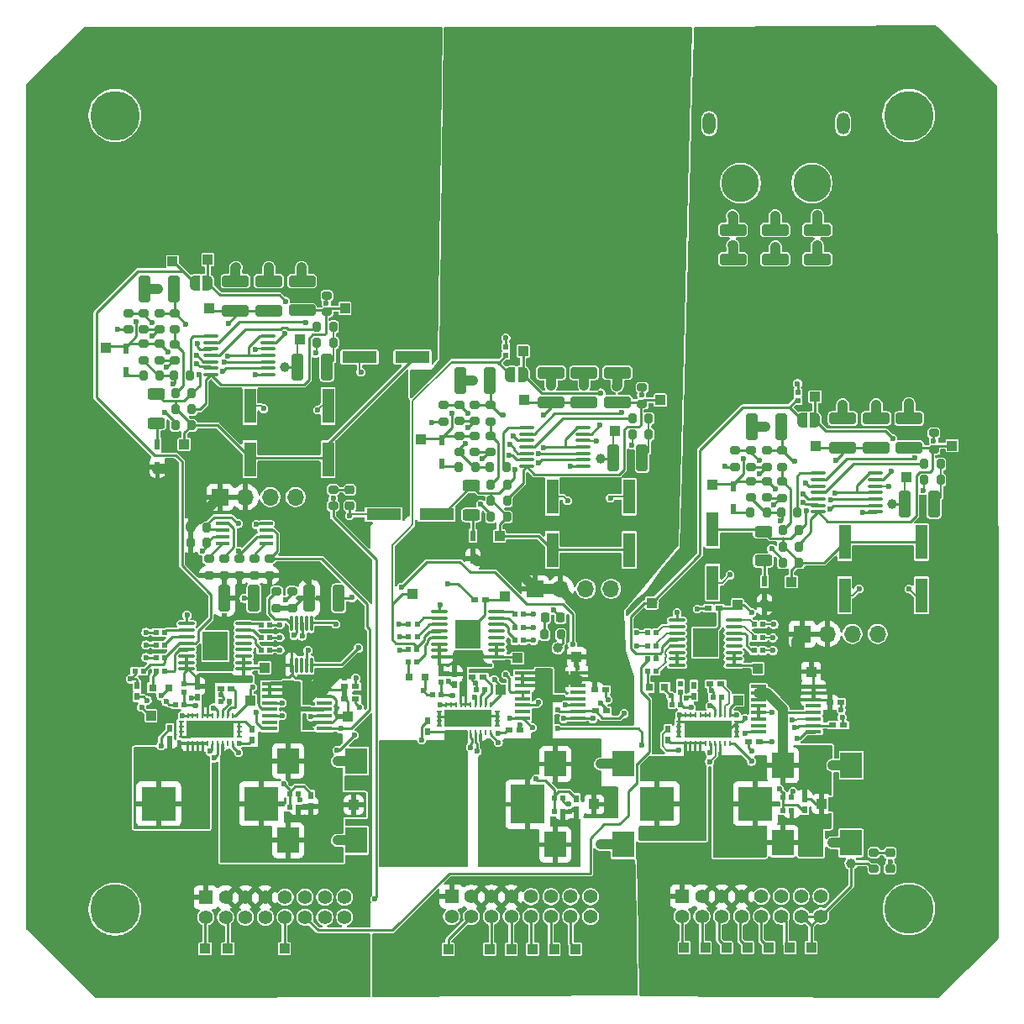
<source format=gbr>
%TF.GenerationSoftware,KiCad,Pcbnew,9.0.0*%
%TF.CreationDate,2025-06-05T10:35:15-07:00*%
%TF.ProjectId,EPS_Scales_RevD,4550535f-5363-4616-9c65-735f52657644,rev?*%
%TF.SameCoordinates,Original*%
%TF.FileFunction,Copper,L1,Top*%
%TF.FilePolarity,Positive*%
%FSLAX46Y46*%
G04 Gerber Fmt 4.6, Leading zero omitted, Abs format (unit mm)*
G04 Created by KiCad (PCBNEW 9.0.0) date 2025-06-05 10:35:15*
%MOMM*%
%LPD*%
G01*
G04 APERTURE LIST*
G04 Aperture macros list*
%AMRoundRect*
0 Rectangle with rounded corners*
0 $1 Rounding radius*
0 $2 $3 $4 $5 $6 $7 $8 $9 X,Y pos of 4 corners*
0 Add a 4 corners polygon primitive as box body*
4,1,4,$2,$3,$4,$5,$6,$7,$8,$9,$2,$3,0*
0 Add four circle primitives for the rounded corners*
1,1,$1+$1,$2,$3*
1,1,$1+$1,$4,$5*
1,1,$1+$1,$6,$7*
1,1,$1+$1,$8,$9*
0 Add four rect primitives between the rounded corners*
20,1,$1+$1,$2,$3,$4,$5,0*
20,1,$1+$1,$4,$5,$6,$7,0*
20,1,$1+$1,$6,$7,$8,$9,0*
20,1,$1+$1,$8,$9,$2,$3,0*%
%AMFreePoly0*
4,1,23,0.500000,-0.750000,0.000000,-0.750000,0.000000,-0.745722,-0.065263,-0.745722,-0.191342,-0.711940,-0.304381,-0.646677,-0.396677,-0.554381,-0.461940,-0.441342,-0.495722,-0.315263,-0.495722,-0.250000,-0.500000,-0.250000,-0.500000,0.250000,-0.495722,0.250000,-0.495722,0.315263,-0.461940,0.441342,-0.396677,0.554381,-0.304381,0.646677,-0.191342,0.711940,-0.065263,0.745722,0.000000,0.745722,
0.000000,0.750000,0.500000,0.750000,0.500000,-0.750000,0.500000,-0.750000,$1*%
%AMFreePoly1*
4,1,23,0.000000,0.745722,0.065263,0.745722,0.191342,0.711940,0.304381,0.646677,0.396677,0.554381,0.461940,0.441342,0.495722,0.315263,0.495722,0.250000,0.500000,0.250000,0.500000,-0.250000,0.495722,-0.250000,0.495722,-0.315263,0.461940,-0.441342,0.396677,-0.554381,0.304381,-0.646677,0.191342,-0.711940,0.065263,-0.745722,0.000000,-0.745722,0.000000,-0.750000,-0.500000,-0.750000,
-0.500000,0.750000,0.000000,0.750000,0.000000,0.745722,0.000000,0.745722,$1*%
G04 Aperture macros list end*
%TA.AperFunction,SMDPad,CuDef*%
%ADD10R,0.570000X0.540000*%
%TD*%
%TA.AperFunction,SMDPad,CuDef*%
%ADD11R,1.000000X1.000000*%
%TD*%
%TA.AperFunction,SMDPad,CuDef*%
%ADD12R,0.520000X1.110000*%
%TD*%
%TA.AperFunction,SMDPad,CuDef*%
%ADD13R,3.500000X1.200000*%
%TD*%
%TA.AperFunction,SMDPad,CuDef*%
%ADD14R,0.800000X0.800000*%
%TD*%
%TA.AperFunction,SMDPad,CuDef*%
%ADD15R,0.540000X0.790000*%
%TD*%
%TA.AperFunction,SMDPad,CuDef*%
%ADD16RoundRect,0.250000X0.625000X-0.312500X0.625000X0.312500X-0.625000X0.312500X-0.625000X-0.312500X0*%
%TD*%
%TA.AperFunction,SMDPad,CuDef*%
%ADD17RoundRect,0.200000X0.200000X0.275000X-0.200000X0.275000X-0.200000X-0.275000X0.200000X-0.275000X0*%
%TD*%
%TA.AperFunction,SMDPad,CuDef*%
%ADD18RoundRect,0.200000X-0.275000X0.200000X-0.275000X-0.200000X0.275000X-0.200000X0.275000X0.200000X0*%
%TD*%
%TA.AperFunction,SMDPad,CuDef*%
%ADD19RoundRect,0.250000X-1.100000X0.325000X-1.100000X-0.325000X1.100000X-0.325000X1.100000X0.325000X0*%
%TD*%
%TA.AperFunction,SMDPad,CuDef*%
%ADD20RoundRect,0.218750X0.218750X0.256250X-0.218750X0.256250X-0.218750X-0.256250X0.218750X-0.256250X0*%
%TD*%
%TA.AperFunction,ComponentPad*%
%ADD21C,5.000000*%
%TD*%
%TA.AperFunction,SMDPad,CuDef*%
%ADD22RoundRect,0.250000X-0.325000X-1.100000X0.325000X-1.100000X0.325000X1.100000X-0.325000X1.100000X0*%
%TD*%
%TA.AperFunction,ComponentPad*%
%ADD23R,1.400000X1.400000*%
%TD*%
%TA.AperFunction,ComponentPad*%
%ADD24C,1.400000*%
%TD*%
%TA.AperFunction,SMDPad,CuDef*%
%ADD25R,0.790000X0.540000*%
%TD*%
%TA.AperFunction,ComponentPad*%
%ADD26R,1.700000X1.700000*%
%TD*%
%TA.AperFunction,ComponentPad*%
%ADD27O,1.700000X1.700000*%
%TD*%
%TA.AperFunction,SMDPad,CuDef*%
%ADD28RoundRect,0.200000X-0.200000X-0.275000X0.200000X-0.275000X0.200000X0.275000X-0.200000X0.275000X0*%
%TD*%
%TA.AperFunction,SMDPad,CuDef*%
%ADD29RoundRect,0.200000X0.275000X-0.200000X0.275000X0.200000X-0.275000X0.200000X-0.275000X-0.200000X0*%
%TD*%
%TA.AperFunction,SMDPad,CuDef*%
%ADD30R,1.200000X3.500000*%
%TD*%
%TA.AperFunction,SMDPad,CuDef*%
%ADD31RoundRect,0.218750X0.256250X-0.218750X0.256250X0.218750X-0.256250X0.218750X-0.256250X-0.218750X0*%
%TD*%
%TA.AperFunction,SMDPad,CuDef*%
%ADD32R,3.500000X3.500000*%
%TD*%
%TA.AperFunction,SMDPad,CuDef*%
%ADD33R,0.540000X0.570000*%
%TD*%
%TA.AperFunction,SMDPad,CuDef*%
%ADD34R,2.190000X2.590000*%
%TD*%
%TA.AperFunction,SMDPad,CuDef*%
%ADD35FreePoly0,180.000000*%
%TD*%
%TA.AperFunction,SMDPad,CuDef*%
%ADD36FreePoly1,180.000000*%
%TD*%
%TA.AperFunction,SMDPad,CuDef*%
%ADD37R,3.500000X4.000000*%
%TD*%
%TA.AperFunction,SMDPad,CuDef*%
%ADD38O,1.750000X0.340000*%
%TD*%
%TA.AperFunction,SMDPad,CuDef*%
%ADD39R,2.500000X2.900000*%
%TD*%
%TA.AperFunction,SMDPad,CuDef*%
%ADD40O,1.450000X0.380000*%
%TD*%
%TA.AperFunction,SMDPad,CuDef*%
%ADD41R,0.280000X0.580000*%
%TD*%
%TA.AperFunction,SMDPad,CuDef*%
%ADD42R,4.750000X1.700000*%
%TD*%
%TA.AperFunction,SMDPad,CuDef*%
%ADD43R,0.580000X0.280000*%
%TD*%
%TA.AperFunction,SMDPad,CuDef*%
%ADD44R,1.560000X0.360000*%
%TD*%
%TA.AperFunction,SMDPad,CuDef*%
%ADD45O,0.280000X1.620000*%
%TD*%
%TA.AperFunction,SMDPad,CuDef*%
%ADD46RoundRect,0.100000X-0.637500X-0.100000X0.637500X-0.100000X0.637500X0.100000X-0.637500X0.100000X0*%
%TD*%
%TA.AperFunction,ComponentPad*%
%ADD47O,1.300000X2.200000*%
%TD*%
%TA.AperFunction,ComponentPad*%
%ADD48C,3.800000*%
%TD*%
%TA.AperFunction,SMDPad,CuDef*%
%ADD49RoundRect,0.250000X0.325000X1.100000X-0.325000X1.100000X-0.325000X-1.100000X0.325000X-1.100000X0*%
%TD*%
%TA.AperFunction,ViaPad*%
%ADD50C,0.600000*%
%TD*%
%TA.AperFunction,ViaPad*%
%ADD51C,1.000000*%
%TD*%
%TA.AperFunction,Conductor*%
%ADD52C,0.250000*%
%TD*%
%TA.AperFunction,Conductor*%
%ADD53C,1.000000*%
%TD*%
%TA.AperFunction,Conductor*%
%ADD54C,0.200000*%
%TD*%
G04 APERTURE END LIST*
D10*
%TO.P,R103,1*%
%TO.N,Net-(U13-BIAS)*%
X205185000Y-107188000D03*
%TO.P,R103,2*%
%TO.N,Net-(U13-FB)*%
X204325000Y-107188000D03*
%TD*%
D11*
%TO.P,TP17,1,1*%
%TO.N,Net-(CN1-Pad6)*%
X197781000Y-121031000D03*
%TD*%
D12*
%TO.P,D12,1,K*%
%TO.N,Net-(D12-K)*%
X161137674Y-60510800D03*
%TO.P,D12,2,A*%
%TO.N,Net-(D12-A)*%
X161137674Y-62840800D03*
%TD*%
%TO.P,D3,1,K*%
%TO.N,Net-(D3-K)*%
X222338200Y-74348800D03*
%TO.P,D3,2,A*%
%TO.N,Net-(D3-A)*%
X222338200Y-76678800D03*
%TD*%
D13*
%TO.P,C43,1,1*%
%TO.N,/OBC_Subsystem/WD_OBC/WDT-VIN*%
X189995000Y-61341000D03*
%TO.P,C43,2,2*%
%TO.N,GND*%
X184655000Y-61341000D03*
%TD*%
D14*
%TO.P,D17,1,K*%
%TO.N,GND*%
X165409200Y-94684200D03*
%TO.P,D17,2,A*%
%TO.N,Net-(D17-A)*%
X163809200Y-94684200D03*
%TD*%
D12*
%TO.P,D10,1,K*%
%TO.N,Net-(D10-K)*%
X164292874Y-70112000D03*
%TO.P,D10,2,A*%
%TO.N,+3.3V_OBC*%
X164292874Y-72442000D03*
%TD*%
D15*
%TO.P,C28,1*%
%TO.N,Net-(U3-INTVCC)*%
X173791200Y-99933200D03*
%TO.P,C28,2*%
%TO.N,GND*%
X173791200Y-98833200D03*
%TD*%
D16*
%TO.P,R11,1*%
%TO.N,Net-(D1-K)*%
X225346600Y-81853100D03*
%TO.P,R11,2*%
%TO.N,/Jetson_Subsystem/WD_Jetson/WDT-VIN*%
X225346600Y-78928100D03*
%TD*%
D17*
%TO.P,R91,1*%
%TO.N,Net-(C63-Pad2)*%
X182028674Y-59897800D03*
%TO.P,R91,2*%
%TO.N,GND*%
X180378674Y-59897800D03*
%TD*%
D18*
%TO.P,R93,1*%
%TO.N,Net-(R93-Pad1)*%
X181356074Y-55161200D03*
%TO.P,R93,2*%
%TO.N,Net-(U14B-+)*%
X181356074Y-56811200D03*
%TD*%
D10*
%TO.P,R104,1*%
%TO.N,Net-(U13-FB)*%
X204325000Y-105791000D03*
%TO.P,R104,2*%
%TO.N,GND*%
X205185000Y-105791000D03*
%TD*%
D11*
%TO.P,TP36,1,1*%
%TO.N,~{WD_EN_OBC}*%
X165816874Y-51720200D03*
%TD*%
D19*
%TO.P,C3,1*%
%TO.N,+V_Batt*%
X222293000Y-48529700D03*
%TO.P,C3,2*%
%TO.N,GND*%
X222293000Y-51479700D03*
%TD*%
D20*
%TO.P,D7,1,K*%
%TO.N,GND*%
X204923800Y-87630000D03*
%TO.P,D7,2,A*%
%TO.N,Net-(D7-A)*%
X203348800Y-87630000D03*
%TD*%
D11*
%TO.P,TP47,1,1*%
%TO.N,Net-(JP1-A)*%
X230563700Y-65357400D03*
%TD*%
D10*
%TO.P,R58,1*%
%TO.N,Net-(D17-A)*%
X164168200Y-93033200D03*
%TO.P,R58,2*%
%TO.N,Net-(U17-~{ST})*%
X165028200Y-93033200D03*
%TD*%
%TO.P,R61,1*%
%TO.N,Net-(U17-SEL1)*%
X174709200Y-90874200D03*
%TO.P,R61,2*%
%TO.N,GND*%
X175569200Y-90874200D03*
%TD*%
D11*
%TO.P,TP29,1,1*%
%TO.N,+20V_Jetson*%
X230172600Y-93053000D03*
%TD*%
D21*
%TO.P,J3,1,1*%
%TO.N,GND*%
X160012800Y-37000000D03*
%TD*%
D14*
%TO.P,D9,1,K*%
%TO.N,GND*%
X191293000Y-93599000D03*
%TO.P,D9,2,A*%
%TO.N,Net-(D9-A)*%
X189693000Y-93599000D03*
%TD*%
D22*
%TO.P,C67,1*%
%TO.N,GND*%
X163015474Y-54513000D03*
%TO.P,C67,2*%
%TO.N,Net-(U14D--)*%
X165965474Y-54513000D03*
%TD*%
D23*
%TO.P,CN1,1,1*%
%TO.N,+5V_Perif*%
X193941000Y-115729000D03*
D24*
%TO.P,CN1,2,2*%
%TO.N,unconnected-(CN1-Pad2)*%
X193941000Y-117729000D03*
%TO.P,CN1,3,3*%
%TO.N,+5V_Perif*%
X195941000Y-115729000D03*
%TO.P,CN1,4,4*%
%TO.N,Net-(CN1-Pad4)*%
X195941000Y-117729000D03*
%TO.P,CN1,5,5*%
%TO.N,+5V_Perif*%
X197941000Y-115729000D03*
%TO.P,CN1,6,6*%
%TO.N,Net-(CN1-Pad6)*%
X197941000Y-117729000D03*
%TO.P,CN1,7,7*%
%TO.N,+5V_Perif*%
X199941000Y-115729000D03*
%TO.P,CN1,8,8*%
%TO.N,Net-(CN1-Pad8)*%
X199941000Y-117729000D03*
%TO.P,CN1,9,9*%
%TO.N,GND*%
X201941000Y-115729000D03*
%TO.P,CN1,10,10*%
%TO.N,Net-(CN1-Pad10)*%
X201941000Y-117729000D03*
%TO.P,CN1,11,11*%
%TO.N,GND*%
X203941000Y-115729000D03*
%TO.P,CN1,12,12*%
%TO.N,Net-(CN1-Pad12)*%
X203941000Y-117729000D03*
%TO.P,CN1,13,13*%
%TO.N,GND*%
X205941000Y-115729000D03*
%TO.P,CN1,14,14*%
%TO.N,Net-(CN1-Pad14)*%
X205941000Y-117729000D03*
%TO.P,CN1,15,15*%
%TO.N,GND*%
X207941000Y-115729000D03*
%TO.P,CN1,16,16*%
%TO.N,WDT_WDI_Perif*%
X207941000Y-117729000D03*
%TD*%
D18*
%TO.P,R26,1*%
%TO.N,Net-(D3-K)*%
X224107000Y-73861000D03*
%TO.P,R26,2*%
%TO.N,Net-(U4C--)*%
X224107000Y-75511000D03*
%TD*%
D11*
%TO.P,TP50,1,1*%
%TO.N,Net-(U14B-+)*%
X183184874Y-56443400D03*
%TD*%
D19*
%TO.P,C9,1*%
%TO.N,GND*%
X207301400Y-62939000D03*
%TO.P,C9,2*%
%TO.N,Net-(U6C--)*%
X207301400Y-65889000D03*
%TD*%
D25*
%TO.P,C5,1*%
%TO.N,+V_Batt*%
X220914400Y-86689800D03*
%TO.P,C5,2*%
%TO.N,GND*%
X219814400Y-86689800D03*
%TD*%
D26*
%TO.P,J8,1,Pin_1*%
%TO.N,+20V_Jetson*%
X229258200Y-89255200D03*
D27*
%TO.P,J8,2,Pin_2*%
X231798200Y-89255200D03*
%TO.P,J8,3,Pin_3*%
%TO.N,GND*%
X234338200Y-89255200D03*
%TO.P,J8,4,Pin_4*%
X236878200Y-89255200D03*
%TD*%
D28*
%TO.P,R97,1*%
%TO.N,Net-(D12-A)*%
X162864874Y-63199800D03*
%TO.P,R97,2*%
%TO.N,Net-(U14C--)*%
X164514874Y-63199800D03*
%TD*%
%TO.P,R42,1*%
%TO.N,+3.3V_OBC*%
X167632200Y-78555200D03*
%TO.P,R42,2*%
%TO.N,SDA*%
X169282200Y-78555200D03*
%TD*%
D25*
%TO.P,C50,1*%
%TO.N,+3.3V_OBC*%
X208438000Y-97028000D03*
%TO.P,C50,2*%
%TO.N,GND*%
X209538000Y-97028000D03*
%TD*%
D17*
%TO.P,R92,1*%
%TO.N,Net-(C63-Pad2)*%
X182016874Y-58290600D03*
%TO.P,R92,2*%
%TO.N,Net-(U14A--)*%
X180366874Y-58290600D03*
%TD*%
D29*
%TO.P,R69,1*%
%TO.N,Net-(U6C-+)*%
X196277800Y-70913600D03*
%TO.P,R69,2*%
%TO.N,Net-(D8-K)*%
X196277800Y-69263600D03*
%TD*%
D10*
%TO.P,R107,1*%
%TO.N,~{WD_EN_OBC}*%
X162869200Y-93033200D03*
%TO.P,R107,2*%
%TO.N,+V_Batt*%
X162009200Y-93033200D03*
%TD*%
%TO.P,R41,1*%
%TO.N,GND*%
X164168200Y-90366200D03*
%TO.P,R41,2*%
%TO.N,Net-(U17-LATCH)*%
X165028200Y-90366200D03*
%TD*%
D19*
%TO.P,C66,1*%
%TO.N,GND*%
X172161274Y-53698400D03*
%TO.P,C66,2*%
%TO.N,Net-(U14C--)*%
X172161274Y-56648400D03*
%TD*%
D30*
%TO.P,C47,1,1*%
%TO.N,/Jetson_Subsystem/WD_Jetson/WDT-VIN*%
X220255400Y-78737000D03*
%TO.P,C47,2,2*%
%TO.N,GND*%
X220255400Y-84077000D03*
%TD*%
D15*
%TO.P,C24,1*%
%TO.N,+V_Batt*%
X162234200Y-94473200D03*
%TO.P,C24,2*%
%TO.N,GND*%
X162234200Y-95573200D03*
%TD*%
D19*
%TO.P,C2,1*%
%TO.N,+V_Batt*%
X226543000Y-48529700D03*
%TO.P,C2,2*%
%TO.N,GND*%
X226543000Y-51479700D03*
%TD*%
D25*
%TO.P,C32,1*%
%TO.N,+3.3V_OBC*%
X183147200Y-95827200D03*
%TO.P,C32,2*%
%TO.N,GND*%
X184247200Y-95827200D03*
%TD*%
D17*
%TO.P,R12,1*%
%TO.N,/Jetson_Subsystem/WD_Jetson/WDT-VIN*%
X228938400Y-78815800D03*
%TO.P,R12,2*%
%TO.N,Net-(R12-Pad2)*%
X227288400Y-78815800D03*
%TD*%
D31*
%TO.P,D11,1,K*%
%TO.N,GND*%
X183683174Y-76315500D03*
%TO.P,D11,2,A*%
%TO.N,Net-(D11-A)*%
X183683174Y-74740500D03*
%TD*%
D32*
%TO.P,L1,1,1*%
%TO.N,Net-(U1-SW)*%
X214656200Y-106349400D03*
%TO.P,L1,2,2*%
%TO.N,Net-(U1-BIAS)*%
X224556200Y-106349400D03*
%TD*%
D11*
%TO.P,TP21,1,1*%
%TO.N,Net-(CN1-Pad14)*%
X206417000Y-121031000D03*
%TD*%
D10*
%TO.P,R56,1*%
%TO.N,Net-(U1-FB)*%
X227355000Y-105739800D03*
%TO.P,R56,2*%
%TO.N,GND*%
X228215000Y-105739800D03*
%TD*%
D11*
%TO.P,TP1,1,1*%
%TO.N,Net-(J6-Pad6)*%
X221638200Y-120878200D03*
%TD*%
D10*
%TO.P,R50,1*%
%TO.N,OBC_EN_JETSON*%
X213689800Y-91744400D03*
%TO.P,R50,2*%
%TO.N,~{WD_EN_JETSON}*%
X214549800Y-91744400D03*
%TD*%
D19*
%TO.P,C65,1*%
%TO.N,GND*%
X175514074Y-53698400D03*
%TO.P,C65,2*%
%TO.N,Net-(U14C--)*%
X175514074Y-56648400D03*
%TD*%
%TO.P,C17,1*%
%TO.N,GND*%
X203948600Y-62939000D03*
%TO.P,C17,2*%
%TO.N,Net-(U6C--)*%
X203948600Y-65889000D03*
%TD*%
D25*
%TO.P,C31,1*%
%TO.N,+3.3V_OBC*%
X183147200Y-94557200D03*
%TO.P,C31,2*%
%TO.N,GND*%
X184247200Y-94557200D03*
%TD*%
D18*
%TO.P,R20,1*%
%TO.N,Net-(R20-Pad1)*%
X242556600Y-68999200D03*
%TO.P,R20,2*%
%TO.N,Net-(U4B-+)*%
X242556600Y-70649200D03*
%TD*%
D10*
%TO.P,R5,1*%
%TO.N,Net-(D4-A)*%
X213693400Y-93039800D03*
%TO.P,R5,2*%
%TO.N,Net-(U15-~{ST})*%
X214553400Y-93039800D03*
%TD*%
D11*
%TO.P,TP2,1,1*%
%TO.N,Net-(J6-Pad8)*%
X223771800Y-120878200D03*
%TD*%
D10*
%TO.P,R77,1*%
%TO.N,Net-(U12-~{ST})*%
X190453000Y-92075000D03*
%TO.P,R77,2*%
%TO.N,Net-(D9-A)*%
X189593000Y-92075000D03*
%TD*%
D11*
%TO.P,TP37,1,1*%
%TO.N,~{WD_EN_PERIF}*%
X190023000Y-85217000D03*
%TD*%
D33*
%TO.P,R72,1*%
%TO.N,~{WD_EN_PERIF}*%
X199423300Y-61162800D03*
%TO.P,R72,2*%
%TO.N,GND*%
X199423300Y-60302800D03*
%TD*%
D26*
%TO.P,J7,1,Pin_1*%
%TO.N,+5V_Perif*%
X202383800Y-84709000D03*
D27*
%TO.P,J7,2,Pin_2*%
X204923800Y-84709000D03*
%TO.P,J7,3,Pin_3*%
%TO.N,GND*%
X207463800Y-84709000D03*
%TO.P,J7,4,Pin_4*%
X210003800Y-84709000D03*
%TD*%
D21*
%TO.P,J2,1,1*%
%TO.N,GND*%
X160012800Y-117000000D03*
%TD*%
D34*
%TO.P,C53,1*%
%TO.N,Net-(U13-BIAS)*%
X204363000Y-110490000D03*
%TO.P,C53,2*%
%TO.N,GND*%
X211243000Y-110490000D03*
%TD*%
D19*
%TO.P,C21,1*%
%TO.N,GND*%
X233361800Y-67536400D03*
%TO.P,C21,2*%
%TO.N,Net-(U4C--)*%
X233361800Y-70486400D03*
%TD*%
D18*
%TO.P,R70,1*%
%TO.N,Net-(D8-K)*%
X194693800Y-69263600D03*
%TO.P,R70,2*%
%TO.N,Net-(U6C--)*%
X194693800Y-70913600D03*
%TD*%
D25*
%TO.P,C25,1*%
%TO.N,Net-(U3-TR{slash}SS)*%
X171745200Y-94811200D03*
%TO.P,C25,2*%
%TO.N,GND*%
X170645200Y-94811200D03*
%TD*%
D29*
%TO.P,R9,1*%
%TO.N,Net-(R67-Pad2)*%
X197852600Y-67826200D03*
%TO.P,R9,2*%
%TO.N,Net-(U6D--)*%
X197852600Y-66176200D03*
%TD*%
D11*
%TO.P,TP5,1,1*%
%TO.N,/Perif_Subsystem/WD_Perif/WDT-VIN*%
X198766000Y-79400000D03*
%TD*%
D10*
%TO.P,R52,1*%
%TO.N,Net-(U1-RT)*%
X221130200Y-95605200D03*
%TO.P,R52,2*%
%TO.N,GND*%
X220270200Y-95605200D03*
%TD*%
D29*
%TO.P,R25,1*%
%TO.N,Net-(U4C-+)*%
X225691000Y-75511000D03*
%TO.P,R25,2*%
%TO.N,Net-(D3-K)*%
X225691000Y-73861000D03*
%TD*%
%TO.P,R67,1*%
%TO.N,Net-(U6C-+)*%
X197852600Y-70940800D03*
%TO.P,R67,2*%
%TO.N,Net-(R67-Pad2)*%
X197852600Y-69290800D03*
%TD*%
D30*
%TO.P,C6,1,1*%
%TO.N,/Perif_Subsystem/WD_Perif/WDT-VIN*%
X204089000Y-80775000D03*
%TO.P,C6,2,2*%
%TO.N,GND*%
X204089000Y-75435000D03*
%TD*%
D25*
%TO.P,C15,1*%
%TO.N,+3.3V_OBC*%
X232329800Y-98446600D03*
%TO.P,C15,2*%
%TO.N,GND*%
X233429800Y-98446600D03*
%TD*%
D11*
%TO.P,TP19,1,1*%
%TO.N,Net-(CN1-Pad10)*%
X202099000Y-121031000D03*
%TD*%
D17*
%TO.P,R18,1*%
%TO.N,Net-(C18-Pad2)*%
X243229200Y-73735800D03*
%TO.P,R18,2*%
%TO.N,GND*%
X241579200Y-73735800D03*
%TD*%
D34*
%TO.P,C55,1*%
%TO.N,Net-(U1-BIAS)*%
X227291400Y-110311800D03*
%TO.P,C55,2*%
%TO.N,GND*%
X234171400Y-110311800D03*
%TD*%
D35*
%TO.P,JP1,1,A*%
%TO.N,Net-(JP1-A)*%
X230567100Y-67725400D03*
D36*
%TO.P,JP1,2,B*%
%TO.N,~{WD_EN_JETSON}*%
X229267100Y-67725400D03*
%TD*%
D37*
%TO.P,L3,1,1*%
%TO.N,Net-(U13-SW)*%
X189611000Y-106426000D03*
%TO.P,L3,2,2*%
%TO.N,Net-(U13-BIAS)*%
X201611000Y-106426000D03*
%TD*%
D10*
%TO.P,R54,1*%
%TO.N,Net-(U1-EN{slash}UV)*%
X217026400Y-96358577D03*
%TO.P,R54,2*%
%TO.N,GND*%
X216166400Y-96358577D03*
%TD*%
D38*
%TO.P,U15,1,GND*%
%TO.N,GND*%
X216647400Y-87864200D03*
%TO.P,U15,2,SNS*%
%TO.N,Net-(U15-SNS)*%
X216647400Y-88514200D03*
%TO.P,U15,3,LATCH*%
%TO.N,Net-(U15-LATCH)*%
X216647400Y-89164200D03*
%TO.P,U15,4,EN*%
%TO.N,~{WD_EN_JETSON}*%
X216647400Y-89824200D03*
%TO.P,U15,5,~{ST}*%
%TO.N,Net-(U15-~{ST})*%
X216647400Y-90474200D03*
%TO.P,U15,6,VOUT*%
%TO.N,Net-(U1-VIN)*%
X216647400Y-91124200D03*
X216647400Y-91774200D03*
X216647400Y-92424200D03*
X222387400Y-91124200D03*
X222387400Y-91774200D03*
X222387400Y-92424200D03*
%TO.P,U15,12,NC*%
%TO.N,unconnected-(U15-NC-Pad12)*%
X222387400Y-90474200D03*
%TO.P,U15,13,NC*%
%TO.N,unconnected-(U15-NC-Pad13)*%
X222387400Y-89824200D03*
%TO.P,U15,14,SEL1*%
%TO.N,Net-(U15-SEL1)*%
X222387400Y-89164200D03*
%TO.P,U15,15,SEL2*%
%TO.N,Net-(U15-SEL2)*%
X222387400Y-88514200D03*
%TO.P,U15,16,DIA_EN*%
%TO.N,Net-(U15-DIA_EN)*%
X222387400Y-87864200D03*
D39*
%TO.P,U15,17,VBB*%
%TO.N,+V_Batt*%
X219517400Y-90144200D03*
%TD*%
D34*
%TO.P,C48,1*%
%TO.N,Net-(U13-BIAS)*%
X204363000Y-102362000D03*
%TO.P,C48,2*%
%TO.N,GND*%
X211243000Y-102362000D03*
%TD*%
D29*
%TO.P,R90,1*%
%TO.N,WDT_WDI_OBC*%
X182006774Y-76353000D03*
%TO.P,R90,2*%
%TO.N,Net-(D11-A)*%
X182006774Y-74703000D03*
%TD*%
D28*
%TO.P,R21,1*%
%TO.N,/Jetson_Subsystem/WD_Jetson/WDT-VIN*%
X227303400Y-80441400D03*
%TO.P,R21,2*%
%TO.N,Net-(U4B-+)*%
X228953400Y-80441400D03*
%TD*%
D10*
%TO.P,R62,1*%
%TO.N,Net-(U3-RT)*%
X171548000Y-96081200D03*
%TO.P,R62,2*%
%TO.N,GND*%
X170688000Y-96081200D03*
%TD*%
D25*
%TO.P,C39,1*%
%TO.N,Net-(U13-TR{slash}SS)*%
X197135000Y-93599000D03*
%TO.P,C39,2*%
%TO.N,GND*%
X196035000Y-93599000D03*
%TD*%
D11*
%TO.P,TP32,1,1*%
%TO.N,Net-(U17-VOUT)*%
X175100200Y-92652200D03*
%TD*%
D15*
%TO.P,C11,1*%
%TO.N,Net-(U1-BST)*%
X215745400Y-98890600D03*
%TO.P,C11,2*%
%TO.N,Net-(U1-SW)*%
X215745400Y-99990600D03*
%TD*%
D35*
%TO.P,JP2,1,A*%
%TO.N,Net-(JP2-A)*%
X201153900Y-63128000D03*
D36*
%TO.P,JP2,2,B*%
%TO.N,~{WD_EN_PERIF}*%
X199853900Y-63128000D03*
%TD*%
D35*
%TO.P,JP5,1,A*%
%TO.N,Net-(JP5-A)*%
X169366574Y-53887400D03*
D36*
%TO.P,JP5,2,B*%
%TO.N,~{WD_EN_OBC}*%
X168066574Y-53887400D03*
%TD*%
D15*
%TO.P,C14,1*%
%TO.N,Net-(U1-BIAS)*%
X229512200Y-105850200D03*
%TO.P,C14,2*%
%TO.N,Net-(U1-FB)*%
X229512200Y-106950200D03*
%TD*%
D11*
%TO.P,TP15,1,1*%
%TO.N,Net-(JP2-A)*%
X201150500Y-60760000D03*
%TD*%
%TO.P,TP13,1,1*%
%TO.N,Net-(U4C--)*%
X230669400Y-70281400D03*
%TD*%
D19*
%TO.P,C1,1*%
%TO.N,+V_Batt*%
X230793000Y-48529700D03*
%TO.P,C1,2*%
%TO.N,GND*%
X230793000Y-51479700D03*
%TD*%
D28*
%TO.P,R24,1*%
%TO.N,Net-(D3-A)*%
X224065400Y-77037800D03*
%TO.P,R24,2*%
%TO.N,Net-(U4C--)*%
X225715400Y-77037800D03*
%TD*%
D10*
%TO.P,R81,1*%
%TO.N,Net-(U12-DIA_EN)*%
X200339000Y-87249000D03*
%TO.P,R81,2*%
%TO.N,GND*%
X201199000Y-87249000D03*
%TD*%
D40*
%TO.P,U9,1,EN*%
%TO.N,Net-(U9-EN)*%
X175252200Y-80097400D03*
%TO.P,U9,2,SCLOUT*%
%TO.N,OBC SCL*%
X175252200Y-79437400D03*
%TO.P,U9,3,SCLIN*%
%TO.N,SCL*%
X175252200Y-78787400D03*
%TO.P,U9,4,GND*%
%TO.N,GND*%
X175252200Y-78137400D03*
%TO.P,U9,5,READY*%
%TO.N,Net-(U9-READY)*%
X170852200Y-78137400D03*
%TO.P,U9,6,SDAIN*%
%TO.N,SDA*%
X170852200Y-78787400D03*
%TO.P,U9,7,SDAOUT*%
%TO.N,OBC SDA*%
X170852200Y-79437400D03*
%TO.P,U9,8,VCC*%
%TO.N,Net-(U9-VCC)*%
X170852200Y-80097400D03*
%TD*%
D10*
%TO.P,R59,1*%
%TO.N,Net-(U17-DIA_EN)*%
X174748200Y-88334200D03*
%TO.P,R59,2*%
%TO.N,GND*%
X175608200Y-88334200D03*
%TD*%
%TO.P,R7,1*%
%TO.N,Net-(U15-DIA_EN)*%
X224435800Y-88290000D03*
%TO.P,R7,2*%
%TO.N,GND*%
X225295800Y-88290000D03*
%TD*%
D11*
%TO.P,TP44,1,1*%
%TO.N,Net-(J6-Pad2)*%
X217371000Y-120878200D03*
%TD*%
D10*
%TO.P,R76,1*%
%TO.N,Net-(U12-LATCH)*%
X190463629Y-89524323D03*
%TO.P,R76,2*%
%TO.N,GND*%
X189603629Y-89524323D03*
%TD*%
D25*
%TO.P,C13,1*%
%TO.N,Net-(U1-INTVCC)*%
X223840200Y-100101000D03*
%TO.P,C13,2*%
%TO.N,GND*%
X224940200Y-100101000D03*
%TD*%
D41*
%TO.P,U3,1,SYNC*%
%TO.N,SYNC_PHASE1*%
X171850200Y-97455200D03*
%TO.P,U3,2,TR/SS*%
%TO.N,Net-(U3-TR{slash}SS)*%
X171350200Y-97455200D03*
%TO.P,U3,3,RT*%
%TO.N,Net-(U3-RT)*%
X170850200Y-97455200D03*
%TO.P,U3,4,EN/UV*%
%TO.N,Net-(U3-EN{slash}UV)*%
X170350200Y-97455200D03*
%TO.P,U3,5,VIN*%
%TO.N,Net-(U17-VOUT)*%
X169850200Y-97455200D03*
X169350200Y-97455200D03*
X168850200Y-97455200D03*
%TO.P,U3,8,PGND*%
%TO.N,GND*%
X168350200Y-97455200D03*
X167850200Y-97455200D03*
X167350200Y-97455200D03*
D42*
%TO.P,U3,11,GND*%
X169600200Y-98875200D03*
D43*
X166680200Y-99625200D03*
X166680200Y-99125200D03*
X166680200Y-98625200D03*
X166680200Y-98125200D03*
D41*
%TO.P,U3,15,SW*%
%TO.N,Net-(U3-SW)*%
X169350200Y-100295200D03*
X168850200Y-100295200D03*
X168350200Y-100295200D03*
X167850200Y-100295200D03*
X167350200Y-100295200D03*
%TO.P,U3,20,BST*%
%TO.N,Net-(U3-BST)*%
X169850200Y-100295200D03*
%TO.P,U3,21,INTVCC*%
%TO.N,Net-(U3-INTVCC)*%
X170350200Y-100295200D03*
%TO.P,U3,22,BIAS*%
%TO.N,Net-(U3-BIAS)*%
X170850200Y-100295200D03*
%TO.P,U3,23,PG*%
%TO.N,unconnected-(U3-PG-Pad23)*%
X171350200Y-100295200D03*
%TO.P,U3,24,FB*%
%TO.N,Net-(U3-FB)*%
X171850200Y-100295200D03*
D43*
%TO.P,U3,25,NC*%
%TO.N,GND*%
X172520200Y-99625200D03*
X172520200Y-99125200D03*
X172520200Y-98625200D03*
X172520200Y-98125200D03*
%TD*%
D10*
%TO.P,R82,1*%
%TO.N,OBC_EN_PERIF*%
X189593000Y-90805000D03*
%TO.P,R82,2*%
%TO.N,~{WD_EN_PERIF}*%
X190453000Y-90805000D03*
%TD*%
D22*
%TO.P,C18,1*%
%TO.N,WDT_WDI_Jetson*%
X239608400Y-76174200D03*
%TO.P,C18,2*%
%TO.N,Net-(C18-Pad2)*%
X242558400Y-76174200D03*
%TD*%
D19*
%TO.P,C64,1*%
%TO.N,GND*%
X178859274Y-53690200D03*
%TO.P,C64,2*%
%TO.N,Net-(U14B-+)*%
X178859274Y-56640200D03*
%TD*%
D44*
%TO.P,U16,1,IN+*%
%TO.N,Net-(U13-BIAS)*%
X201086000Y-93160000D03*
X201086000Y-93810000D03*
X201086000Y-94460000D03*
%TO.P,U16,4,A1*%
%TO.N,+3.3V_OBC*%
X201086000Y-95110000D03*
%TO.P,U16,5,A0*%
X201086000Y-95770000D03*
%TO.P,U16,6,GND*%
%TO.N,GND*%
X206646000Y-96420000D03*
X201086000Y-96420000D03*
%TO.P,U16,7,ALERT*%
%TO.N,unconnected-(U16-ALERT-Pad7)*%
X201086000Y-97070000D03*
%TO.P,U16,8,SDA*%
%TO.N,SDA*%
X201086000Y-97720000D03*
%TO.P,U16,9,SCL*%
%TO.N,SCL*%
X206646000Y-97720000D03*
%TO.P,U16,10,VS*%
%TO.N,+3.3V_OBC*%
X206646000Y-97070000D03*
%TO.P,U16,12,VBUS*%
%TO.N,Net-(U13-BIAS)*%
X206646000Y-95770000D03*
%TO.P,U16,13,NC*%
%TO.N,unconnected-(U16-NC-Pad13)*%
X206646000Y-95110000D03*
%TO.P,U16,14,IN-*%
%TO.N,+5V_Perif*%
X206646000Y-93160000D03*
X206646000Y-93810000D03*
X206646000Y-94460000D03*
%TD*%
D31*
%TO.P,D2,1,K*%
%TO.N,GND*%
X238148200Y-112902700D03*
%TO.P,D2,2,A*%
%TO.N,Net-(D2-A)*%
X238148200Y-111327700D03*
%TD*%
D22*
%TO.P,C37,1*%
%TO.N,+3.3V_OBC*%
X171046200Y-85667200D03*
%TO.P,C37,2*%
%TO.N,GND*%
X173996200Y-85667200D03*
%TD*%
D11*
%TO.P,TP20,1,1*%
%TO.N,Net-(CN1-Pad12)*%
X204258000Y-121031000D03*
%TD*%
D29*
%TO.P,R44,1*%
%TO.N,+3.3V_OBC*%
X169473200Y-83317200D03*
%TO.P,R44,2*%
%TO.N,Net-(U9-VCC)*%
X169473200Y-81667200D03*
%TD*%
D28*
%TO.P,R68,1*%
%TO.N,Net-(D8-A)*%
X194652200Y-72440400D03*
%TO.P,R68,2*%
%TO.N,Net-(U6C--)*%
X196302200Y-72440400D03*
%TD*%
D17*
%TO.P,R85,1*%
%TO.N,/OBC_Subsystem/WD_OBC/WDT-VIN*%
X167737874Y-64977800D03*
%TO.P,R85,2*%
%TO.N,Net-(R85-Pad2)*%
X166087874Y-64977800D03*
%TD*%
%TO.P,R95,1*%
%TO.N,Net-(R95-Pad1)*%
X167576000Y-63199800D03*
%TO.P,R95,2*%
%TO.N,Net-(U14C--)*%
X165926000Y-63199800D03*
%TD*%
D10*
%TO.P,R28,1*%
%TO.N,GND*%
X213691600Y-89128200D03*
%TO.P,R28,2*%
%TO.N,Net-(U15-SNS)*%
X214551600Y-89128200D03*
%TD*%
D23*
%TO.P,J6,1,1*%
%TO.N,+20V_Jetson*%
X217167800Y-115696600D03*
D24*
%TO.P,J6,2,2*%
%TO.N,Net-(J6-Pad2)*%
X217167800Y-117696600D03*
%TO.P,J6,3,3*%
%TO.N,+20V_Jetson*%
X219167800Y-115696600D03*
%TO.P,J6,4,4*%
%TO.N,Net-(J6-Pad4)*%
X219167800Y-117696600D03*
%TO.P,J6,5,5*%
%TO.N,+20V_Jetson*%
X221167800Y-115696600D03*
%TO.P,J6,6,6*%
%TO.N,Net-(J6-Pad6)*%
X221167800Y-117696600D03*
%TO.P,J6,7,7*%
%TO.N,+20V_Jetson*%
X223167800Y-115696600D03*
%TO.P,J6,8,8*%
%TO.N,Net-(J6-Pad8)*%
X223167800Y-117696600D03*
%TO.P,J6,9,9*%
%TO.N,GND*%
X225167800Y-115696600D03*
%TO.P,J6,10,10*%
%TO.N,Net-(J6-Pad10)*%
X225167800Y-117696600D03*
%TO.P,J6,11,11*%
%TO.N,GND*%
X227167800Y-115696600D03*
%TO.P,J6,12,12*%
%TO.N,Net-(J6-Pad12)*%
X227167800Y-117696600D03*
%TO.P,J6,13,13*%
%TO.N,GND*%
X229167800Y-115696600D03*
%TO.P,J6,14,14*%
%TO.N,WDT_WDI_Jetson*%
X229167800Y-117696600D03*
%TO.P,J6,15,15*%
%TO.N,GND*%
X231167800Y-115696600D03*
%TO.P,J6,16,16*%
%TO.N,WDT_WDI_Jetson*%
X231167800Y-117696600D03*
%TD*%
D15*
%TO.P,C4,1*%
%TO.N,Net-(U1-VIN)*%
X218323600Y-94411400D03*
%TO.P,C4,2*%
%TO.N,GND*%
X218323600Y-95511400D03*
%TD*%
D11*
%TO.P,TP35,1,1*%
%TO.N,SYNC_PHASE1*%
X173664200Y-95954200D03*
%TD*%
D45*
%TO.P,U7,1,V+*%
%TO.N,+3.3V_OBC*%
X177816000Y-92407000D03*
%TO.P,U7,2,DIV*%
%TO.N,unconnected-(U7-DIV-Pad2)*%
X178316000Y-92407000D03*
%TO.P,U7,3,PH*%
%TO.N,unconnected-(U7-PH-Pad3)*%
X178816000Y-92407000D03*
%TO.P,U7,4,OUT1*%
%TO.N,SYNC_PHASE1*%
X179316000Y-92407000D03*
%TO.P,U7,5,OUT2*%
%TO.N,SYNC_PHASE2*%
X179816000Y-92407000D03*
%TO.P,U7,6,OUT3*%
%TO.N,SYNC_PHASE3*%
X179816000Y-88187000D03*
%TO.P,U7,7,OUT4*%
%TO.N,unconnected-(U7-OUT4-Pad7)*%
X179316000Y-88187000D03*
%TO.P,U7,8,GND*%
%TO.N,GND*%
X178816000Y-88187000D03*
%TO.P,U7,9,MOD*%
%TO.N,Net-(U7-MOD)*%
X178316000Y-88187000D03*
%TO.P,U7,10,SET*%
%TO.N,Net-(U7-SET)*%
X177816000Y-88187000D03*
%TD*%
D25*
%TO.P,C41,1*%
%TO.N,Net-(U13-INTVCC)*%
X199760000Y-98933000D03*
%TO.P,C41,2*%
%TO.N,GND*%
X200860000Y-98933000D03*
%TD*%
D33*
%TO.P,R1,1*%
%TO.N,~{WD_EN_JETSON}*%
X228836500Y-65760200D03*
%TO.P,R1,2*%
%TO.N,GND*%
X228836500Y-64900200D03*
%TD*%
D29*
%TO.P,R34,1*%
%TO.N,+3.3V_OBC*%
X177855200Y-86619200D03*
%TO.P,R34,2*%
%TO.N,Net-(U7-MOD)*%
X177855200Y-84969200D03*
%TD*%
D33*
%TO.P,R63,1*%
%TO.N,Net-(U17-VOUT)*%
X166933200Y-94254200D03*
%TO.P,R63,2*%
%TO.N,Net-(U3-EN{slash}UV)*%
X166933200Y-95114200D03*
%TD*%
D34*
%TO.P,C52,1*%
%TO.N,Net-(U3-BIAS)*%
X177463200Y-102050200D03*
%TO.P,C52,2*%
%TO.N,GND*%
X184343200Y-102050200D03*
%TD*%
D22*
%TO.P,C22,1*%
%TO.N,GND*%
X224216000Y-68351000D03*
%TO.P,C22,2*%
%TO.N,Net-(U4D--)*%
X227166000Y-68351000D03*
%TD*%
D10*
%TO.P,R55,1*%
%TO.N,Net-(U1-BIAS)*%
X228215000Y-107060600D03*
%TO.P,R55,2*%
%TO.N,Net-(U1-FB)*%
X227355000Y-107060600D03*
%TD*%
D11*
%TO.P,TP38,1,1*%
%TO.N,~{WD_EN_JETSON}*%
X214107200Y-86131000D03*
%TD*%
D19*
%TO.P,C20,1*%
%TO.N,GND*%
X236714600Y-67536400D03*
%TO.P,C20,2*%
%TO.N,Net-(U4C--)*%
X236714600Y-70486400D03*
%TD*%
D46*
%TO.P,U6,1*%
%TO.N,Net-(R51-Pad1)*%
X201492500Y-68458400D03*
%TO.P,U6,2*%
%TO.N,Net-(R39-Pad1)*%
X201492500Y-69108400D03*
%TO.P,U6,3,V+*%
%TO.N,/Perif_Subsystem/WD_Perif/WDT-VIN*%
X201492500Y-69758400D03*
%TO.P,U6,4,-*%
%TO.N,Net-(U6A--)*%
X201492500Y-70408400D03*
%TO.P,U6,5,+*%
%TO.N,/Perif_Subsystem/WD_Perif/WDT-VP*%
X201492500Y-71058400D03*
%TO.P,U6,6,-*%
%TO.N,Net-(U6B--)*%
X201492500Y-71708400D03*
%TO.P,U6,7,+*%
%TO.N,Net-(U6B-+)*%
X201492500Y-72358400D03*
%TO.P,U6,8,-*%
%TO.N,Net-(U6C--)*%
X207217500Y-72358400D03*
%TO.P,U6,9,+*%
%TO.N,Net-(U6C-+)*%
X207217500Y-71708400D03*
%TO.P,U6,10,-*%
%TO.N,Net-(U6D--)*%
X207217500Y-71058400D03*
%TO.P,U6,11,+*%
%TO.N,Net-(D8-K)*%
X207217500Y-70408400D03*
%TO.P,U6,12,V-*%
%TO.N,GND*%
X207217500Y-69758400D03*
%TO.P,U6,13*%
%TO.N,Net-(JP2-A)*%
X207217500Y-69108400D03*
%TO.P,U6,14*%
%TO.N,Net-(D8-K)*%
X207217500Y-68458400D03*
%TD*%
D47*
%TO.P,U8,1,1*%
%TO.N,GND*%
X219901000Y-37815000D03*
%TO.P,U8,2,2*%
X233401000Y-37815000D03*
D48*
%TO.P,U8,3,+*%
%TO.N,+V_Batt*%
X223051000Y-43815000D03*
%TO.P,U8,4,-*%
%TO.N,GND*%
X230251000Y-43815000D03*
%TD*%
D11*
%TO.P,TP52,1,1*%
%TO.N,Net-(D12-K)*%
X159054874Y-60405800D03*
%TD*%
%TO.P,TP26,1,1*%
%TO.N,Net-(U1-VIN)*%
X224826000Y-92735000D03*
%TD*%
%TO.P,TP34,1,1*%
%TO.N,+3.3V_OBC*%
X183443200Y-97605200D03*
%TD*%
D18*
%TO.P,R14,1*%
%TO.N,Net-(U4D--)*%
X225681800Y-70765000D03*
%TO.P,R14,2*%
%TO.N,Net-(U4B--)*%
X225681800Y-72415000D03*
%TD*%
D10*
%TO.P,R6,1*%
%TO.N,GND*%
X213690635Y-90456660D03*
%TO.P,R6,2*%
%TO.N,Net-(U15-LATCH)*%
X214550635Y-90456660D03*
%TD*%
D11*
%TO.P,TP10,1,1*%
%TO.N,/Jetson_Subsystem/WD_Jetson/WDT-VIN*%
X228179200Y-83997400D03*
%TD*%
D12*
%TO.P,D1,1,K*%
%TO.N,Net-(D1-K)*%
X225493400Y-83950000D03*
%TO.P,D1,2,A*%
%TO.N,+20V_Jetson*%
X225493400Y-86280000D03*
%TD*%
D18*
%TO.P,R16,1*%
%TO.N,/Jetson_Subsystem/WD_Jetson/WDT-VP*%
X222541400Y-70773600D03*
%TO.P,R16,2*%
%TO.N,GND*%
X222541400Y-72423600D03*
%TD*%
D15*
%TO.P,C26,1*%
%TO.N,Net-(U3-BIAS)*%
X179760200Y-106622200D03*
%TO.P,C26,2*%
%TO.N,Net-(U3-FB)*%
X179760200Y-105522200D03*
%TD*%
D17*
%TO.P,R33,1*%
%TO.N,Net-(C7-Pad2)*%
X213816000Y-69138400D03*
%TO.P,R33,2*%
%TO.N,GND*%
X212166000Y-69138400D03*
%TD*%
D22*
%TO.P,C7,1*%
%TO.N,WDT_WDI_Perif*%
X210195200Y-71501000D03*
%TO.P,C7,2*%
%TO.N,Net-(C7-Pad2)*%
X213145200Y-71501000D03*
%TD*%
D23*
%TO.P,J10,1,1*%
%TO.N,+3.3V_OBC*%
X169157200Y-115798200D03*
D24*
%TO.P,J10,2,2*%
%TO.N,Net-(J10-Pad2)*%
X169157200Y-117798200D03*
%TO.P,J10,3,3*%
%TO.N,+3.3V_OBC*%
X171157200Y-115798200D03*
%TO.P,J10,4,4*%
%TO.N,Net-(J10-Pad4)*%
X171157200Y-117798200D03*
%TO.P,J10,5,5*%
%TO.N,+3.3V_OBC*%
X173157200Y-115798200D03*
%TO.P,J10,6,6*%
%TO.N,OBC SDA*%
X173157200Y-117798200D03*
%TO.P,J10,7,7*%
%TO.N,+3.3V_OBC*%
X175157200Y-115798200D03*
%TO.P,J10,8,8*%
%TO.N,OBC SCL*%
X175157200Y-117798200D03*
%TO.P,J10,9,9*%
%TO.N,GND*%
X177157200Y-115798200D03*
%TO.P,J10,10,10*%
%TO.N,Net-(J10-Pad10)*%
X177157200Y-117798200D03*
%TO.P,J10,11,11*%
%TO.N,GND*%
X179157200Y-115798200D03*
%TO.P,J10,12,12*%
%TO.N,OBC_EN_JETSON*%
X179157200Y-117798200D03*
%TO.P,J10,13,13*%
%TO.N,GND*%
X181157200Y-115798200D03*
%TO.P,J10,14,14*%
%TO.N,OBC_EN_PERIF*%
X181157200Y-117798200D03*
%TO.P,J10,15,15*%
%TO.N,GND*%
X183157200Y-115798200D03*
%TO.P,J10,16,16*%
%TO.N,WDT_WDI_OBC*%
X183157200Y-117798200D03*
%TD*%
D11*
%TO.P,TP11,1,1*%
%TO.N,WDT_WDI_Jetson*%
X239813400Y-73431000D03*
%TD*%
%TO.P,TP45,1,1*%
%TO.N,Net-(J6-Pad4)*%
X219504600Y-120878200D03*
%TD*%
%TO.P,TP51,1,1*%
%TO.N,Net-(U14C--)*%
X169468874Y-56443400D03*
%TD*%
D12*
%TO.P,D6,1,K*%
%TO.N,Net-(D6-K)*%
X196080200Y-79352600D03*
%TO.P,D6,2,A*%
%TO.N,+5V_Perif*%
X196080200Y-81682600D03*
%TD*%
D28*
%TO.P,R71,1*%
%TO.N,Net-(D8-K)*%
X197890200Y-77469600D03*
%TO.P,R71,2*%
%TO.N,/Perif_Subsystem/WD_Perif/WDT-VIN*%
X199540200Y-77469600D03*
%TD*%
D11*
%TO.P,TP46,1,1*%
%TO.N,WDT_WDI_Jetson*%
X230172600Y-120878200D03*
%TD*%
D29*
%TO.P,R30,1*%
%TO.N,Net-(U6B--)*%
X194703000Y-67817600D03*
%TO.P,R30,2*%
%TO.N,/Perif_Subsystem/WD_Perif/WDT-VP*%
X194703000Y-66167600D03*
%TD*%
D21*
%TO.P,J5,1,1*%
%TO.N,GND*%
X240012800Y-37000000D03*
%TD*%
D17*
%TO.P,R8,1*%
%TO.N,/Perif_Subsystem/WD_Perif/WDT-VIN*%
X199525200Y-74218400D03*
%TO.P,R8,2*%
%TO.N,Net-(R67-Pad2)*%
X197875200Y-74218400D03*
%TD*%
D28*
%TO.P,R100,1*%
%TO.N,Net-(D12-K)*%
X166102874Y-68229000D03*
%TO.P,R100,2*%
%TO.N,/OBC_Subsystem/WD_OBC/WDT-VIN*%
X167752874Y-68229000D03*
%TD*%
D11*
%TO.P,TP23,1,1*%
%TO.N,Net-(J10-Pad4)*%
X171378200Y-120973200D03*
%TD*%
%TO.P,TP6,1,1*%
%TO.N,WDT_WDI_Perif*%
X210400200Y-68833600D03*
%TD*%
D10*
%TO.P,R101,1*%
%TO.N,Net-(U13-EN{slash}UV)*%
X192866000Y-95377000D03*
%TO.P,R101,2*%
%TO.N,GND*%
X192006000Y-95377000D03*
%TD*%
D11*
%TO.P,TP25,1,1*%
%TO.N,+V_Batt*%
X222743200Y-86334200D03*
%TD*%
D22*
%TO.P,C63,1*%
%TO.N,WDT_WDI_OBC*%
X178407874Y-62336200D03*
%TO.P,C63,2*%
%TO.N,Net-(C63-Pad2)*%
X181357874Y-62336200D03*
%TD*%
D25*
%TO.P,C51,1*%
%TO.N,+5V_Perif*%
X208354000Y-94869000D03*
%TO.P,C51,2*%
%TO.N,GND*%
X209454000Y-94869000D03*
%TD*%
%TO.P,C10,1*%
%TO.N,Net-(U1-TR{slash}SS)*%
X221079400Y-94284400D03*
%TO.P,C10,2*%
%TO.N,GND*%
X219979400Y-94284400D03*
%TD*%
D46*
%TO.P,U4,1*%
%TO.N,Net-(R22-Pad1)*%
X230905700Y-73055800D03*
%TO.P,U4,2*%
%TO.N,Net-(R20-Pad1)*%
X230905700Y-73705800D03*
%TO.P,U4,3,V+*%
%TO.N,/Jetson_Subsystem/WD_Jetson/WDT-VIN*%
X230905700Y-74355800D03*
%TO.P,U4,4,-*%
%TO.N,Net-(U4A--)*%
X230905700Y-75005800D03*
%TO.P,U4,5,+*%
%TO.N,/Jetson_Subsystem/WD_Jetson/WDT-VP*%
X230905700Y-75655800D03*
%TO.P,U4,6,-*%
%TO.N,Net-(U4B--)*%
X230905700Y-76305800D03*
%TO.P,U4,7,+*%
%TO.N,Net-(U4B-+)*%
X230905700Y-76955800D03*
%TO.P,U4,8,-*%
%TO.N,Net-(U4C--)*%
X236630700Y-76955800D03*
%TO.P,U4,9,+*%
%TO.N,Net-(U4C-+)*%
X236630700Y-76305800D03*
%TO.P,U4,10,-*%
%TO.N,Net-(U4D--)*%
X236630700Y-75655800D03*
%TO.P,U4,11,+*%
%TO.N,Net-(D3-K)*%
X236630700Y-75005800D03*
%TO.P,U4,12,V-*%
%TO.N,GND*%
X236630700Y-74355800D03*
%TO.P,U4,13*%
%TO.N,Net-(JP1-A)*%
X236630700Y-73705800D03*
%TO.P,U4,14*%
%TO.N,Net-(D3-K)*%
X236630700Y-73055800D03*
%TD*%
D19*
%TO.P,C8,1*%
%TO.N,GND*%
X210646600Y-62930800D03*
%TO.P,C8,2*%
%TO.N,Net-(U6B-+)*%
X210646600Y-65880800D03*
%TD*%
D17*
%TO.P,R22,1*%
%TO.N,Net-(R22-Pad1)*%
X228790000Y-77037800D03*
%TO.P,R22,2*%
%TO.N,Net-(U4C--)*%
X227140000Y-77037800D03*
%TD*%
D10*
%TO.P,R4,1*%
%TO.N,Net-(U15-SEL1)*%
X224410400Y-90931600D03*
%TO.P,R4,2*%
%TO.N,GND*%
X225270400Y-90931600D03*
%TD*%
D29*
%TO.P,R86,1*%
%TO.N,Net-(R85-Pad2)*%
X166065274Y-58585600D03*
%TO.P,R86,2*%
%TO.N,Net-(U14D--)*%
X166065274Y-56935600D03*
%TD*%
D11*
%TO.P,TP33,1,1*%
%TO.N,Net-(U3-BIAS)*%
X184078200Y-106495200D03*
%TD*%
D34*
%TO.P,C54,1*%
%TO.N,Net-(U1-BIAS)*%
X227342200Y-102488600D03*
%TO.P,C54,2*%
%TO.N,GND*%
X234222200Y-102488600D03*
%TD*%
D26*
%TO.P,J18,1,Pin_1*%
%TO.N,+3.3V_OBC*%
X170596474Y-75468400D03*
D27*
%TO.P,J18,2,Pin_2*%
X173136474Y-75468400D03*
%TO.P,J18,3,Pin_3*%
%TO.N,GND*%
X175676474Y-75468400D03*
%TO.P,J18,4,Pin_4*%
X178216474Y-75468400D03*
%TD*%
D29*
%TO.P,R35,1*%
%TO.N,+3.3V_OBC*%
X176290200Y-86619200D03*
%TO.P,R35,2*%
%TO.N,Net-(U7-SET)*%
X176290200Y-84969200D03*
%TD*%
D38*
%TO.P,U17,1,GND*%
%TO.N,GND*%
X167238200Y-88213200D03*
%TO.P,U17,2,SNS*%
%TO.N,Net-(U17-SNS)*%
X167238200Y-88863200D03*
%TO.P,U17,3,LATCH*%
%TO.N,Net-(U17-LATCH)*%
X167238200Y-89513200D03*
%TO.P,U17,4,EN*%
%TO.N,~{WD_EN_OBC}*%
X167238200Y-90173200D03*
%TO.P,U17,5,~{ST}*%
%TO.N,Net-(U17-~{ST})*%
X167238200Y-90823200D03*
%TO.P,U17,6,VOUT*%
%TO.N,Net-(U17-VOUT)*%
X167238200Y-91473200D03*
X167238200Y-92123200D03*
X167238200Y-92773200D03*
X172978200Y-91473200D03*
X172978200Y-92123200D03*
X172978200Y-92773200D03*
%TO.P,U17,12,NC*%
%TO.N,unconnected-(U17-NC-Pad12)*%
X172978200Y-90823200D03*
%TO.P,U17,13,NC*%
%TO.N,unconnected-(U17-NC-Pad13)*%
X172978200Y-90173200D03*
%TO.P,U17,14,SEL1*%
%TO.N,Net-(U17-SEL1)*%
X172978200Y-89513200D03*
%TO.P,U17,15,SEL2*%
%TO.N,Net-(U17-SEL2)*%
X172978200Y-88863200D03*
%TO.P,U17,16,DIA_EN*%
%TO.N,Net-(U17-DIA_EN)*%
X172978200Y-88213200D03*
D39*
%TO.P,U17,17,VBB*%
%TO.N,+V_Batt*%
X170108200Y-90493200D03*
%TD*%
D21*
%TO.P,J4,1,1*%
%TO.N,GND*%
X240030000Y-116967000D03*
%TD*%
D18*
%TO.P,R31,1*%
%TO.N,/Perif_Subsystem/WD_Perif/WDT-VP*%
X193128200Y-66176200D03*
%TO.P,R31,2*%
%TO.N,GND*%
X193128200Y-67826200D03*
%TD*%
D15*
%TO.P,C23,1*%
%TO.N,Net-(U17-VOUT)*%
X168330200Y-94515200D03*
%TO.P,C23,2*%
%TO.N,GND*%
X168330200Y-95615200D03*
%TD*%
D14*
%TO.P,D4,1,K*%
%TO.N,GND*%
X215427800Y-94640000D03*
%TO.P,D4,2,A*%
%TO.N,Net-(D4-A)*%
X213827800Y-94640000D03*
%TD*%
D10*
%TO.P,R108,1*%
%TO.N,GND*%
X164168200Y-91636200D03*
%TO.P,R108,2*%
%TO.N,~{WD_EN_OBC}*%
X165028200Y-91636200D03*
%TD*%
%TO.P,R66,1*%
%TO.N,Net-(U3-FB)*%
X177601200Y-105352200D03*
%TO.P,R66,2*%
%TO.N,GND*%
X178461200Y-105352200D03*
%TD*%
D11*
%TO.P,TP27,1,1*%
%TO.N,SYNC_PHASE3*%
X222806600Y-95935400D03*
%TD*%
D29*
%TO.P,R45,1*%
%TO.N,+3.3V_OBC*%
X175569200Y-83317200D03*
%TO.P,R45,2*%
%TO.N,SCL*%
X175569200Y-81667200D03*
%TD*%
D11*
%TO.P,TP39,1,1*%
%TO.N,+V_Batt*%
X199294000Y-85471000D03*
%TD*%
D33*
%TO.P,R83,1*%
%TO.N,Net-(U12-VOUT)*%
X192866000Y-93247000D03*
%TO.P,R83,2*%
%TO.N,Net-(U13-EN{slash}UV)*%
X192866000Y-94107000D03*
%TD*%
%TO.P,R53,1*%
%TO.N,Net-(U1-VIN)*%
X217002800Y-94235400D03*
%TO.P,R53,2*%
%TO.N,Net-(U1-EN{slash}UV)*%
X217002800Y-95095400D03*
%TD*%
D10*
%TO.P,R102,1*%
%TO.N,Net-(U13-RT)*%
X197262000Y-94869000D03*
%TO.P,R102,2*%
%TO.N,GND*%
X196402000Y-94869000D03*
%TD*%
%TO.P,R79,1*%
%TO.N,Net-(U12-SEL2)*%
X200339000Y-88646000D03*
%TO.P,R79,2*%
%TO.N,GND*%
X201199000Y-88646000D03*
%TD*%
D29*
%TO.P,R46,1*%
%TO.N,+3.3V_OBC*%
X172521200Y-83317200D03*
%TO.P,R46,2*%
%TO.N,OBC SCL*%
X172521200Y-81667200D03*
%TD*%
D30*
%TO.P,C42,1,1*%
%TO.N,/OBC_Subsystem/WD_OBC/WDT-VIN*%
X173609000Y-71631000D03*
%TO.P,C42,2,2*%
%TO.N,GND*%
X173609000Y-66291000D03*
%TD*%
D11*
%TO.P,TP7,1,1*%
%TO.N,Net-(U6B-+)*%
X214972200Y-65684000D03*
%TD*%
D15*
%TO.P,C49,1*%
%TO.N,Net-(U13-BIAS)*%
X206533000Y-106976000D03*
%TO.P,C49,2*%
%TO.N,Net-(U13-FB)*%
X206533000Y-105876000D03*
%TD*%
D30*
%TO.P,C46,1,1*%
%TO.N,/Jetson_Subsystem/WD_Jetson/WDT-VIN*%
X241300000Y-80007000D03*
%TO.P,C46,2,2*%
%TO.N,GND*%
X241300000Y-85347000D03*
%TD*%
D11*
%TO.P,TP9,1,1*%
%TO.N,Net-(D8-K)*%
X190842200Y-69646400D03*
%TD*%
D44*
%TO.P,U2,1,IN+*%
%TO.N,Net-(U1-BIAS)*%
X224852600Y-94569800D03*
X224852600Y-95219800D03*
X224852600Y-95869800D03*
%TO.P,U2,4,A1*%
%TO.N,GND*%
X224852600Y-96519800D03*
%TO.P,U2,5,A0*%
X224852600Y-97179800D03*
%TO.P,U2,6,GND*%
X230412600Y-97829800D03*
X224852600Y-97829800D03*
%TO.P,U2,7,ALERT*%
%TO.N,unconnected-(U2-ALERT-Pad7)*%
X224852600Y-98479800D03*
%TO.P,U2,8,SDA*%
%TO.N,SDA*%
X224852600Y-99129800D03*
%TO.P,U2,9,SCL*%
%TO.N,SCL*%
X230412600Y-99129800D03*
%TO.P,U2,10,VS*%
%TO.N,+3.3V_OBC*%
X230412600Y-98479800D03*
%TO.P,U2,12,VBUS*%
%TO.N,Net-(U1-BIAS)*%
X230412600Y-97179800D03*
%TO.P,U2,13,NC*%
%TO.N,unconnected-(U2-NC-Pad13)*%
X230412600Y-96519800D03*
%TO.P,U2,14,IN-*%
%TO.N,+20V_Jetson*%
X230412600Y-94569800D03*
X230412600Y-95219800D03*
X230412600Y-95869800D03*
%TD*%
D30*
%TO.P,C35,1,1*%
%TO.N,/Perif_Subsystem/WD_Perif/WDT-VIN*%
X211836000Y-80775000D03*
%TO.P,C35,2,2*%
%TO.N,GND*%
X211836000Y-75435000D03*
%TD*%
D11*
%TO.P,TP8,1,1*%
%TO.N,Net-(U6C--)*%
X201256200Y-65684000D03*
%TD*%
D29*
%TO.P,R47,1*%
%TO.N,+3.3V_OBC*%
X170997200Y-83317200D03*
%TO.P,R47,2*%
%TO.N,Net-(U9-READY)*%
X170997200Y-81667200D03*
%TD*%
D18*
%TO.P,R87,1*%
%TO.N,Net-(U14D--)*%
X164481274Y-56927000D03*
%TO.P,R87,2*%
%TO.N,Net-(U14B--)*%
X164481274Y-58577000D03*
%TD*%
D15*
%TO.P,C40,1*%
%TO.N,Net-(U13-BST)*%
X191547000Y-98002000D03*
%TO.P,C40,2*%
%TO.N,Net-(U13-SW)*%
X191547000Y-99102000D03*
%TD*%
D11*
%TO.P,TP48,1,1*%
%TO.N,/OBC_Subsystem/WD_OBC/WDT-VIN*%
X166978674Y-70159400D03*
%TD*%
D34*
%TO.P,C56,1*%
%TO.N,Net-(U3-BIAS)*%
X177474200Y-110051200D03*
%TO.P,C56,2*%
%TO.N,GND*%
X184354200Y-110051200D03*
%TD*%
D11*
%TO.P,TP31,1,1*%
%TO.N,+V_Batt*%
X163631200Y-97478200D03*
%TD*%
D18*
%TO.P,R39,1*%
%TO.N,Net-(R39-Pad1)*%
X213143400Y-64401800D03*
%TO.P,R39,2*%
%TO.N,Net-(U6B-+)*%
X213143400Y-66051800D03*
%TD*%
D32*
%TO.P,L2,1,1*%
%TO.N,Net-(U3-SW)*%
X164420200Y-106368200D03*
%TO.P,L2,2,2*%
%TO.N,Net-(U3-BIAS)*%
X174780200Y-106368200D03*
%TD*%
D18*
%TO.P,R29,1*%
%TO.N,Net-(U6D--)*%
X196268600Y-66167600D03*
%TO.P,R29,2*%
%TO.N,Net-(U6B--)*%
X196268600Y-67817600D03*
%TD*%
D19*
%TO.P,C19,1*%
%TO.N,GND*%
X240059800Y-67528200D03*
%TO.P,C19,2*%
%TO.N,Net-(U4B-+)*%
X240059800Y-70478200D03*
%TD*%
D11*
%TO.P,TP12,1,1*%
%TO.N,Net-(U4B-+)*%
X244385400Y-70281400D03*
%TD*%
%TO.P,TP22,1,1*%
%TO.N,Net-(J10-Pad2)*%
X169092200Y-120973200D03*
%TD*%
D10*
%TO.P,R3,1*%
%TO.N,Net-(U15-SEL2)*%
X224408600Y-89636200D03*
%TO.P,R3,2*%
%TO.N,GND*%
X225268600Y-89636200D03*
%TD*%
D28*
%TO.P,R27,1*%
%TO.N,Net-(D3-K)*%
X227303400Y-82067000D03*
%TO.P,R27,2*%
%TO.N,/Jetson_Subsystem/WD_Jetson/WDT-VIN*%
X228953400Y-82067000D03*
%TD*%
D41*
%TO.P,U1,1,SYNC*%
%TO.N,SYNC_PHASE3*%
X222001955Y-97432710D03*
%TO.P,U1,2,TR/SS*%
%TO.N,Net-(U1-TR{slash}SS)*%
X221501955Y-97432710D03*
%TO.P,U1,3,RT*%
%TO.N,Net-(U1-RT)*%
X221001955Y-97432710D03*
%TO.P,U1,4,EN/UV*%
%TO.N,Net-(U1-EN{slash}UV)*%
X220501955Y-97432710D03*
%TO.P,U1,5,VIN*%
%TO.N,Net-(U1-VIN)*%
X220001955Y-97432710D03*
X219501955Y-97432710D03*
X219001955Y-97432710D03*
%TO.P,U1,8,PGND*%
%TO.N,GND*%
X218501955Y-97432710D03*
X218001955Y-97432710D03*
X217501955Y-97432710D03*
D42*
%TO.P,U1,11,GND*%
X219751955Y-98852710D03*
D43*
X216831955Y-99602710D03*
X216831955Y-99102710D03*
X216831955Y-98602710D03*
X216831955Y-98102710D03*
D41*
%TO.P,U1,15,SW*%
%TO.N,Net-(U1-SW)*%
X219501955Y-100272710D03*
X219001955Y-100272710D03*
X218501955Y-100272710D03*
X218001955Y-100272710D03*
X217501955Y-100272710D03*
%TO.P,U1,20,BST*%
%TO.N,Net-(U1-BST)*%
X220001955Y-100272710D03*
%TO.P,U1,21,INTVCC*%
%TO.N,Net-(U1-INTVCC)*%
X220501955Y-100272710D03*
%TO.P,U1,22,BIAS*%
%TO.N,Net-(U1-BIAS)*%
X221001955Y-100272710D03*
%TO.P,U1,23,PG*%
%TO.N,unconnected-(U1-PG-Pad23)*%
X221501955Y-100272710D03*
%TO.P,U1,24,FB*%
%TO.N,Net-(U1-FB)*%
X222001955Y-100272710D03*
D43*
%TO.P,U1,25,NC*%
%TO.N,GND*%
X222671955Y-99602710D03*
X222671955Y-99102710D03*
X222671955Y-98602710D03*
X222671955Y-98102710D03*
%TD*%
D11*
%TO.P,TP53,1,1*%
%TO.N,Net-(JP5-A)*%
X169363174Y-51519400D03*
%TD*%
%TO.P,TP14,1,1*%
%TO.N,Net-(D3-K)*%
X220255400Y-74243800D03*
%TD*%
D29*
%TO.P,R48,1*%
%TO.N,+3.3V_OBC*%
X174045200Y-83317200D03*
%TO.P,R48,2*%
%TO.N,Net-(U9-EN)*%
X174045200Y-81667200D03*
%TD*%
D11*
%TO.P,TP24,1,1*%
%TO.N,Net-(J10-Pad10)*%
X177093200Y-120973200D03*
%TD*%
D46*
%TO.P,U14,1*%
%TO.N,Net-(R95-Pad1)*%
X169705174Y-59217800D03*
%TO.P,U14,2*%
%TO.N,Net-(R93-Pad1)*%
X169705174Y-59867800D03*
%TO.P,U14,3,V+*%
%TO.N,/OBC_Subsystem/WD_OBC/WDT-VIN*%
X169705174Y-60517800D03*
%TO.P,U14,4,-*%
%TO.N,Net-(U14A--)*%
X169705174Y-61167800D03*
%TO.P,U14,5,+*%
%TO.N,/OBC_Subsystem/WD_OBC/WDT-VP*%
X169705174Y-61817800D03*
%TO.P,U14,6,-*%
%TO.N,Net-(U14B--)*%
X169705174Y-62467800D03*
%TO.P,U14,7,+*%
%TO.N,Net-(U14B-+)*%
X169705174Y-63117800D03*
%TO.P,U14,8,-*%
%TO.N,Net-(U14C--)*%
X175430174Y-63117800D03*
%TO.P,U14,9,+*%
%TO.N,Net-(U14C-+)*%
X175430174Y-62467800D03*
%TO.P,U14,10,-*%
%TO.N,Net-(U14D--)*%
X175430174Y-61817800D03*
%TO.P,U14,11,+*%
%TO.N,Net-(D12-K)*%
X175430174Y-61167800D03*
%TO.P,U14,12,V-*%
%TO.N,GND*%
X175430174Y-60517800D03*
%TO.P,U14,13*%
%TO.N,Net-(JP5-A)*%
X175430174Y-59867800D03*
%TO.P,U14,14*%
%TO.N,Net-(D12-K)*%
X175430174Y-59217800D03*
%TD*%
D10*
%TO.P,R60,1*%
%TO.N,Net-(U17-SEL2)*%
X174719200Y-89604200D03*
%TO.P,R60,2*%
%TO.N,GND*%
X175579200Y-89604200D03*
%TD*%
D38*
%TO.P,U12,1,GND*%
%TO.N,GND*%
X192741000Y-87001000D03*
%TO.P,U12,2,SNS*%
%TO.N,Net-(U12-SNS)*%
X192741000Y-87651000D03*
%TO.P,U12,3,LATCH*%
%TO.N,Net-(U12-LATCH)*%
X192741000Y-88301000D03*
%TO.P,U12,4,EN*%
%TO.N,~{WD_EN_PERIF}*%
X192741000Y-88961000D03*
%TO.P,U12,5,~{ST}*%
%TO.N,Net-(U12-~{ST})*%
X192741000Y-89611000D03*
%TO.P,U12,6,VOUT*%
%TO.N,Net-(U12-VOUT)*%
X192741000Y-90261000D03*
X192741000Y-90911000D03*
X192741000Y-91561000D03*
X198481000Y-90261000D03*
X198481000Y-90911000D03*
X198481000Y-91561000D03*
%TO.P,U12,12,NC*%
%TO.N,unconnected-(U12-NC-Pad12)*%
X198481000Y-89611000D03*
%TO.P,U12,13,NC*%
%TO.N,unconnected-(U12-NC-Pad13)*%
X198481000Y-88961000D03*
%TO.P,U12,14,SEL1*%
%TO.N,Net-(U12-SEL1)*%
X198481000Y-88301000D03*
%TO.P,U12,15,SEL2*%
%TO.N,Net-(U12-SEL2)*%
X198481000Y-87651000D03*
%TO.P,U12,16,DIA_EN*%
%TO.N,Net-(U12-DIA_EN)*%
X198481000Y-87001000D03*
D39*
%TO.P,U12,17,VBB*%
%TO.N,+V_Batt*%
X195611000Y-89281000D03*
%TD*%
D29*
%TO.P,R96,1*%
%TO.N,Net-(U14C-+)*%
X166065274Y-61700200D03*
%TO.P,R96,2*%
%TO.N,Net-(R85-Pad2)*%
X166065274Y-60050200D03*
%TD*%
D17*
%TO.P,R32,1*%
%TO.N,WDT_WDI_Perif*%
X204961300Y-89306400D03*
%TO.P,R32,2*%
%TO.N,Net-(D7-A)*%
X203311300Y-89306400D03*
%TD*%
D25*
%TO.P,C16,1*%
%TO.N,+20V_Jetson*%
X232041600Y-96160600D03*
%TO.P,C16,2*%
%TO.N,GND*%
X233141600Y-96160600D03*
%TD*%
D10*
%TO.P,R80,1*%
%TO.N,Net-(U12-SEL1)*%
X200339000Y-89916000D03*
%TO.P,R80,2*%
%TO.N,GND*%
X201199000Y-89916000D03*
%TD*%
D28*
%TO.P,R94,1*%
%TO.N,/OBC_Subsystem/WD_OBC/WDT-VIN*%
X166102874Y-66603400D03*
%TO.P,R94,2*%
%TO.N,Net-(U14B-+)*%
X167752874Y-66603400D03*
%TD*%
D18*
%TO.P,R99,1*%
%TO.N,Net-(D12-K)*%
X162906474Y-60023000D03*
%TO.P,R99,2*%
%TO.N,Net-(U14C--)*%
X162906474Y-61673000D03*
%TD*%
D10*
%TO.P,R65,1*%
%TO.N,Net-(U3-BIAS)*%
X178461200Y-106749200D03*
%TO.P,R65,2*%
%TO.N,Net-(U3-FB)*%
X177601200Y-106749200D03*
%TD*%
D28*
%TO.P,R49,1*%
%TO.N,/Perif_Subsystem/WD_Perif/WDT-VIN*%
X197890200Y-75844000D03*
%TO.P,R49,2*%
%TO.N,Net-(U6B-+)*%
X199540200Y-75844000D03*
%TD*%
D11*
%TO.P,TP16,1,1*%
%TO.N,Net-(CN1-Pad4)*%
X193590000Y-121031000D03*
%TD*%
D13*
%TO.P,C34,1,1*%
%TO.N,/Perif_Subsystem/WD_Perif/WDT-VIN*%
X192411000Y-77216000D03*
%TO.P,C34,2,2*%
%TO.N,GND*%
X187071000Y-77216000D03*
%TD*%
D29*
%TO.P,R13,1*%
%TO.N,Net-(R12-Pad2)*%
X227265800Y-72423600D03*
%TO.P,R13,2*%
%TO.N,Net-(U4D--)*%
X227265800Y-70773600D03*
%TD*%
%TO.P,R23,1*%
%TO.N,Net-(U4C-+)*%
X227265800Y-75538200D03*
%TO.P,R23,2*%
%TO.N,Net-(R12-Pad2)*%
X227265800Y-73888200D03*
%TD*%
D12*
%TO.P,D8,1,K*%
%TO.N,Net-(D8-K)*%
X192925000Y-69751400D03*
%TO.P,D8,2,A*%
%TO.N,Net-(D8-A)*%
X192925000Y-72081400D03*
%TD*%
D30*
%TO.P,C44,1,1*%
%TO.N,/OBC_Subsystem/WD_OBC/WDT-VIN*%
X181483000Y-71634000D03*
%TO.P,C44,2,2*%
%TO.N,GND*%
X181483000Y-66294000D03*
%TD*%
D29*
%TO.P,R88,1*%
%TO.N,Net-(U14B--)*%
X162915674Y-58577000D03*
%TO.P,R88,2*%
%TO.N,/OBC_Subsystem/WD_OBC/WDT-VP*%
X162915674Y-56927000D03*
%TD*%
%TO.P,R98,1*%
%TO.N,Net-(U14C-+)*%
X164490474Y-61673000D03*
%TO.P,R98,2*%
%TO.N,Net-(D12-K)*%
X164490474Y-60023000D03*
%TD*%
D17*
%TO.P,R51,1*%
%TO.N,Net-(R51-Pad1)*%
X199451800Y-72440400D03*
%TO.P,R51,2*%
%TO.N,Net-(U6C--)*%
X197801800Y-72440400D03*
%TD*%
D18*
%TO.P,R89,1*%
%TO.N,/OBC_Subsystem/WD_OBC/WDT-VP*%
X161340874Y-56935600D03*
%TO.P,R89,2*%
%TO.N,GND*%
X161340874Y-58585600D03*
%TD*%
D11*
%TO.P,TP18,1,1*%
%TO.N,Net-(CN1-Pad8)*%
X199940000Y-121031000D03*
%TD*%
D30*
%TO.P,C45,1,1*%
%TO.N,/Jetson_Subsystem/WD_Jetson/WDT-VIN*%
X233553000Y-80007000D03*
%TO.P,C45,2,2*%
%TO.N,GND*%
X233553000Y-85347000D03*
%TD*%
D11*
%TO.P,TP49,1,1*%
%TO.N,WDT_WDI_OBC*%
X178612874Y-59593000D03*
%TD*%
D16*
%TO.P,R84,1*%
%TO.N,Net-(D10-K)*%
X164146074Y-68015100D03*
%TO.P,R84,2*%
%TO.N,/OBC_Subsystem/WD_OBC/WDT-VIN*%
X164146074Y-65090100D03*
%TD*%
D22*
%TO.P,C33,1*%
%TO.N,GND*%
X194802800Y-63753600D03*
%TO.P,C33,2*%
%TO.N,Net-(U6D--)*%
X197752800Y-63753600D03*
%TD*%
D10*
%TO.P,R75,1*%
%TO.N,Net-(U12-SNS)*%
X190468866Y-88245353D03*
%TO.P,R75,2*%
%TO.N,GND*%
X189608866Y-88245353D03*
%TD*%
%TO.P,R64,1*%
%TO.N,Net-(U3-EN{slash}UV)*%
X166957400Y-96394200D03*
%TO.P,R64,2*%
%TO.N,GND*%
X166097400Y-96394200D03*
%TD*%
D11*
%TO.P,TP40,1,1*%
%TO.N,Net-(U12-VOUT)*%
X200564000Y-91694000D03*
%TD*%
%TO.P,TP3,1,1*%
%TO.N,Net-(J6-Pad10)*%
X225905400Y-120878200D03*
%TD*%
D28*
%TO.P,R43,1*%
%TO.N,+3.3V_OBC*%
X167632200Y-80079200D03*
%TO.P,R43,2*%
%TO.N,OBC SDA*%
X169282200Y-80079200D03*
%TD*%
D10*
%TO.P,R57,1*%
%TO.N,GND*%
X164168200Y-89096200D03*
%TO.P,R57,2*%
%TO.N,Net-(U17-SNS)*%
X165028200Y-89096200D03*
%TD*%
D15*
%TO.P,C27,1*%
%TO.N,Net-(U3-BST)*%
X165536200Y-98791200D03*
%TO.P,C27,2*%
%TO.N,Net-(U3-SW)*%
X165536200Y-99891200D03*
%TD*%
D11*
%TO.P,TP4,1,1*%
%TO.N,Net-(J6-Pad12)*%
X228039000Y-120878200D03*
%TD*%
D44*
%TO.P,U5,1,IN+*%
%TO.N,Net-(U3-BIAS)*%
X175583200Y-94245200D03*
X175583200Y-94895200D03*
X175583200Y-95545200D03*
%TO.P,U5,4,A1*%
%TO.N,GND*%
X175583200Y-96195200D03*
%TO.P,U5,5,A0*%
%TO.N,+3.3V_OBC*%
X175583200Y-96855200D03*
%TO.P,U5,6,GND*%
%TO.N,GND*%
X181143200Y-97505200D03*
X175583200Y-97505200D03*
%TO.P,U5,7,ALERT*%
%TO.N,unconnected-(U5-ALERT-Pad7)*%
X175583200Y-98155200D03*
%TO.P,U5,8,SDA*%
%TO.N,SDA*%
X175583200Y-98805200D03*
%TO.P,U5,9,SCL*%
%TO.N,SCL*%
X181143200Y-98805200D03*
%TO.P,U5,10,VS*%
%TO.N,+3.3V_OBC*%
X181143200Y-98155200D03*
%TO.P,U5,12,VBUS*%
%TO.N,Net-(U3-BIAS)*%
X181143200Y-96855200D03*
%TO.P,U5,13,NC*%
%TO.N,unconnected-(U5-NC-Pad13)*%
X181143200Y-96195200D03*
%TO.P,U5,14,IN-*%
%TO.N,+3.3V_OBC*%
X181143200Y-94245200D03*
X181143200Y-94895200D03*
X181143200Y-95545200D03*
%TD*%
D17*
%TO.P,R19,1*%
%TO.N,Net-(C18-Pad2)*%
X243217400Y-72128600D03*
%TO.P,R19,2*%
%TO.N,Net-(U4A--)*%
X241567400Y-72128600D03*
%TD*%
D29*
%TO.P,R15,1*%
%TO.N,Net-(U4B--)*%
X224116200Y-72415000D03*
%TO.P,R15,2*%
%TO.N,/Jetson_Subsystem/WD_Jetson/WDT-VP*%
X224116200Y-70765000D03*
%TD*%
D11*
%TO.P,TP42,1,1*%
%TO.N,Net-(U13-BIAS)*%
X208311000Y-106426000D03*
%TD*%
D29*
%TO.P,R17,1*%
%TO.N,WDT_WDI_Jetson*%
X236497200Y-112940200D03*
%TO.P,R17,2*%
%TO.N,Net-(D2-A)*%
X236497200Y-111290200D03*
%TD*%
D25*
%TO.P,C38,1*%
%TO.N,+V_Batt*%
X197346000Y-85852000D03*
%TO.P,C38,2*%
%TO.N,GND*%
X196246000Y-85852000D03*
%TD*%
D15*
%TO.P,C36,1*%
%TO.N,Net-(U12-VOUT)*%
X194263000Y-93303000D03*
%TO.P,C36,2*%
%TO.N,GND*%
X194263000Y-94403000D03*
%TD*%
D49*
%TO.P,C29,1*%
%TO.N,GND*%
X182554200Y-85667200D03*
%TO.P,C29,2*%
%TO.N,+3.3V_OBC*%
X179604200Y-85667200D03*
%TD*%
D17*
%TO.P,R38,1*%
%TO.N,Net-(C7-Pad2)*%
X213804200Y-67531200D03*
%TO.P,R38,2*%
%TO.N,Net-(U6A--)*%
X212154200Y-67531200D03*
%TD*%
D11*
%TO.P,TP41,1,1*%
%TO.N,SYNC_PHASE2*%
X198913000Y-94869000D03*
%TD*%
%TO.P,TP28,1,1*%
%TO.N,Net-(U1-BIAS)*%
X231239400Y-106400200D03*
%TD*%
%TO.P,TP43,1,1*%
%TO.N,+5V_Perif*%
X206533000Y-91567000D03*
%TD*%
D16*
%TO.P,R2,1*%
%TO.N,Net-(D6-K)*%
X195933400Y-77255700D03*
%TO.P,R2,2*%
%TO.N,/Perif_Subsystem/WD_Perif/WDT-VIN*%
X195933400Y-74330700D03*
%TD*%
D41*
%TO.P,U13,1,SYNC*%
%TO.N,SYNC_PHASE2*%
X197861000Y-96370000D03*
%TO.P,U13,2,TR/SS*%
%TO.N,Net-(U13-TR{slash}SS)*%
X197361000Y-96370000D03*
%TO.P,U13,3,RT*%
%TO.N,Net-(U13-RT)*%
X196861000Y-96370000D03*
%TO.P,U13,4,EN/UV*%
%TO.N,Net-(U13-EN{slash}UV)*%
X196361000Y-96370000D03*
%TO.P,U13,5,VIN*%
%TO.N,Net-(U12-VOUT)*%
X195861000Y-96370000D03*
X195361000Y-96370000D03*
X194861000Y-96370000D03*
%TO.P,U13,8,PGND*%
%TO.N,GND*%
X194361000Y-96370000D03*
X193861000Y-96370000D03*
X193361000Y-96370000D03*
D42*
%TO.P,U13,11,GND*%
X195611000Y-97790000D03*
D43*
X192691000Y-98540000D03*
X192691000Y-98040000D03*
X192691000Y-97540000D03*
X192691000Y-97040000D03*
D41*
%TO.P,U13,15,SW*%
%TO.N,Net-(U13-SW)*%
X195361000Y-99210000D03*
X194861000Y-99210000D03*
X194361000Y-99210000D03*
X193861000Y-99210000D03*
X193361000Y-99210000D03*
%TO.P,U13,20,BST*%
%TO.N,Net-(U13-BST)*%
X195861000Y-99210000D03*
%TO.P,U13,21,INTVCC*%
%TO.N,Net-(U13-INTVCC)*%
X196361000Y-99210000D03*
%TO.P,U13,22,BIAS*%
%TO.N,Net-(U13-BIAS)*%
X196861000Y-99210000D03*
%TO.P,U13,23,PG*%
%TO.N,unconnected-(U13-PG-Pad23)*%
X197361000Y-99210000D03*
%TO.P,U13,24,FB*%
%TO.N,Net-(U13-FB)*%
X197861000Y-99210000D03*
D43*
%TO.P,U13,25,NC*%
%TO.N,GND*%
X198531000Y-98540000D03*
X198531000Y-98040000D03*
X198531000Y-97540000D03*
X198531000Y-97040000D03*
%TD*%
D50*
%TO.N,+V_Batt*%
X195580000Y-89789000D03*
X169418000Y-89535000D03*
X170053000Y-90043000D03*
X224178200Y-87121600D03*
D51*
X230793000Y-47067500D03*
D50*
X219517400Y-89662000D03*
X161544000Y-93795200D03*
X194976000Y-88392000D03*
X195611000Y-89043500D03*
D51*
X226543000Y-47092500D03*
D50*
X218996600Y-89204400D03*
X219583000Y-90678000D03*
D51*
X222243000Y-47117500D03*
D50*
X170815000Y-89535000D03*
X170815000Y-91440000D03*
X220165000Y-91033200D03*
X170815000Y-90551000D03*
X218948000Y-90170000D03*
X194976000Y-90170000D03*
X220091000Y-90170000D03*
X194945000Y-89408000D03*
X196246000Y-90170000D03*
X196246000Y-88392000D03*
X170180000Y-90932000D03*
X169418000Y-91440000D03*
X220165000Y-89204400D03*
X162687000Y-96647000D03*
X169418000Y-90424000D03*
X218895000Y-91033200D03*
X196215000Y-89408000D03*
%TO.N,GND*%
X202692000Y-96139000D03*
X226327400Y-90931600D03*
X205359000Y-96393000D03*
X223520000Y-97790000D03*
X197358000Y-98171000D03*
X226412800Y-88290000D03*
X196373000Y-94234000D03*
X228287800Y-97917000D03*
X212595800Y-89128200D03*
X163123200Y-90366200D03*
X205613000Y-75819000D03*
X200787000Y-98425000D03*
X226261000Y-100151800D03*
D51*
X172212000Y-52324000D03*
D50*
X233299000Y-97663000D03*
X191088000Y-94996000D03*
X209931000Y-75565000D03*
X226187000Y-97176600D03*
X171251200Y-98494200D03*
X202215000Y-88646000D03*
D51*
X232306200Y-110311800D03*
X240016600Y-66040000D03*
D50*
X160274000Y-58547000D03*
D51*
X164334474Y-54513000D03*
D50*
X173029200Y-85667200D03*
X165155200Y-96081200D03*
X184785000Y-62865000D03*
X170688000Y-95377000D03*
X193706000Y-97409000D03*
X228346000Y-105156000D03*
X184658000Y-96647000D03*
X180432874Y-66675000D03*
X199396700Y-59419600D03*
D51*
X230793000Y-50067500D03*
D50*
X212633635Y-90456660D03*
X221488000Y-99314000D03*
X167695200Y-95758000D03*
D51*
X207301400Y-64212600D03*
D50*
X220218000Y-99314000D03*
X197358000Y-97468000D03*
X167259000Y-87376000D03*
X212090000Y-70231000D03*
X216662000Y-87122000D03*
X209708000Y-95885000D03*
X183896000Y-85598000D03*
X218694000Y-86741000D03*
X208534000Y-69798800D03*
X216027000Y-95504000D03*
X193579000Y-84201000D03*
D51*
X236728000Y-66167000D03*
D50*
X202215000Y-87249000D03*
X163250200Y-95954200D03*
D51*
X203948600Y-64212600D03*
D50*
X188626000Y-88265000D03*
D51*
X226593000Y-50242500D03*
D50*
X221488000Y-72390000D03*
X176839200Y-97478200D03*
D51*
X208946000Y-102362000D03*
D50*
X166806200Y-97478200D03*
X219075000Y-99314000D03*
D51*
X225535000Y-68351000D03*
D50*
X163123200Y-91636200D03*
X233201200Y-96922600D03*
X176624200Y-90874200D03*
X174193274Y-60558200D03*
X176839200Y-96208200D03*
X226325600Y-89636200D03*
X163123200Y-89096200D03*
X171251200Y-99256200D03*
X194437000Y-97409000D03*
X176624200Y-89604200D03*
D51*
X196121800Y-63753600D03*
X182427200Y-102050200D03*
X233361800Y-66167000D03*
X210603400Y-64263400D03*
D50*
X191897000Y-67945000D03*
X221996000Y-83312000D03*
X193628000Y-94022000D03*
X218059000Y-99314000D03*
D51*
X182427200Y-110051200D03*
D50*
X178617200Y-105987200D03*
X196596000Y-98171000D03*
X240030000Y-84709000D03*
X174244000Y-78232000D03*
X176624200Y-88334200D03*
X188753000Y-89535000D03*
X237998000Y-74396200D03*
X192786000Y-86360000D03*
X180213000Y-60960000D03*
X228809900Y-64017000D03*
D51*
X232357000Y-102488600D03*
D50*
X205740000Y-106426000D03*
X220165000Y-94944800D03*
X216913800Y-97383200D03*
X167822200Y-98494200D03*
X192817000Y-96393000D03*
X202215000Y-89916000D03*
X184277000Y-93726000D03*
X217587800Y-95718542D03*
X238148200Y-112242200D03*
D51*
X175514000Y-52324000D03*
D50*
X204187100Y-86868000D03*
X235000000Y-84709000D03*
X167822200Y-99256200D03*
X178871200Y-89477200D03*
D51*
X178816074Y-52324000D03*
D50*
X175006000Y-66548000D03*
X164647200Y-95504000D03*
X183642000Y-77343000D03*
D51*
X208946000Y-110490000D03*
D50*
X208946000Y-96266000D03*
X196469000Y-97536000D03*
X241427000Y-74803000D03*
X179760200Y-97605200D03*
D51*
X222268000Y-50067500D03*
D50*
%TO.N,/Perif_Subsystem/WD_Perif/WDT-VIN*%
X200152000Y-69342000D03*
X200332194Y-72713002D03*
D51*
%TO.N,WDT_WDI_Perif*%
X208938200Y-71576800D03*
X204669800Y-90678000D03*
D50*
%TO.N,Net-(U6C--)*%
X203237400Y-67157200D03*
X205929800Y-72389600D03*
X195326000Y-70104000D03*
%TO.N,Net-(U1-BST)*%
X219961800Y-101219000D03*
X216812200Y-100939200D03*
%TO.N,Net-(U1-INTVCC)*%
X219936638Y-102112318D03*
X224178200Y-101066200D03*
%TO.N,Net-(U1-FB)*%
X226949000Y-104902000D03*
X224178200Y-102082200D03*
%TO.N,+3.3V_OBC*%
X180848000Y-85852000D03*
D51*
X179578000Y-95631000D03*
D50*
X204597000Y-96901000D03*
X179705000Y-98425000D03*
D51*
X182499000Y-93218000D03*
D50*
X228473000Y-98679000D03*
X199390000Y-93345000D03*
D51*
X179705000Y-94869000D03*
X165862074Y-72648600D03*
X181284200Y-93414200D03*
D50*
X211328000Y-97282000D03*
D51*
%TO.N,+20V_Jetson*%
X228699400Y-95325800D03*
X227062600Y-86486600D03*
%TO.N,WDT_WDI_Jetson*%
X234211200Y-112369200D03*
X238351400Y-76174200D03*
D50*
%TO.N,Net-(U4C--)*%
X235343000Y-76987000D03*
X232650600Y-71754600D03*
X227089200Y-77850600D03*
%TO.N,Net-(U4D--)*%
X228535800Y-71805400D03*
X232193400Y-75717000D03*
%TO.N,Net-(U3-FB)*%
X172466000Y-101219000D03*
X177038000Y-104394000D03*
%TO.N,Net-(U3-BST)*%
X169600200Y-101092000D03*
X164647200Y-100526200D03*
%TO.N,Net-(U3-INTVCC)*%
X172521200Y-100272200D03*
X170008618Y-101732935D03*
%TO.N,Net-(U6D--)*%
X202692000Y-71120000D03*
X199122600Y-67208000D03*
%TO.N,Net-(U13-BST)*%
X190912000Y-99949000D03*
X195832154Y-100677233D03*
%TO.N,Net-(U13-INTVCC)*%
X198628000Y-99314000D03*
X196469000Y-101092000D03*
%TO.N,/OBC_Subsystem/WD_OBC/WDT-VIN*%
X168299484Y-60012926D03*
X168471889Y-63109317D03*
%TO.N,/Jetson_Subsystem/WD_Jetson/WDT-VIN*%
X229616000Y-74041000D03*
X229696515Y-76837982D03*
%TO.N,Net-(U13-FB)*%
X202438000Y-103886000D03*
X198651200Y-100177200D03*
D51*
%TO.N,WDT_WDI_OBC*%
X177150874Y-62336200D03*
D50*
X182006874Y-75604200D03*
X186182000Y-115951000D03*
%TO.N,Net-(U14C--)*%
X165875200Y-64012600D03*
X171450074Y-57916600D03*
X174142474Y-63149000D03*
%TO.N,Net-(U14D--)*%
X167132000Y-58039000D03*
X170992874Y-61879000D03*
D51*
%TO.N,+5V_Perif*%
X205177800Y-93853000D03*
D50*
%TO.N,OBC SDA*%
X168783000Y-80899000D03*
%TO.N,OBC SCL*%
X172466000Y-80899000D03*
%TO.N,OBC_EN_PERIF*%
X188722000Y-90932000D03*
%TO.N,Net-(JP1-A)*%
X238289400Y-72821400D03*
X238391000Y-69570200D03*
%TO.N,Net-(JP2-A)*%
X208876200Y-68224000D03*
X208977800Y-64972800D03*
%TO.N,Net-(JP5-A)*%
X177088874Y-58983400D03*
X177190474Y-55732200D03*
%TO.N,Net-(U4B--)*%
X224979800Y-73075400D03*
X229324245Y-75973560D03*
%TO.N,/Jetson_Subsystem/WD_Jetson/WDT-VP*%
X229362000Y-75184000D03*
X224917000Y-71755000D03*
%TO.N,Net-(R20-Pad1)*%
X242505800Y-69773400D03*
X240588830Y-71535005D03*
%TO.N,Net-(U4C-+)*%
X226402200Y-76225000D03*
X232091800Y-76631400D03*
%TO.N,Net-(D3-K)*%
X223354200Y-71602200D03*
X232599800Y-75056600D03*
X226568000Y-74676000D03*
X226187000Y-80645000D03*
%TO.N,Net-(U6B--)*%
X195566600Y-68478000D03*
X199756800Y-71247000D03*
%TO.N,/Perif_Subsystem/WD_Perif/WDT-VP*%
X199821000Y-70129683D03*
X195580000Y-67004800D03*
%TO.N,Net-(U7-MOD)*%
X178054000Y-89408000D03*
X177165000Y-85852000D03*
%TO.N,Net-(R39-Pad1)*%
X213092600Y-65176000D03*
X211074000Y-66929000D03*
%TO.N,SDA*%
X202057000Y-98679000D03*
X199771000Y-97790000D03*
X172445185Y-78121036D03*
X182372000Y-100965000D03*
X184150000Y-99441000D03*
X213106000Y-100457000D03*
X174244000Y-97155000D03*
X223549735Y-99299614D03*
X204597000Y-98806000D03*
%TO.N,SCL*%
X205232000Y-97790000D03*
X182753000Y-98806000D03*
X208153000Y-97790000D03*
X228727000Y-99822000D03*
%TO.N,Net-(U1-EN{slash}UV)*%
X218082200Y-96646600D03*
X219964000Y-96520000D03*
%TO.N,Net-(U3-EN{slash}UV)*%
X168148000Y-96520000D03*
X169926000Y-96705198D03*
%TO.N,Net-(U6C-+)*%
X202678600Y-72034000D03*
X196989000Y-71627600D03*
%TO.N,Net-(D8-K)*%
X196850000Y-76200000D03*
X203186600Y-70459200D03*
X193941000Y-67004800D03*
%TO.N,Net-(U13-EN{slash}UV)*%
X196215000Y-95631000D03*
X194056000Y-95504000D03*
%TO.N,Net-(U14B--)*%
X163779274Y-59237400D03*
X168233190Y-61999505D03*
%TO.N,/OBC_Subsystem/WD_OBC/WDT-VP*%
X163703000Y-57912000D03*
X168268015Y-61145331D03*
%TO.N,Net-(R93-Pad1)*%
X181305274Y-55935400D03*
X179197000Y-57912000D03*
%TO.N,Net-(U14C-+)*%
X165201674Y-62387000D03*
X170891274Y-62793400D03*
%TO.N,Net-(D12-K)*%
X171399274Y-61218600D03*
X164973000Y-66929000D03*
X162153674Y-57764200D03*
X165354000Y-60833000D03*
%TO.N,SYNC_PHASE3*%
X222631000Y-97409000D03*
X206121000Y-90297000D03*
X188849000Y-84582000D03*
X182245000Y-88265000D03*
%TO.N,SYNC_PHASE1*%
X173863000Y-94615000D03*
X179451000Y-90932000D03*
%TO.N,SYNC_PHASE2*%
X198247000Y-93853000D03*
X184531000Y-90678000D03*
%TD*%
D52*
%TO.N,+V_Batt*%
X196246000Y-88392000D02*
X197262000Y-87376000D01*
X162234200Y-93922200D02*
X162234200Y-94473200D01*
X198913000Y-85852000D02*
X199294000Y-85471000D01*
D53*
X226543000Y-48542500D02*
X226543000Y-47092500D01*
D52*
X163631200Y-97478200D02*
X163518200Y-97478200D01*
D53*
X230793000Y-48542500D02*
X230793000Y-47067500D01*
D52*
X222743200Y-86334200D02*
X223390800Y-86334200D01*
X220914400Y-88518600D02*
X220508000Y-88925000D01*
X162107200Y-93795200D02*
X162234200Y-93922200D01*
X162009200Y-93330000D02*
X162009200Y-93033200D01*
X161544000Y-93795200D02*
X162009200Y-93330000D01*
X220914400Y-86689800D02*
X222387600Y-86689800D01*
X223390800Y-86334200D02*
X224178200Y-87121600D01*
X197346000Y-85852000D02*
X198913000Y-85852000D01*
X197262000Y-87376000D02*
X197262000Y-85852000D01*
X161544000Y-93795200D02*
X162107200Y-93795200D01*
D53*
X222293000Y-48542500D02*
X222293000Y-47167500D01*
D52*
X222387600Y-86689800D02*
X222743200Y-86334200D01*
X220914400Y-86689800D02*
X220914400Y-88518600D01*
X163518200Y-97478200D02*
X162687000Y-96647000D01*
D53*
X222293000Y-47167500D02*
X222243000Y-47117500D01*
D54*
%TO.N,GND*%
X225233400Y-90931600D02*
X226327400Y-90931600D01*
D52*
X170645200Y-95348200D02*
X170645200Y-94811200D01*
X170688000Y-95377000D02*
X170674000Y-95377000D01*
X233141600Y-96160600D02*
X233141600Y-96863000D01*
X204923800Y-87630000D02*
X204923800Y-87604700D01*
D53*
X172161274Y-52374726D02*
X172212000Y-52324000D01*
X234171400Y-110311800D02*
X232306200Y-110311800D01*
X230793000Y-51492500D02*
X230793000Y-50067500D01*
X178816074Y-53647000D02*
X178859274Y-53690200D01*
D54*
X184655000Y-62735000D02*
X184785000Y-62865000D01*
D53*
X222293000Y-51492500D02*
X222293000Y-50092500D01*
D52*
X183826800Y-85667200D02*
X183896000Y-85598000D01*
D54*
X228676200Y-97917000D02*
X228763400Y-97829800D01*
D52*
X184247200Y-96236200D02*
X184658000Y-96647000D01*
D53*
X236714600Y-67536400D02*
X236714600Y-66180400D01*
D52*
X205185000Y-106123000D02*
X205185000Y-105791000D01*
X218745200Y-86689800D02*
X218694000Y-86741000D01*
X193575000Y-97540000D02*
X193706000Y-97409000D01*
X172520200Y-98125200D02*
X171620200Y-98125200D01*
D54*
X221231000Y-84077000D02*
X221996000Y-83312000D01*
D52*
X202569000Y-96420000D02*
X201086000Y-96420000D01*
X217501955Y-97432710D02*
X216963310Y-97432710D01*
D53*
X236714600Y-66180400D02*
X236728000Y-66167000D01*
X211243000Y-102362000D02*
X208946000Y-102362000D01*
D54*
X228389800Y-97917000D02*
X228676200Y-97917000D01*
D52*
X192691000Y-97540000D02*
X193575000Y-97540000D01*
D53*
X184354200Y-110051200D02*
X182427200Y-110051200D01*
D52*
X199423300Y-60302800D02*
X199423300Y-59446200D01*
D53*
X194802800Y-63753600D02*
X196121800Y-63753600D01*
D54*
X226187000Y-97176600D02*
X226183800Y-97179800D01*
D52*
X215427800Y-94640000D02*
X215427800Y-94904800D01*
X162869200Y-95573200D02*
X163250200Y-95954200D01*
X209538000Y-96858000D02*
X208946000Y-96266000D01*
X176826200Y-96195200D02*
X176839200Y-96208200D01*
X194263000Y-94403000D02*
X194009000Y-94403000D01*
D54*
X204089000Y-75435000D02*
X205229000Y-75435000D01*
D52*
X189603629Y-89524323D02*
X188763677Y-89524323D01*
X219751955Y-98852710D02*
X221949290Y-98852710D01*
X197358000Y-97468000D02*
X197426000Y-97536000D01*
X164168200Y-89096200D02*
X163123200Y-89096200D01*
X165409200Y-94742000D02*
X164647200Y-95504000D01*
X201199000Y-88646000D02*
X202215000Y-88646000D01*
X194009000Y-94403000D02*
X193628000Y-94022000D01*
X215427800Y-94904800D02*
X216027000Y-95504000D01*
X175583200Y-96195200D02*
X176826200Y-96195200D01*
D54*
X225231600Y-89636200D02*
X226325600Y-89636200D01*
D52*
X191469000Y-95377000D02*
X191088000Y-94996000D01*
D53*
X178816074Y-52324000D02*
X178816074Y-53647000D01*
D54*
X233553000Y-85347000D02*
X234362000Y-85347000D01*
D52*
X219979400Y-94284400D02*
X219979400Y-94759200D01*
X196035000Y-93896000D02*
X196373000Y-94234000D01*
X200860000Y-98933000D02*
X200860000Y-98498000D01*
X188763677Y-89524323D02*
X188753000Y-89535000D01*
D54*
X213727635Y-90456660D02*
X212633635Y-90456660D01*
D52*
X189608866Y-88245353D02*
X188645647Y-88245353D01*
X191293000Y-94838000D02*
X191135000Y-94996000D01*
X183683174Y-76315500D02*
X183683174Y-77301826D01*
X174338600Y-78137400D02*
X174244000Y-78232000D01*
X202692000Y-96297000D02*
X202569000Y-96420000D01*
D54*
X213691600Y-89128200D02*
X212595800Y-89128200D01*
X212166000Y-70155000D02*
X212090000Y-70231000D01*
D52*
X216166400Y-95643400D02*
X216027000Y-95504000D01*
X205488000Y-106426000D02*
X205185000Y-106123000D01*
D53*
X203948600Y-62939000D02*
X203948600Y-64212600D01*
X240016600Y-66040000D02*
X240016600Y-67485000D01*
D54*
X174233674Y-60517800D02*
X174193274Y-60558200D01*
D52*
X223207290Y-98102710D02*
X223520000Y-97790000D01*
D54*
X187071000Y-77216000D02*
X183769000Y-77216000D01*
D52*
X178461200Y-105831200D02*
X178617200Y-105987200D01*
D53*
X240016600Y-67485000D02*
X240059800Y-67528200D01*
X222293000Y-50092500D02*
X222268000Y-50067500D01*
D52*
X167350200Y-97455200D02*
X166829200Y-97455200D01*
X200860000Y-98498000D02*
X200787000Y-98425000D01*
D53*
X233361800Y-67536400D02*
X233361800Y-66167000D01*
D52*
X188645647Y-88245353D02*
X188626000Y-88265000D01*
X184247200Y-93755800D02*
X184277000Y-93726000D01*
X201199000Y-89916000D02*
X202215000Y-89916000D01*
X226210200Y-100101000D02*
X226261000Y-100151800D01*
D54*
X180378674Y-59897800D02*
X180378674Y-60794326D01*
X210061000Y-75435000D02*
X209931000Y-75565000D01*
D52*
X216831955Y-97493045D02*
X216916000Y-97409000D01*
X175579200Y-89604200D02*
X176624200Y-89604200D01*
X228215000Y-105287000D02*
X228346000Y-105156000D01*
X228836500Y-64900200D02*
X228836500Y-64043600D01*
X218323600Y-95511400D02*
X217797600Y-95511400D01*
X192840000Y-96370000D02*
X192817000Y-96393000D01*
D54*
X241300000Y-85347000D02*
X240668000Y-85347000D01*
D53*
X175514074Y-52324074D02*
X175514000Y-52324000D01*
D52*
X172520200Y-98125200D02*
X173168200Y-98125200D01*
D54*
X207257900Y-69798800D02*
X207217500Y-69758400D01*
D52*
X175583200Y-97505200D02*
X176812200Y-97505200D01*
D54*
X228763400Y-97829800D02*
X230412600Y-97829800D01*
D52*
X217797600Y-95511400D02*
X217551000Y-95758000D01*
D53*
X210646600Y-62930800D02*
X210646600Y-64220200D01*
D52*
X233299000Y-97663000D02*
X233299000Y-98138000D01*
X192015800Y-67826200D02*
X191897000Y-67945000D01*
X218191600Y-95511400D02*
X218323600Y-95511400D01*
X165468200Y-96394200D02*
X165155200Y-96081200D01*
X219006710Y-98102710D02*
X219837000Y-98933000D01*
X179860200Y-97505200D02*
X179760200Y-97605200D01*
D54*
X236671100Y-74396200D02*
X236630700Y-74355800D01*
D53*
X226543000Y-50292500D02*
X226593000Y-50242500D01*
X211243000Y-110490000D02*
X208946000Y-110490000D01*
D52*
X181143200Y-97505200D02*
X179860200Y-97505200D01*
X216647400Y-87136600D02*
X216662000Y-87122000D01*
X165409200Y-94684200D02*
X165409200Y-94742000D01*
X171620200Y-98125200D02*
X171251200Y-98494200D01*
X170674000Y-95377000D02*
X170645200Y-95348200D01*
X161340874Y-58585600D02*
X160312600Y-58585600D01*
X196035000Y-93599000D02*
X196035000Y-93896000D01*
D54*
X173609000Y-66291000D02*
X174749000Y-66291000D01*
X175430174Y-60517800D02*
X174233674Y-60517800D01*
D52*
X233429800Y-98268800D02*
X233429800Y-98446600D01*
X202692000Y-96139000D02*
X202692000Y-96297000D01*
D54*
X181483000Y-66294000D02*
X180813874Y-66294000D01*
D52*
X216963310Y-97432710D02*
X216913800Y-97383200D01*
X196402000Y-94263000D02*
X196373000Y-94234000D01*
D54*
X234362000Y-85347000D02*
X235000000Y-84709000D01*
D53*
X207301400Y-62939000D02*
X207301400Y-64212600D01*
D52*
X167782800Y-95615200D02*
X167640000Y-95758000D01*
X220270200Y-95050000D02*
X220165000Y-94944800D01*
D53*
X172161274Y-53698400D02*
X172161274Y-52374726D01*
D52*
X175252200Y-78137400D02*
X174338600Y-78137400D01*
X205386000Y-96420000D02*
X206646000Y-96420000D01*
X234559400Y-89552600D02*
X234338200Y-89331400D01*
X178816000Y-88011000D02*
X178871200Y-88066200D01*
X170899200Y-95870000D02*
X170688000Y-96081200D01*
X197426000Y-97536000D02*
X198532000Y-97536000D01*
D53*
X224216000Y-68351000D02*
X225535000Y-68351000D01*
D52*
X204923800Y-87604700D02*
X204187100Y-86868000D01*
X233299000Y-98138000D02*
X233429800Y-98268800D01*
X162234200Y-95573200D02*
X162869200Y-95573200D01*
X182554200Y-85667200D02*
X183826800Y-85667200D01*
X228215000Y-105739800D02*
X228215000Y-105287000D01*
D54*
X180378674Y-60794326D02*
X180213000Y-60960000D01*
D52*
X168330200Y-95615200D02*
X167782800Y-95615200D01*
X216166400Y-96358577D02*
X216166400Y-95643400D01*
X170688000Y-95377000D02*
X170688000Y-95391000D01*
D54*
X228287800Y-97815000D02*
X228389800Y-97917000D01*
D52*
X167238200Y-87396800D02*
X167259000Y-87376000D01*
D54*
X212166000Y-69138400D02*
X212166000Y-70155000D01*
D52*
X209538000Y-97028000D02*
X209538000Y-96858000D01*
X193361000Y-96370000D02*
X192840000Y-96370000D01*
X176812200Y-97505200D02*
X176839200Y-97478200D01*
D54*
X241579200Y-74650800D02*
X241427000Y-74803000D01*
D52*
X201199000Y-87249000D02*
X202215000Y-87249000D01*
X193128200Y-67826200D02*
X192015800Y-67826200D01*
D54*
X208534000Y-69798800D02*
X207257900Y-69798800D01*
D52*
X191293000Y-93599000D02*
X191293000Y-94838000D01*
D53*
X163015474Y-54513000D02*
X164334474Y-54513000D01*
D54*
X180813874Y-66294000D02*
X180432874Y-66675000D01*
X216616000Y-87832800D02*
X216647400Y-87864200D01*
D52*
X178871200Y-88066200D02*
X178871200Y-89477200D01*
X219814400Y-86689800D02*
X218745200Y-86689800D01*
X183683174Y-77301826D02*
X183642000Y-77343000D01*
X164168200Y-91636200D02*
X163123200Y-91636200D01*
X160312600Y-58585600D02*
X160274000Y-58547000D01*
X216647400Y-87864200D02*
X216647400Y-87136600D01*
X167453200Y-99625200D02*
X167822200Y-99256200D01*
X205740000Y-106426000D02*
X205488000Y-106426000D01*
X192741000Y-86405000D02*
X192786000Y-86360000D01*
X173996200Y-85667200D02*
X173029200Y-85667200D01*
D53*
X175514074Y-53698400D02*
X175514074Y-52324074D01*
D52*
X216831955Y-98102710D02*
X219006710Y-98102710D01*
X191293000Y-93599000D02*
X191293000Y-93726000D01*
X221949290Y-98852710D02*
X222631000Y-98171000D01*
X222671955Y-98102710D02*
X223207290Y-98102710D01*
X228836500Y-64043600D02*
X228809900Y-64017000D01*
X170899200Y-95602200D02*
X170899200Y-95870000D01*
X178461200Y-105352200D02*
X178461200Y-105831200D01*
D53*
X234222200Y-102488600D02*
X232357000Y-102488600D01*
D54*
X228287800Y-97917000D02*
X228287800Y-97815000D01*
D52*
X196246000Y-85852000D02*
X194595000Y-84201000D01*
X166829200Y-97455200D02*
X166806200Y-97478200D01*
X175530200Y-90874200D02*
X176624200Y-90874200D01*
X205359000Y-96393000D02*
X205386000Y-96420000D01*
X219979400Y-94759200D02*
X220165000Y-94944800D01*
X216831955Y-98102710D02*
X216831955Y-97493045D01*
D54*
X184655000Y-61341000D02*
X184655000Y-62735000D01*
D52*
X184247200Y-95827200D02*
X184247200Y-96236200D01*
X167238200Y-88213200D02*
X167238200Y-87396800D01*
X164168200Y-90366200D02*
X163123200Y-90366200D01*
D54*
X205229000Y-75435000D02*
X205613000Y-75819000D01*
D52*
X222541400Y-72423600D02*
X221521600Y-72423600D01*
X196402000Y-94869000D02*
X196402000Y-94263000D01*
X184247200Y-94557200D02*
X184247200Y-93755800D01*
D53*
X210646600Y-64220200D02*
X210603400Y-64263400D01*
D54*
X226183800Y-97179800D02*
X224852600Y-97179800D01*
D52*
X175608200Y-88334200D02*
X176624200Y-88334200D01*
X192741000Y-87001000D02*
X192741000Y-86405000D01*
X192006000Y-95377000D02*
X191469000Y-95377000D01*
X166097400Y-96394200D02*
X165468200Y-96394200D01*
X220270200Y-95605200D02*
X220270200Y-95050000D01*
X209454000Y-95631000D02*
X209708000Y-95885000D01*
D53*
X184343200Y-102050200D02*
X182427200Y-102050200D01*
D52*
X224940200Y-100101000D02*
X226210200Y-100101000D01*
D54*
X211836000Y-75435000D02*
X210061000Y-75435000D01*
D52*
X173168200Y-98125200D02*
X173791200Y-98748200D01*
D54*
X237998000Y-74396200D02*
X236671100Y-74396200D01*
X183769000Y-77216000D02*
X183642000Y-77343000D01*
D52*
X221521600Y-72423600D02*
X221488000Y-72390000D01*
D54*
X220255400Y-84077000D02*
X221231000Y-84077000D01*
D52*
X238148200Y-112902700D02*
X238148200Y-112242200D01*
X194595000Y-84201000D02*
X193579000Y-84201000D01*
X166680200Y-99625200D02*
X167453200Y-99625200D01*
X233141600Y-96863000D02*
X233201200Y-96922600D01*
D54*
X241579200Y-73735800D02*
X241579200Y-74650800D01*
D52*
X170688000Y-95391000D02*
X170899200Y-95602200D01*
D54*
X174749000Y-66291000D02*
X175006000Y-66548000D01*
X225318800Y-88290000D02*
X226412800Y-88290000D01*
D53*
X226543000Y-51492500D02*
X226543000Y-50292500D01*
D52*
X209454000Y-94869000D02*
X209454000Y-95631000D01*
D54*
X240668000Y-85347000D02*
X240030000Y-84709000D01*
D52*
%TO.N,/Perif_Subsystem/WD_Perif/WDT-VIN*%
X197866000Y-75819800D02*
X197866000Y-75057000D01*
X196710000Y-75057000D02*
X195922200Y-74269200D01*
X200568400Y-69758400D02*
X200152000Y-69342000D01*
X198766000Y-78232600D02*
X199478200Y-77520400D01*
X201492500Y-69758400D02*
X200568400Y-69758400D01*
D54*
X192411000Y-77216000D02*
X193040000Y-77216000D01*
D52*
X197954200Y-75793200D02*
X197903400Y-75742400D01*
X200240200Y-72804996D02*
X200240200Y-73558000D01*
X199540200Y-77469600D02*
X199540200Y-77379200D01*
X197903400Y-75742400D02*
X197923600Y-75722200D01*
X202717000Y-79400000D02*
X204216000Y-80899000D01*
X198766000Y-79400000D02*
X202717000Y-79400000D01*
X192921100Y-77343000D02*
X192913000Y-77343000D01*
X200240200Y-73558000D02*
X199579800Y-74218400D01*
X199540200Y-77379200D02*
X197954200Y-75793200D01*
X204216000Y-80899000D02*
X204343000Y-80772000D01*
X200890200Y-69758400D02*
X201492500Y-69758400D01*
X199525200Y-74218400D02*
X198686600Y-75057000D01*
X198686600Y-75057000D02*
X196710000Y-75057000D01*
X204343000Y-80772000D02*
X211963000Y-80772000D01*
X200332194Y-72713002D02*
X200240200Y-72804996D01*
X195933400Y-74330700D02*
X192921100Y-77343000D01*
X197890200Y-75844000D02*
X197866000Y-75819800D01*
X198766000Y-79400000D02*
X198766000Y-78232600D01*
D54*
%TO.N,Net-(C7-Pad2)*%
X213804200Y-67531200D02*
X213804200Y-69138000D01*
X213816000Y-69138400D02*
X213816000Y-70904200D01*
X213816000Y-70904200D02*
X213219200Y-71501000D01*
X213804200Y-69138000D02*
X213803800Y-69138400D01*
X213219200Y-71501000D02*
X213106000Y-71501000D01*
%TO.N,WDT_WDI_Perif*%
X210195200Y-71439600D02*
X210195200Y-69089400D01*
D52*
X205164500Y-89509600D02*
X204961300Y-89306400D01*
D54*
X210195200Y-69089400D02*
X210451000Y-68833600D01*
D52*
X210058000Y-71576800D02*
X208938200Y-71576800D01*
X205164500Y-90183300D02*
X205164500Y-89509600D01*
X204669800Y-90678000D02*
X205164500Y-90183300D01*
X205111700Y-89255600D02*
X204961300Y-89255600D01*
D54*
X210058000Y-71576800D02*
X210195200Y-71439600D01*
D52*
%TO.N,Net-(U6B-+)*%
X211319561Y-72696229D02*
X211319561Y-68662218D01*
X212979000Y-68158766D02*
X212979000Y-66204000D01*
X210853205Y-73162585D02*
X211319561Y-72696229D01*
X212984600Y-65880800D02*
X213092600Y-65988800D01*
X199525200Y-75840200D02*
X199529000Y-75844000D01*
X212979000Y-66204000D02*
X213143400Y-66039600D01*
X202296685Y-73162585D02*
X210853205Y-73162585D01*
X212798830Y-68338936D02*
X212979000Y-68158766D01*
X201168000Y-72731800D02*
X201510200Y-72389600D01*
X211642843Y-68338936D02*
X212798830Y-68338936D01*
X213397400Y-65684000D02*
X213143400Y-65938000D01*
X199540200Y-75844000D02*
X199540200Y-75644832D01*
X211319561Y-68662218D02*
X211642843Y-68338936D01*
X210646600Y-65880800D02*
X212984600Y-65880800D01*
X199540200Y-75644832D02*
X201168000Y-74017032D01*
X201168000Y-74017032D02*
X201168000Y-72731800D01*
X214972200Y-65684000D02*
X213397400Y-65684000D01*
X199540200Y-75804400D02*
X199529000Y-75793200D01*
X201492500Y-72358400D02*
X202296685Y-73162585D01*
%TO.N,Net-(U6C--)*%
X203948600Y-65889000D02*
X201611800Y-65889000D01*
X196302200Y-72440400D02*
X196176200Y-72440400D01*
X195199000Y-70104000D02*
X194693800Y-70609200D01*
X203948600Y-65889000D02*
X207352200Y-65889000D01*
X195326000Y-70104000D02*
X195199000Y-70104000D01*
X197801800Y-72440400D02*
X196277800Y-72440400D01*
X194693800Y-70609200D02*
X194693800Y-70913600D01*
X203237400Y-67157200D02*
X203948600Y-66446000D01*
X203948600Y-66446000D02*
X203948600Y-65887200D01*
X196176200Y-72440400D02*
X194703000Y-70967200D01*
X205929800Y-72389600D02*
X207301400Y-72389600D01*
X201611800Y-65889000D02*
X201357800Y-65635000D01*
D54*
%TO.N,Net-(U1-TR{slash}SS)*%
X221742000Y-96393000D02*
X221869000Y-96266000D01*
X221869000Y-96266000D02*
X221869000Y-95123000D01*
X221869000Y-95123000D02*
X221107000Y-94361000D01*
X221501955Y-96506045D02*
X221615000Y-96393000D01*
X221615000Y-96393000D02*
X221742000Y-96393000D01*
X221501955Y-97432710D02*
X221501955Y-96506045D01*
X221107000Y-94361000D02*
X221107000Y-94234000D01*
%TO.N,Net-(U1-BST)*%
X215597000Y-100939200D02*
X215214400Y-100556600D01*
D52*
X219961800Y-101219000D02*
X219961800Y-100990000D01*
X219961800Y-100990000D02*
X220012600Y-100939200D01*
D54*
X215214400Y-100556600D02*
X215214400Y-99364600D01*
D52*
X220012600Y-100939200D02*
X220012600Y-100329600D01*
D54*
X215214400Y-99364600D02*
X215646000Y-98933000D01*
D52*
X215597000Y-100939200D02*
X216812200Y-100939200D01*
D54*
%TO.N,Net-(U1-INTVCC)*%
X220522800Y-100380800D02*
X220472000Y-100330000D01*
D52*
X223822600Y-100710600D02*
X223822600Y-100151800D01*
D54*
X220522800Y-101526156D02*
X220522800Y-100380800D01*
D52*
X219936638Y-102112318D02*
X219961800Y-102087156D01*
X224178200Y-101066200D02*
X223822600Y-100710600D01*
D54*
X219936638Y-102112318D02*
X220522800Y-101526156D01*
D52*
%TO.N,Net-(U1-FB)*%
X222411510Y-100272710D02*
X222411510Y-100315510D01*
X227050200Y-105003200D02*
X227099200Y-105003200D01*
X228752000Y-106451000D02*
X227378600Y-106451000D01*
X227355000Y-107037000D02*
X227378600Y-107060600D01*
X229512200Y-106950200D02*
X229251200Y-106950200D01*
X229251200Y-106950200D02*
X228752000Y-106451000D01*
X227378600Y-105239800D02*
X227378600Y-105739800D01*
X222411510Y-100315510D02*
X224178200Y-102082200D01*
X222001955Y-100272710D02*
X222411510Y-100272710D01*
X226949000Y-104902000D02*
X227050200Y-105003200D01*
X227355000Y-105739800D02*
X227355000Y-107037000D01*
X227099200Y-105003200D02*
X227353200Y-105257200D01*
%TO.N,Net-(U1-BIAS)*%
X230098200Y-105892200D02*
X229512200Y-105892200D01*
X227697007Y-97180000D02*
X230426600Y-97180000D01*
D54*
X224852600Y-95219800D02*
X224852600Y-94677600D01*
X224852600Y-95822400D02*
X224790000Y-95885000D01*
X224852600Y-95219800D02*
X224852600Y-95822400D01*
D52*
X230606200Y-106400200D02*
X230098200Y-105892200D01*
X227327800Y-96810793D02*
X227697007Y-97180000D01*
D54*
X224852600Y-94677600D02*
X224790000Y-94615000D01*
D53*
X225736807Y-95219800D02*
X227327800Y-96810793D01*
X227327800Y-96810793D02*
X227327800Y-102437800D01*
X224852600Y-95219800D02*
X225736807Y-95219800D01*
D52*
X231239400Y-106400200D02*
X230606200Y-106400200D01*
D53*
%TO.N,+3.3V_OBC*%
X165857474Y-72644000D02*
X165862074Y-72648600D01*
D52*
X182851200Y-94895200D02*
X183189200Y-94557200D01*
X180228800Y-98155200D02*
X181143200Y-98155200D01*
X181143200Y-98155200D02*
X181885200Y-98155200D01*
D53*
X181143200Y-94895200D02*
X181143200Y-93555200D01*
D52*
X210851388Y-97758612D02*
X209137612Y-97758612D01*
X175583200Y-96855200D02*
X174851200Y-96855200D01*
X228473000Y-98679000D02*
X228727000Y-98679000D01*
X180972400Y-93726000D02*
X181284200Y-93414200D01*
X228727000Y-98679000D02*
X228905409Y-98500591D01*
D53*
X181143200Y-93555200D02*
X181284200Y-93414200D01*
D52*
X179604200Y-85667200D02*
X179604200Y-84317200D01*
X179959000Y-98425000D02*
X180228800Y-98155200D01*
X229139073Y-98479800D02*
X230412600Y-98479800D01*
X179604200Y-85667200D02*
X180663200Y-85667200D01*
X199766196Y-93721196D02*
X199390000Y-93345000D01*
X176290200Y-86619200D02*
X177921800Y-86619200D01*
D53*
X181143200Y-94245200D02*
X181471800Y-94245200D01*
X180328800Y-94245200D02*
X179705000Y-94869000D01*
D52*
X174752000Y-93599000D02*
X177546000Y-93599000D01*
X181913200Y-95573200D02*
X181284200Y-95573200D01*
X174498000Y-93853000D02*
X174752000Y-93599000D01*
X178599000Y-83312000D02*
X175514000Y-83312000D01*
X201086000Y-95110000D02*
X199925232Y-95110000D01*
X204766000Y-97070000D02*
X204597000Y-96901000D01*
X174851200Y-96855200D02*
X174498000Y-96502000D01*
D53*
X181471800Y-94245200D02*
X182499000Y-93218000D01*
D52*
X211328000Y-97282000D02*
X210851388Y-97758612D01*
X178188000Y-93726000D02*
X180972400Y-93726000D01*
X177871200Y-93409200D02*
X177871200Y-92400200D01*
X176290200Y-86619200D02*
X176276000Y-86633400D01*
X209137612Y-97758612D02*
X208407000Y-97028000D01*
X182245000Y-95905000D02*
X181913200Y-95573200D01*
X201086000Y-95110000D02*
X201086000Y-95744000D01*
X179705000Y-98425000D02*
X179959000Y-98425000D01*
X183147200Y-94557200D02*
X183147200Y-95785200D01*
X174498000Y-96502000D02*
X174498000Y-93853000D01*
D53*
X181143200Y-94895200D02*
X180313800Y-94895200D01*
D52*
X181885200Y-98155200D02*
X182245000Y-97795400D01*
X177871200Y-92400200D02*
X177800000Y-92329000D01*
X183443200Y-97605200D02*
X183443200Y-96081200D01*
D54*
X230369600Y-98472000D02*
X230377400Y-98479800D01*
D53*
X180313800Y-94895200D02*
X179578000Y-95631000D01*
D52*
X177921800Y-86619200D02*
X177927000Y-86614000D01*
X179604200Y-84317200D02*
X178599000Y-83312000D01*
X206646000Y-97070000D02*
X204766000Y-97070000D01*
X201086000Y-95744000D02*
X201072000Y-95758000D01*
D53*
X167632200Y-78555200D02*
X167632200Y-78366800D01*
X181143200Y-94245200D02*
X180328800Y-94245200D01*
D52*
X181143200Y-94895200D02*
X182851200Y-94895200D01*
X180663200Y-85667200D02*
X180848000Y-85852000D01*
X178816000Y-85725000D02*
X179705000Y-85725000D01*
D53*
X164325874Y-72644000D02*
X165857474Y-72644000D01*
D52*
X232297400Y-98479800D02*
X232306200Y-98488600D01*
X177871200Y-93409200D02*
X178188000Y-93726000D01*
X177546000Y-93599000D02*
X177800000Y-93345000D01*
X199925232Y-95110000D02*
X199766196Y-94950964D01*
X230412600Y-98479800D02*
X232297400Y-98479800D01*
X183147200Y-95785200D02*
X183189200Y-95827200D01*
X229118282Y-98500591D02*
X229139073Y-98479800D01*
D53*
X164292874Y-72677000D02*
X164325874Y-72644000D01*
D52*
X183443200Y-96081200D02*
X183189200Y-95827200D01*
X177927000Y-86614000D02*
X178816000Y-85725000D01*
X199766196Y-94950964D02*
X199766196Y-93721196D01*
X182245000Y-97795400D02*
X182245000Y-95905000D01*
X228905409Y-98500591D02*
X229118282Y-98500591D01*
D54*
X230377400Y-98479800D02*
X230412600Y-98479800D01*
D52*
X208438000Y-97028000D02*
X206660000Y-97028000D01*
D53*
X167632200Y-78366800D02*
X170561000Y-75438000D01*
%TO.N,+20V_Jetson*%
X225493400Y-86233000D02*
X225775400Y-86515000D01*
D52*
X230412600Y-94569800D02*
X230361800Y-94519000D01*
X231740200Y-95859200D02*
X230477400Y-95859200D01*
D53*
X228699400Y-95325800D02*
X228699400Y-89943600D01*
X225775400Y-86515000D02*
X227034200Y-86515000D01*
D52*
X230361800Y-94519000D02*
X230361800Y-93293000D01*
X230361800Y-93293000D02*
X230172600Y-93103800D01*
X232041600Y-96160600D02*
X231740200Y-95859200D01*
D53*
X228699400Y-89943600D02*
X229362000Y-89281000D01*
X227034200Y-86515000D02*
X227062600Y-86486600D01*
D54*
%TO.N,WDT_WDI_Jetson*%
X239608400Y-76174200D02*
X239608400Y-73686800D01*
D52*
X230172600Y-118693800D02*
X229156600Y-117677800D01*
X230172600Y-120878200D02*
X230172600Y-118643000D01*
X234211200Y-114653200D02*
X234211200Y-112369200D01*
X230172600Y-120878200D02*
X230172600Y-118693800D01*
X231167800Y-117696600D02*
X234211200Y-114653200D01*
X234211200Y-112369200D02*
X234236600Y-112394600D01*
D54*
X239608400Y-73686800D02*
X239864200Y-73431000D01*
D52*
X239608400Y-76174200D02*
X238351400Y-76174200D01*
X235862200Y-112369200D02*
X236497200Y-113004200D01*
X230172600Y-118643000D02*
X231137800Y-117677800D01*
X234211200Y-112369200D02*
X235862200Y-112369200D01*
X231180600Y-117696600D02*
X229180600Y-117696600D01*
D54*
%TO.N,Net-(C18-Pad2)*%
X243229200Y-75501600D02*
X242607400Y-76123400D01*
X243217400Y-72128600D02*
X243217400Y-73735400D01*
X243229200Y-73735800D02*
X243229200Y-75501600D01*
X243217400Y-73735400D02*
X243217000Y-73735800D01*
D52*
%TO.N,Net-(U4B-+)*%
X229239800Y-79878200D02*
X230124000Y-78994000D01*
X230905700Y-76955800D02*
X231849926Y-77900026D01*
X228981000Y-80137000D02*
X228981000Y-80518000D01*
X230124000Y-77724000D02*
X230886000Y-76962000D01*
X240182592Y-77900026D02*
X240766330Y-77316288D01*
X231849926Y-77900026D02*
X240182592Y-77900026D01*
X240059800Y-70478200D02*
X242397800Y-70478200D01*
X229239800Y-79878200D02*
X228981000Y-80137000D01*
X240766330Y-73290513D02*
X241143747Y-72913096D01*
X244385400Y-70281400D02*
X242810600Y-70281400D01*
X230124000Y-78994000D02*
X230124000Y-77724000D01*
X242810600Y-70281400D02*
X242556600Y-70535400D01*
X240766330Y-77316288D02*
X240766330Y-73290513D01*
X242381673Y-70811927D02*
X242556600Y-70637000D01*
X241143747Y-72913096D02*
X242125029Y-72913096D01*
X242125029Y-72913096D02*
X242381673Y-72656452D01*
X242381673Y-72656452D02*
X242381673Y-70811927D01*
X228953400Y-80401800D02*
X228942200Y-80390600D01*
X228938400Y-80437600D02*
X228942200Y-80441400D01*
X242397800Y-70478200D02*
X242505800Y-70586200D01*
%TO.N,Net-(U4C--)*%
X235343000Y-76987000D02*
X236714600Y-76987000D01*
X225715400Y-77037800D02*
X225589400Y-77037800D01*
X227215000Y-77799800D02*
X227215000Y-77176800D01*
X233361800Y-70486400D02*
X236765400Y-70486400D01*
X227076000Y-77037800D02*
X225691000Y-77037800D01*
X227164200Y-77850600D02*
X227215000Y-77799800D01*
X231025000Y-70486400D02*
X230771000Y-70232400D01*
X233361800Y-71043400D02*
X233361800Y-70484600D01*
X227215000Y-77176800D02*
X227076000Y-77037800D01*
X233361800Y-70486400D02*
X231025000Y-70486400D01*
X225589400Y-77037800D02*
X224116200Y-75564600D01*
X232650600Y-71754600D02*
X233361800Y-71043400D01*
%TO.N,Net-(U4D--)*%
X227463600Y-70936400D02*
X227316600Y-70789400D01*
X228332600Y-71805400D02*
X227265800Y-70738600D01*
X228535800Y-71805400D02*
X228332600Y-71805400D01*
X227265800Y-68351000D02*
X227215000Y-68300200D01*
X227265800Y-70773600D02*
X225757600Y-70773600D01*
X227265800Y-70773600D02*
X227265800Y-68351000D01*
X236630700Y-75655800D02*
X232254600Y-75655800D01*
X232254600Y-75655800D02*
X232193400Y-75717000D01*
X225757600Y-70773600D02*
X225741800Y-70789400D01*
%TO.N,Net-(U17-VOUT)*%
X167238200Y-92773200D02*
X167322200Y-92773200D01*
X175100200Y-92652200D02*
X173156200Y-92652200D01*
X173156200Y-92652200D02*
X173029200Y-92779200D01*
X166933200Y-94254200D02*
X166933200Y-93162800D01*
X166933200Y-93162800D02*
X167259000Y-92837000D01*
X167322200Y-92773200D02*
X168275000Y-93726000D01*
X166933200Y-94254200D02*
X168041200Y-94254200D01*
X168041200Y-94254200D02*
X168275000Y-94488000D01*
%TO.N,Net-(U3-TR{slash}SS)*%
X171350200Y-96996442D02*
X171709442Y-96637200D01*
X172119000Y-95030000D02*
X171831000Y-94742000D01*
X171350200Y-97455200D02*
X171350200Y-96996442D01*
X171709442Y-96637200D02*
X172119000Y-96637200D01*
X172119000Y-96637200D02*
X172119000Y-95030000D01*
%TO.N,Net-(U3-BIAS)*%
X170850200Y-100619200D02*
X170942000Y-100711000D01*
X170850200Y-100295200D02*
X170850200Y-100619200D01*
X171196000Y-100965000D02*
X171577000Y-100965000D01*
X171196000Y-100965000D02*
X171196000Y-101219000D01*
%TO.N,Net-(U3-FB)*%
X177601200Y-104957200D02*
X177601200Y-105225200D01*
X177601200Y-105352200D02*
X177601200Y-105225200D01*
X171850200Y-100603200D02*
X172466000Y-101219000D01*
X177038000Y-104394000D02*
X177601200Y-104957200D01*
X179070000Y-104648000D02*
X179760200Y-105338200D01*
X179760200Y-105338200D02*
X179760200Y-105606200D01*
X177601200Y-105225200D02*
X178178400Y-104648000D01*
X171850200Y-100295200D02*
X171850200Y-100603200D01*
X172466000Y-101219000D02*
X172325000Y-101219000D01*
X177601200Y-106749200D02*
X177601200Y-105352200D01*
X178178400Y-104648000D02*
X179070000Y-104648000D01*
%TO.N,Net-(U3-BST)*%
X165536200Y-98791200D02*
X164647200Y-99680200D01*
X164647200Y-99680200D02*
X164647200Y-100526200D01*
X169776200Y-100369200D02*
X169776200Y-100987800D01*
X169850200Y-100295200D02*
X169776200Y-100369200D01*
X169600200Y-101092000D02*
X169600200Y-101034200D01*
X169776200Y-100987800D02*
X169672000Y-101092000D01*
%TO.N,Net-(U3-INTVCC)*%
X170008618Y-101732935D02*
X170362200Y-101379353D01*
X173452200Y-100272200D02*
X172521200Y-100272200D01*
X170362200Y-100272200D02*
X170362200Y-100399200D01*
X173791200Y-99933200D02*
X173452200Y-100272200D01*
X170362200Y-101379353D02*
X170362200Y-100272200D01*
%TO.N,Net-(U6D--)*%
X202779800Y-71120000D02*
X202841400Y-71058400D01*
X197852600Y-66176200D02*
X196344400Y-66176200D01*
X199122600Y-67208000D02*
X198919400Y-67208000D01*
X197852600Y-66176200D02*
X197852600Y-63753600D01*
X198050400Y-66339000D02*
X197903400Y-66192000D01*
X197852600Y-63753600D02*
X197801800Y-63702800D01*
X196344400Y-66176200D02*
X196328600Y-66192000D01*
X198919400Y-67208000D02*
X197852600Y-66141200D01*
X202692000Y-71120000D02*
X202779800Y-71120000D01*
X202841400Y-71058400D02*
X207217500Y-71058400D01*
%TO.N,Net-(U12-VOUT)*%
X198481000Y-91561000D02*
X200050000Y-91561000D01*
X200183000Y-91694000D02*
X200564000Y-91694000D01*
X200050000Y-91561000D02*
X200183000Y-91694000D01*
%TO.N,Net-(U13-TR{slash}SS)*%
X197930224Y-95187776D02*
X197930224Y-94394224D01*
X197361000Y-95757000D02*
X197930224Y-95187776D01*
X197361000Y-96370000D02*
X197361000Y-95757000D01*
X197930224Y-94394224D02*
X197135000Y-93599000D01*
%TO.N,Net-(U13-BST)*%
X195865000Y-99695000D02*
X195865000Y-99314000D01*
X195832154Y-100677233D02*
X195832154Y-100331846D01*
X195832154Y-100331846D02*
X195962000Y-100202000D01*
X190912000Y-98637000D02*
X191547000Y-98002000D01*
X195962000Y-99792000D02*
X195956000Y-99786000D01*
X195935000Y-99765000D02*
X195865000Y-99695000D01*
X190912000Y-99949000D02*
X190912000Y-98637000D01*
X195935000Y-99786000D02*
X195935000Y-99765000D01*
X195962000Y-100202000D02*
X195962000Y-100004627D01*
X195962000Y-100004627D02*
X195962000Y-99792000D01*
X195956000Y-99786000D02*
X195935000Y-99786000D01*
%TO.N,Net-(U13-SW)*%
X193240000Y-99102000D02*
X193325000Y-99187000D01*
X191547000Y-99102000D02*
X193240000Y-99102000D01*
%TO.N,Net-(U13-INTVCC)*%
X198628000Y-99314000D02*
X198755000Y-99187000D01*
X196469000Y-100270869D02*
X196373000Y-100174869D01*
X198755000Y-99187000D02*
X199294000Y-99187000D01*
X196469000Y-101092000D02*
X196469000Y-100270869D01*
X199633000Y-98848000D02*
X199675000Y-98848000D01*
X196373000Y-100174869D02*
X196373000Y-99187000D01*
X199294000Y-99187000D02*
X199633000Y-98848000D01*
%TO.N,/OBC_Subsystem/WD_OBC/WDT-VIN*%
X166978674Y-70159400D02*
X166978674Y-68992000D01*
X168471889Y-63109317D02*
X168499491Y-63109317D01*
X168509174Y-63119000D02*
X168529000Y-63119000D01*
X167752874Y-68229000D02*
X170337000Y-68229000D01*
X168299484Y-60012926D02*
X168299484Y-60349484D01*
X166978674Y-68992000D02*
X167690874Y-68279800D01*
X168299484Y-60349484D02*
X168529000Y-60579000D01*
X170337000Y-68229000D02*
X173736000Y-71628000D01*
X181483000Y-70104000D02*
X190119000Y-61468000D01*
X168529000Y-60579000D02*
X169672000Y-60579000D01*
X166116000Y-65786000D02*
X166116000Y-66548000D01*
X167752874Y-68229000D02*
X167752874Y-68138600D01*
D54*
X181483000Y-71634000D02*
X181483000Y-70104000D01*
X181480000Y-71631000D02*
X181610000Y-71501000D01*
D52*
X167737874Y-64977800D02*
X166929674Y-65786000D01*
X166929674Y-65786000D02*
X166116000Y-65786000D01*
X166116000Y-65786000D02*
X164892274Y-65786000D01*
X169102874Y-60517800D02*
X169705174Y-60517800D01*
X167737874Y-64977800D02*
X168529000Y-64186674D01*
X166166874Y-66552600D02*
X166116074Y-66501800D01*
X166116074Y-66501800D02*
X166136274Y-66481600D01*
X168529000Y-64186674D02*
X168529000Y-63119000D01*
X173736000Y-71628000D02*
X173863000Y-71501000D01*
X168499491Y-63109317D02*
X168509174Y-63119000D01*
X181483000Y-71501000D02*
X181483000Y-70104000D01*
X167752874Y-68138600D02*
X166166874Y-66552600D01*
X173863000Y-71501000D02*
X181483000Y-71501000D01*
X164892274Y-65786000D02*
X164134874Y-65028600D01*
%TO.N,/Jetson_Subsystem/WD_Jetson/WDT-VIN*%
X229653400Y-76987000D02*
X229653400Y-78155400D01*
X225168000Y-78737000D02*
X225298000Y-78867000D01*
X228179200Y-83997400D02*
X228179200Y-82830000D01*
X228953400Y-82067000D02*
X231496000Y-82067000D01*
X229716161Y-76924239D02*
X229653400Y-76987000D01*
X229616000Y-74041000D02*
X229930800Y-74355800D01*
X233553000Y-80010000D02*
X241173000Y-80010000D01*
X228953400Y-82067000D02*
X228953400Y-81976600D01*
X229930800Y-74355800D02*
X230905700Y-74355800D01*
X228938400Y-78815800D02*
X228125200Y-79629000D01*
X226097800Y-79629000D02*
X225335400Y-78866600D01*
X229653400Y-78155400D02*
X228993000Y-78815800D01*
X220255400Y-78737000D02*
X225168000Y-78737000D01*
X231496000Y-82067000D02*
X233553000Y-80010000D01*
X229696515Y-76837982D02*
X229716161Y-76857628D01*
X228953400Y-81976600D02*
X227316600Y-80339800D01*
D54*
X225295000Y-78737000D02*
X225425000Y-78867000D01*
D52*
X229716161Y-76857628D02*
X229716161Y-76924239D01*
X228179200Y-82830000D02*
X228891400Y-82117800D01*
X228125200Y-79629000D02*
X226097800Y-79629000D01*
X241173000Y-80010000D02*
X241300000Y-79883000D01*
X227336800Y-80319600D02*
X227336800Y-79577800D01*
X227316600Y-80339800D02*
X227336800Y-80319600D01*
%TO.N,Net-(U13-FB)*%
X202438000Y-103886000D02*
X202539200Y-103987200D01*
X197861000Y-99210000D02*
X197861000Y-99360000D01*
X204325000Y-105791000D02*
X204325000Y-107139000D01*
X204325000Y-105555000D02*
X204724000Y-105156000D01*
X197861000Y-99387000D02*
X198651200Y-100177200D01*
X203354200Y-103987200D02*
X204325000Y-104958000D01*
X204325000Y-105791000D02*
X204325000Y-105555000D01*
X197861000Y-99210000D02*
X197861000Y-99387000D01*
X204325000Y-107139000D02*
X204374000Y-107188000D01*
X205771000Y-105156000D02*
X206533000Y-105918000D01*
X202539200Y-103987200D02*
X203354200Y-103987200D01*
X204325000Y-104958000D02*
X204325000Y-105791000D01*
X204724000Y-105156000D02*
X205771000Y-105156000D01*
%TO.N,Net-(U1-VIN)*%
X222387400Y-92424200D02*
X224515200Y-92424200D01*
X224515200Y-92424200D02*
X224826000Y-92735000D01*
%TO.N,WDT_WDI_OBC*%
X182006774Y-75604300D02*
X182006774Y-76112100D01*
X181803574Y-76556200D02*
X182006774Y-76353000D01*
D54*
X178407874Y-59848800D02*
X178663674Y-59593000D01*
D52*
X182057574Y-76503400D02*
X182057574Y-76353000D01*
X181991000Y-77470000D02*
X186309000Y-81788000D01*
X182006874Y-75604200D02*
X182006774Y-75604300D01*
X181991000Y-77470000D02*
X181991000Y-76327000D01*
D54*
X178407874Y-62336200D02*
X178407874Y-59848800D01*
D52*
X186309000Y-81788000D02*
X186309000Y-115824000D01*
X182006774Y-76112100D02*
X182133874Y-76239200D01*
X186309000Y-115824000D02*
X186182000Y-115951000D01*
X178407874Y-62336200D02*
X177150874Y-62336200D01*
D54*
%TO.N,Net-(C63-Pad2)*%
X182028674Y-59897800D02*
X182028674Y-61663600D01*
X182028674Y-61663600D02*
X181406874Y-62285400D01*
X182016874Y-58290600D02*
X182016874Y-59897400D01*
X182016874Y-59897400D02*
X182016474Y-59897800D01*
D52*
%TO.N,Net-(U14B-+)*%
X179956179Y-59071852D02*
X181141267Y-59071852D01*
X181229000Y-58984119D02*
X181229000Y-56926074D01*
X181229000Y-56926074D02*
X181356074Y-56799000D01*
X169705174Y-63117800D02*
X170685953Y-64098579D01*
X179541021Y-63590579D02*
X179541021Y-59487010D01*
X181141267Y-59071852D02*
X181229000Y-58984119D01*
X168600600Y-66603400D02*
X169164000Y-66040000D01*
X181197274Y-56640200D02*
X181305274Y-56748200D01*
X179033021Y-64098579D02*
X179541021Y-63590579D01*
X167752874Y-66603400D02*
X168600600Y-66603400D01*
X181610074Y-56443400D02*
X181356074Y-56697400D01*
X179541021Y-59487010D02*
X179956179Y-59071852D01*
X169164000Y-66040000D02*
X169164000Y-63627000D01*
X169164000Y-63627000D02*
X169672000Y-63119000D01*
X183184874Y-56443400D02*
X181610074Y-56443400D01*
X170685953Y-64098579D02*
X179033021Y-64098579D01*
X167737874Y-66599600D02*
X167741674Y-66603400D01*
X167752874Y-66563800D02*
X167741674Y-66552600D01*
X178859274Y-56640200D02*
X181197274Y-56640200D01*
%TO.N,Net-(U14C--)*%
X171450074Y-57916600D02*
X172161274Y-57205400D01*
X172161274Y-56648400D02*
X175564874Y-56648400D01*
X166014474Y-63225274D02*
X165989000Y-63199800D01*
X164514874Y-63199800D02*
X164388874Y-63199800D01*
X172161274Y-56648400D02*
X169824474Y-56648400D01*
X169824474Y-56648400D02*
X169570474Y-56394400D01*
X164388874Y-63199800D02*
X162915674Y-61726600D01*
X165989000Y-63199800D02*
X164490474Y-63199800D01*
X166014474Y-63961800D02*
X166014474Y-63225274D01*
X165963674Y-64012600D02*
X166014474Y-63961800D01*
X172161274Y-57205400D02*
X172161274Y-56646600D01*
X174142474Y-63149000D02*
X175514074Y-63149000D01*
%TO.N,Net-(U14D--)*%
X166263074Y-57098400D02*
X166116074Y-56951400D01*
X167132074Y-57967400D02*
X166065274Y-56900600D01*
X167132074Y-58038926D02*
X167132074Y-57967400D01*
X164557074Y-56935600D02*
X164541274Y-56951400D01*
X167132000Y-58039000D02*
X167132074Y-58038926D01*
X166065274Y-56935600D02*
X166065274Y-54513000D01*
X171054074Y-61817800D02*
X170992874Y-61879000D01*
X175430174Y-61817800D02*
X171054074Y-61817800D01*
X166065274Y-54513000D02*
X166014474Y-54462200D01*
X166065274Y-56935600D02*
X164557074Y-56935600D01*
%TO.N,Net-(CN1-Pad8)*%
X199941000Y-117729000D02*
X199941000Y-121001200D01*
X199941000Y-121001200D02*
X199970800Y-121031000D01*
%TO.N,Net-(CN1-Pad4)*%
X195941000Y-117729000D02*
X193620800Y-120049200D01*
X193620800Y-120049200D02*
X193620800Y-121031000D01*
%TO.N,Net-(CN1-Pad14)*%
X205941000Y-117729000D02*
X205941000Y-120397200D01*
X205941000Y-120397200D02*
X206574800Y-121031000D01*
%TO.N,Net-(CN1-Pad12)*%
X203941000Y-120683200D02*
X204161800Y-120904000D01*
X203941000Y-117729000D02*
X203941000Y-120683200D01*
%TO.N,Net-(CN1-Pad10)*%
X201941000Y-120842200D02*
X202129800Y-121031000D01*
X201941000Y-117729000D02*
X201941000Y-120842200D01*
%TO.N,Net-(CN1-Pad6)*%
X197811800Y-121158000D02*
X197811800Y-121031000D01*
X197941000Y-117729000D02*
X197941000Y-120774800D01*
X197684800Y-121031000D02*
X197811800Y-121158000D01*
X197941000Y-120774800D02*
X197684800Y-121031000D01*
%TO.N,Net-(D2-A)*%
X236497200Y-111290200D02*
X238084200Y-111290200D01*
X238084200Y-111417200D02*
X238148200Y-111353200D01*
%TO.N,Net-(D4-A)*%
X213693400Y-94505600D02*
X213853200Y-94665400D01*
X213693400Y-93039800D02*
X213693400Y-94505600D01*
%TO.N,Net-(D7-A)*%
X203323500Y-87655300D02*
X203323500Y-89306400D01*
X203348800Y-87630000D02*
X203323500Y-87655300D01*
%TO.N,Net-(D9-A)*%
X189593000Y-92075000D02*
X189593000Y-93296000D01*
X189593000Y-93296000D02*
X189769000Y-93472000D01*
%TO.N,Net-(D11-A)*%
X183683174Y-74740500D02*
X183657874Y-74715200D01*
X183657874Y-74715200D02*
X182006774Y-74715200D01*
%TO.N,Net-(U1-SW)*%
X215745400Y-99990600D02*
X215957800Y-100203000D01*
X217371400Y-100203000D02*
X217472600Y-100304200D01*
X215957800Y-100203000D02*
X217371400Y-100203000D01*
%TO.N,Net-(D17-A)*%
X163809200Y-94684200D02*
X163809200Y-93492800D01*
X163809200Y-93492800D02*
X164211000Y-93091000D01*
%TO.N,Net-(J6-Pad6)*%
X220876200Y-117931800D02*
X221181000Y-117627000D01*
X220876200Y-120116200D02*
X220876200Y-117931800D01*
X220878600Y-117998600D02*
X221180600Y-117696600D01*
X221638200Y-120878200D02*
X220876200Y-120116200D01*
%TO.N,Net-(J6-Pad4)*%
X219167800Y-120643000D02*
X219453800Y-120929000D01*
X219167800Y-117696600D02*
X219167800Y-120643000D01*
%TO.N,Net-(J6-Pad2)*%
X217371000Y-120878200D02*
X217167800Y-120675000D01*
X217167800Y-120675000D02*
X217167800Y-117627000D01*
%TO.N,Net-(J6-Pad8)*%
X223771800Y-120878200D02*
X223009800Y-120116200D01*
X223009800Y-120116200D02*
X223009800Y-117881000D01*
X223009800Y-117881000D02*
X223162200Y-117728600D01*
X223028600Y-117848600D02*
X223180600Y-117696600D01*
%TO.N,Net-(J6-Pad10)*%
X225148600Y-117728600D02*
X225180600Y-117696600D01*
X225135800Y-117736200D02*
X225143400Y-117728600D01*
X225905400Y-120878200D02*
X225135800Y-120108600D01*
X225135800Y-120108600D02*
X225135800Y-117736200D01*
%TO.N,Net-(J6-Pad12)*%
X228039000Y-120878200D02*
X227632600Y-120471800D01*
X227632600Y-118185800D02*
X227124600Y-117677800D01*
X227632600Y-120471800D02*
X227632600Y-118185800D01*
D53*
%TO.N,+5V_Perif*%
X202383800Y-84709000D02*
X204923800Y-84709000D01*
X196469000Y-81915000D02*
X196215000Y-81661000D01*
X199644000Y-81915000D02*
X196469000Y-81915000D01*
X208153000Y-87938200D02*
X208153000Y-93599000D01*
X205177800Y-93853000D02*
X206701800Y-93853000D01*
D52*
X206533000Y-93176200D02*
X206574800Y-93218000D01*
X206646000Y-93810000D02*
X207973000Y-93810000D01*
X206533000Y-91567000D02*
X206533000Y-93176200D01*
D53*
X204923800Y-84709000D02*
X208153000Y-87938200D01*
X199644000Y-81915000D02*
X202438000Y-84709000D01*
D52*
X207973000Y-93810000D02*
X208184000Y-93599000D01*
%TO.N,OBC_EN_JETSON*%
X210820000Y-108458000D02*
X211709000Y-107569000D01*
X211709000Y-107569000D02*
X211709000Y-105156000D01*
X207899000Y-113411000D02*
X207899000Y-109855000D01*
X179157200Y-117798200D02*
X180485000Y-119126000D01*
X213877810Y-101103894D02*
X213877810Y-95922010D01*
X212979000Y-92583000D02*
X213741000Y-91821000D01*
X209296000Y-108458000D02*
X210820000Y-108458000D01*
X211709000Y-105156000D02*
X212551600Y-104313400D01*
X213689800Y-91744400D02*
X213777000Y-91744400D01*
X213877810Y-95922010D02*
X212979000Y-95023200D01*
X213777000Y-91744400D02*
X213802400Y-91769800D01*
X212654980Y-102326724D02*
X213877810Y-101103894D01*
X193675000Y-113411000D02*
X207899000Y-113411000D01*
X212979000Y-95023200D02*
X212979000Y-92583000D01*
X212624000Y-104313400D02*
X212624000Y-102362000D01*
X187960000Y-119126000D02*
X193675000Y-113411000D01*
X180485000Y-119126000D02*
X187960000Y-119126000D01*
X212551600Y-104313400D02*
X212624000Y-104313400D01*
X207899000Y-109855000D02*
X209296000Y-108458000D01*
%TO.N,Net-(J10-Pad2)*%
X169092200Y-120973200D02*
X169092200Y-117925200D01*
X169092200Y-117925200D02*
X169219200Y-117798200D01*
%TO.N,OBC SDA*%
X169282200Y-80399800D02*
X168783000Y-80899000D01*
X169282200Y-80079200D02*
X169917200Y-79444200D01*
X169917200Y-79444200D02*
X170870200Y-79444200D01*
X169282200Y-80079200D02*
X169282200Y-80399800D01*
%TO.N,OBC SCL*%
X172521200Y-81224800D02*
X174301800Y-79444200D01*
X172466000Y-80899000D02*
X172466000Y-81661000D01*
X172521200Y-81667200D02*
X172521200Y-81224800D01*
X174301800Y-79444200D02*
X175315200Y-79444200D01*
%TO.N,Net-(J10-Pad4)*%
X171378200Y-118179200D02*
X170997200Y-117798200D01*
X171378200Y-120973200D02*
X171378200Y-118179200D01*
%TO.N,OBC_EN_PERIF*%
X189484000Y-90932000D02*
X189611000Y-90805000D01*
X188722000Y-90932000D02*
X188595000Y-90805000D01*
X188722000Y-90932000D02*
X189484000Y-90932000D01*
%TO.N,Net-(J10-Pad10)*%
X177093200Y-120973200D02*
X177093200Y-117925200D01*
X177093200Y-117925200D02*
X177220200Y-117798200D01*
%TO.N,~{WD_EN_JETSON}*%
X212009800Y-87478400D02*
X212009800Y-90724800D01*
X228625800Y-65760200D02*
X227965000Y-66421000D01*
X214564400Y-86080200D02*
X214158000Y-86080200D01*
X215773000Y-89916000D02*
X216662000Y-89916000D01*
X213357200Y-86131000D02*
X212009800Y-87478400D01*
X215121635Y-91012660D02*
X215121635Y-90567365D01*
X214107200Y-86131000D02*
X213357200Y-86131000D01*
X216560800Y-89890200D02*
X216662000Y-89789000D01*
X218971200Y-70713200D02*
X223274400Y-66410000D01*
X214107200Y-86131000D02*
X218971200Y-81267000D01*
X223274400Y-66410000D02*
X227977600Y-66410000D01*
X214945895Y-91188400D02*
X215121635Y-91012660D01*
X218971200Y-81267000D02*
X218971200Y-70713200D01*
X214260800Y-91188400D02*
X214503000Y-91430600D01*
X212473400Y-91188400D02*
X214260800Y-91188400D01*
X215121635Y-90567365D02*
X215773000Y-89916000D01*
X214503000Y-91430600D02*
X214503000Y-91694000D01*
X212009800Y-90724800D02*
X212473400Y-91188400D01*
X214260800Y-91188400D02*
X214945895Y-91188400D01*
D54*
X214549800Y-91744400D02*
X214551600Y-91742600D01*
X216081869Y-89824200D02*
X216647400Y-89824200D01*
D52*
X214549800Y-91744400D02*
X214549800Y-91477400D01*
X228836500Y-65760200D02*
X228625800Y-65760200D01*
X227977600Y-66410000D02*
X229359800Y-67792200D01*
%TO.N,Net-(JP1-A)*%
X231675700Y-68834000D02*
X237654800Y-68834000D01*
X230563700Y-67599600D02*
X230587900Y-67623800D01*
X230563700Y-65357400D02*
X230563700Y-67599600D01*
X237654800Y-68834000D02*
X238391000Y-69570200D01*
X237405000Y-73705800D02*
X238289400Y-72821400D01*
X230567100Y-67725400D02*
X231675700Y-68834000D01*
X236630700Y-73705800D02*
X237405000Y-73705800D01*
%TO.N,Net-(JP2-A)*%
X201150500Y-60760000D02*
X201150500Y-63002200D01*
X201153900Y-63128000D02*
X203049900Y-65024000D01*
X203049900Y-65024000D02*
X208926600Y-65024000D01*
X207991800Y-69108400D02*
X208876200Y-68224000D01*
X208926600Y-65024000D02*
X208977800Y-64972800D01*
X207217500Y-69108400D02*
X207991800Y-69108400D01*
X201150500Y-63002200D02*
X201174700Y-63026400D01*
%TO.N,~{WD_EN_PERIF}*%
X190453000Y-90805000D02*
X190453000Y-90648114D01*
X198791400Y-61812600D02*
X199390000Y-61214000D01*
D54*
X187933135Y-86360000D02*
X187933135Y-80290865D01*
X189992000Y-65786000D02*
X193929000Y-61849000D01*
D52*
X198564400Y-61812600D02*
X193965400Y-61812600D01*
X191135000Y-89916000D02*
X191135000Y-89535000D01*
X187933135Y-86360000D02*
X187933135Y-86226837D01*
X190453000Y-90805000D02*
X190453000Y-90549494D01*
X191643000Y-89027000D02*
X192659000Y-89027000D01*
X187933135Y-89818583D02*
X187933135Y-86360000D01*
X190453000Y-90805000D02*
X190453000Y-90598000D01*
D54*
X189992000Y-78232000D02*
X189992000Y-65786000D01*
D52*
X188942972Y-85217000D02*
X190023000Y-85217000D01*
D54*
X187933135Y-80290865D02*
X189611000Y-78613000D01*
D52*
X190453000Y-90598000D02*
X191135000Y-89916000D01*
X198564400Y-61812600D02*
X198791400Y-61812600D01*
X188305520Y-90190968D02*
X187933135Y-89818583D01*
D54*
X189611000Y-78613000D02*
X189992000Y-78232000D01*
D52*
X193965400Y-61812600D02*
X193929000Y-61849000D01*
X190094474Y-90190968D02*
X188305520Y-90190968D01*
X190453000Y-90549494D02*
X190094474Y-90190968D01*
X199946600Y-63194800D02*
X198564400Y-61812600D01*
X187933135Y-86226837D02*
X188942972Y-85217000D01*
X191135000Y-89535000D02*
X191643000Y-89027000D01*
X192074114Y-89027000D02*
X192817000Y-89027000D01*
%TO.N,~{WD_EN_OBC}*%
X162344912Y-52666088D02*
X158140097Y-56870903D01*
X166845262Y-52666088D02*
X162344912Y-52666088D01*
X166116000Y-71247000D02*
X166751000Y-71882000D01*
X158140097Y-56870903D02*
X158140097Y-65430097D01*
X165028200Y-92146800D02*
X164846000Y-92329000D01*
X169672000Y-87707007D02*
X168441056Y-88937951D01*
X166751000Y-82339593D02*
X169672000Y-85260593D01*
X168066574Y-53887400D02*
X166026374Y-51847200D01*
X166026374Y-51847200D02*
X165816874Y-51847200D01*
X158140097Y-65430097D02*
X163957000Y-71247000D01*
X164846000Y-92329000D02*
X163573400Y-92329000D01*
X166751000Y-71882000D02*
X166751000Y-82339593D01*
X168441056Y-89849392D02*
X168117248Y-90173200D01*
X165030800Y-91636200D02*
X166427800Y-90239200D01*
X168159274Y-53808600D02*
X168159274Y-53954200D01*
X168117248Y-90173200D02*
X167238200Y-90173200D01*
X165028200Y-91636200D02*
X165028200Y-92146800D01*
X163573400Y-92329000D02*
X162869200Y-93033200D01*
X168441056Y-88937951D02*
X168441056Y-89849392D01*
X165028200Y-91636200D02*
X165030800Y-91636200D01*
X163957000Y-71247000D02*
X166116000Y-71247000D01*
X168066574Y-53887400D02*
X166845262Y-52666088D01*
X169672000Y-85260593D02*
X169672000Y-87707007D01*
X166427800Y-90239200D02*
X167314200Y-90239200D01*
%TO.N,Net-(JP5-A)*%
X176576274Y-55118000D02*
X177190474Y-55732200D01*
X169363174Y-53761600D02*
X169387374Y-53785800D01*
X169363174Y-51519400D02*
X169363174Y-53761600D01*
X176204474Y-59867800D02*
X177088874Y-58983400D01*
X169366574Y-53887400D02*
X170597174Y-55118000D01*
X170597174Y-55118000D02*
X176576274Y-55118000D01*
X175430174Y-59867800D02*
X176204474Y-59867800D01*
%TO.N,Net-(D6-K)*%
X196080200Y-79117600D02*
X196080200Y-77373600D01*
X196080200Y-77373600D02*
X195922200Y-77215600D01*
D54*
%TO.N,Net-(U15-SEL2)*%
X223462400Y-88514200D02*
X224408600Y-89460400D01*
X224408600Y-89460400D02*
X224408600Y-89636200D01*
X222387400Y-88514200D02*
X223462400Y-88514200D01*
D52*
%TO.N,Net-(U15-SEL1)*%
X222387400Y-89164200D02*
X223403200Y-89164200D01*
X223403200Y-89164200D02*
X223647000Y-89408000D01*
X223647000Y-90424000D02*
X223774000Y-90551000D01*
X223774000Y-90551000D02*
X224155000Y-90932000D01*
X224155000Y-90932000D02*
X224409000Y-90932000D01*
X223647000Y-89408000D02*
X223647000Y-90424000D01*
D54*
X222387400Y-89164200D02*
X223096600Y-89164200D01*
%TO.N,Net-(U15-~{ST})*%
X215511400Y-90945674D02*
X215519000Y-90938074D01*
X215511400Y-91595674D02*
X215519000Y-91588074D01*
X215519000Y-92074200D02*
X215519000Y-91960326D01*
X215519000Y-91960326D02*
X215511400Y-91952726D01*
X215511400Y-91302726D02*
X215511400Y-90945674D01*
X215519000Y-91588074D02*
X215519000Y-91310326D01*
X214553400Y-93039800D02*
X215519000Y-92074200D01*
X215519000Y-90938074D02*
X215519000Y-90897600D01*
X215511400Y-91952726D02*
X215511400Y-91595674D01*
X215519000Y-90897600D02*
X215942400Y-90474200D01*
X215942400Y-90474200D02*
X216647400Y-90474200D01*
X215519000Y-91310326D02*
X215511400Y-91302726D01*
%TO.N,Net-(U15-LATCH)*%
X215635800Y-89164200D02*
X216647400Y-89164200D01*
X214550635Y-90249365D02*
X215635800Y-89164200D01*
X214550635Y-90456660D02*
X214550635Y-90249365D01*
%TO.N,Net-(U15-DIA_EN)*%
X224010000Y-87864200D02*
X224435800Y-88290000D01*
X222387400Y-87864200D02*
X224010000Y-87864200D01*
D52*
%TO.N,Net-(R67-Pad2)*%
X197852600Y-69290800D02*
X197852600Y-67868400D01*
X198628000Y-70015400D02*
X197852600Y-69240000D01*
X197875200Y-74218400D02*
X198628000Y-73465600D01*
X198628000Y-73465600D02*
X198628000Y-70015400D01*
%TO.N,Net-(D1-K)*%
X225493400Y-83715000D02*
X225493400Y-81971000D01*
X225493400Y-81971000D02*
X225335400Y-81813000D01*
%TO.N,Net-(R12-Pad2)*%
X228049530Y-78054670D02*
X228049530Y-74621130D01*
X227288400Y-78815800D02*
X228049530Y-78054670D01*
X228049530Y-74621130D02*
X227265800Y-73837400D01*
X227265800Y-73888200D02*
X227265800Y-72465800D01*
%TO.N,Net-(U4B--)*%
X224116200Y-72415000D02*
X225691000Y-72415000D01*
X225640200Y-72415000D02*
X225741800Y-72415000D01*
X229629388Y-76200000D02*
X230799900Y-76200000D01*
X224979800Y-73075400D02*
X225640200Y-72415000D01*
X229402948Y-75973560D02*
X229629388Y-76200000D01*
X229324245Y-75973560D02*
X229402948Y-75973560D01*
X230799900Y-76200000D02*
X230905700Y-76305800D01*
%TO.N,/Jetson_Subsystem/WD_Jetson/WDT-VP*%
X229833800Y-75655800D02*
X230905700Y-75655800D01*
X229362000Y-75184000D02*
X229833800Y-75655800D01*
X224917000Y-71755000D02*
X224116200Y-70954200D01*
X224116200Y-70954200D02*
X224116200Y-70738600D01*
X222567800Y-70765000D02*
X222541400Y-70738600D01*
X224116200Y-70765000D02*
X222567800Y-70765000D01*
%TO.N,Net-(U4A--)*%
X231572200Y-75005800D02*
X230872600Y-75005800D01*
X234449400Y-72128600D02*
X231572200Y-75005800D01*
X241567400Y-72128600D02*
X234449400Y-72128600D01*
%TO.N,Net-(R20-Pad1)*%
X231643199Y-73705800D02*
X230905700Y-73705800D01*
X242505800Y-68960600D02*
X242556600Y-68909800D01*
X240588830Y-71535005D02*
X240521635Y-71602200D01*
X240521635Y-71602200D02*
X233746799Y-71602200D01*
X242505800Y-69773400D02*
X242505800Y-68960600D01*
X233746799Y-71602200D02*
X231643199Y-73705800D01*
%TO.N,Net-(R22-Pad1)*%
X230905700Y-73055800D02*
X229063400Y-73055800D01*
X228727000Y-73392200D02*
X228727000Y-76873400D01*
X228727000Y-76873400D02*
X228840600Y-76987000D01*
X229063400Y-73055800D02*
X228727000Y-73392200D01*
%TO.N,Net-(U4C-+)*%
X232417400Y-76305800D02*
X232091800Y-76631400D01*
X225715400Y-75538200D02*
X225691000Y-75513800D01*
X227265800Y-75538200D02*
X225715400Y-75538200D01*
X236630700Y-76305800D02*
X232417400Y-76305800D01*
X226402200Y-76225000D02*
X227113400Y-75513800D01*
X227113400Y-75513800D02*
X227215000Y-75513800D01*
%TO.N,Net-(D3-A)*%
X224065400Y-77037800D02*
X222541400Y-77037800D01*
X222541400Y-77037800D02*
X222389000Y-76885400D01*
%TO.N,Net-(D3-K)*%
X220385400Y-74113800D02*
X220255400Y-74243800D01*
X224107000Y-73861000D02*
X222670200Y-73861000D01*
X223335485Y-71620915D02*
X223335485Y-73094115D01*
X236630700Y-75005800D02*
X234784200Y-75005800D01*
X224190600Y-73861000D02*
X224167000Y-73837400D01*
X222670200Y-73861000D02*
X222439800Y-74091400D01*
X225780200Y-73888200D02*
X225691000Y-73888200D01*
X234784200Y-75005800D02*
X234784200Y-74261923D01*
X236021523Y-73024600D02*
X236663800Y-73024600D01*
X234784200Y-74261923D02*
X236021523Y-73024600D01*
X226187000Y-80645000D02*
X226187000Y-80683400D01*
X225691000Y-73861000D02*
X224190600Y-73861000D01*
X223335485Y-73094115D02*
X222389000Y-74040600D01*
X234784200Y-75005800D02*
X232650600Y-75005800D01*
X223354200Y-71602200D02*
X223335485Y-71620915D01*
X222338200Y-74113800D02*
X220385400Y-74113800D01*
X226568000Y-74676000D02*
X225780200Y-73888200D01*
X232650600Y-75005800D02*
X232599800Y-75056600D01*
X227303400Y-81799800D02*
X227303400Y-82067000D01*
X226187000Y-80683400D02*
X227303400Y-81799800D01*
D54*
%TO.N,Net-(U15-SNS)*%
X215216400Y-88514200D02*
X216647400Y-88514200D01*
X214602400Y-89128200D02*
X215216400Y-88514200D01*
X214551600Y-89128200D02*
X214602400Y-89128200D01*
D52*
%TO.N,Net-(U6B--)*%
X199756800Y-71247000D02*
X200025000Y-71247000D01*
X200486400Y-71708400D02*
X201492500Y-71708400D01*
X200025000Y-71247000D02*
X200486400Y-71708400D01*
X196227000Y-67817600D02*
X196328600Y-67817600D01*
X195566600Y-68478000D02*
X196227000Y-67817600D01*
X194703000Y-67817600D02*
X196277800Y-67817600D01*
%TO.N,/Perif_Subsystem/WD_Perif/WDT-VP*%
X199821000Y-70129683D02*
X200215659Y-70524342D01*
X200598400Y-71058400D02*
X201492500Y-71058400D01*
X194703000Y-66167600D02*
X193154600Y-66167600D01*
X200215659Y-70675659D02*
X200598400Y-71058400D01*
X200215659Y-70524342D02*
X200215659Y-70675659D01*
X195580000Y-67004800D02*
X194716400Y-66141200D01*
X193154600Y-66167600D02*
X193128200Y-66141200D01*
X194716400Y-66141200D02*
X194703000Y-66141200D01*
%TO.N,Net-(U7-MOD)*%
X177855200Y-85161800D02*
X177165000Y-85852000D01*
X178363200Y-88209800D02*
X178308000Y-88265000D01*
X178308000Y-89154000D02*
X178308000Y-88265000D01*
X178054000Y-89408000D02*
X178308000Y-89154000D01*
X177855200Y-84969200D02*
X177855200Y-85161800D01*
%TO.N,Net-(U7-SET)*%
X177283200Y-87748200D02*
X177800000Y-88265000D01*
X177800000Y-88265000D02*
X177800000Y-88138000D01*
X175529200Y-87137200D02*
X176140200Y-87748200D01*
X175529200Y-85730200D02*
X175529200Y-87137200D01*
X176140200Y-87748200D02*
X177283200Y-87748200D01*
X176290200Y-84969200D02*
X175529200Y-85730200D01*
%TO.N,Net-(U6A--)*%
X212154200Y-67531200D02*
X205137800Y-67531200D01*
X205137800Y-67531200D02*
X202260600Y-70408400D01*
X202260600Y-70408400D02*
X201459400Y-70408400D01*
%TO.N,Net-(R39-Pad1)*%
X202229999Y-69108400D02*
X201492500Y-69108400D01*
X210998200Y-67004800D02*
X204333599Y-67004800D01*
X213092600Y-65176000D02*
X213092600Y-64363200D01*
X204333599Y-67004800D02*
X202229999Y-69108400D01*
X211074000Y-66929000D02*
X210998200Y-67004800D01*
%TO.N,Net-(U17-LATCH)*%
X165756800Y-89513200D02*
X164973000Y-90297000D01*
X167238200Y-89513200D02*
X165756800Y-89513200D01*
%TO.N,SDA*%
X223549735Y-99299614D02*
X223549735Y-99157265D01*
X169999526Y-77502073D02*
X169282200Y-78219399D01*
X174841200Y-98805200D02*
X174244000Y-98208000D01*
X201086000Y-97720000D02*
X201098000Y-97720000D01*
X169467000Y-78740000D02*
X170801000Y-78740000D01*
X182626000Y-100965000D02*
X184150000Y-99441000D01*
X169282200Y-78219399D02*
X169282200Y-78555200D01*
X169282200Y-78555200D02*
X169467000Y-78740000D01*
X201098000Y-97720000D02*
X202057000Y-98679000D01*
X175583200Y-98805200D02*
X174841200Y-98805200D01*
X213106000Y-99187000D02*
X212725000Y-98806000D01*
X174244000Y-98208000D02*
X174244000Y-97155000D01*
X182372000Y-100965000D02*
X182626000Y-100965000D01*
X172212000Y-77978000D02*
X171736073Y-77502073D01*
X212725000Y-98806000D02*
X204597000Y-98806000D01*
X199771000Y-97790000D02*
X201041000Y-97790000D01*
X172302149Y-77978000D02*
X172212000Y-77978000D01*
X213106000Y-100457000D02*
X213106000Y-99187000D01*
X170801000Y-78740000D02*
X170870200Y-78809200D01*
X172445185Y-78121036D02*
X172302149Y-77978000D01*
X223577200Y-99129800D02*
X224852600Y-99129800D01*
X171736073Y-77502073D02*
X169999526Y-77502073D01*
X223549735Y-99157265D02*
X223577200Y-99129800D01*
%TO.N,Net-(U9-VCC)*%
X169473200Y-81667200D02*
X169473200Y-81476200D01*
X169473200Y-81476200D02*
X170870200Y-80079200D01*
%TO.N,SCL*%
X228981000Y-99822000D02*
X229616000Y-99187000D01*
X176322484Y-79155998D02*
X175975686Y-78809200D01*
X175975686Y-78809200D02*
X175188200Y-78809200D01*
X175569200Y-81667200D02*
X176322484Y-80913916D01*
X181143200Y-98805200D02*
X182752200Y-98805200D01*
X185420000Y-88519000D02*
X185420000Y-86233000D01*
X205232000Y-97790000D02*
X206629000Y-97790000D01*
X228727000Y-99822000D02*
X228981000Y-99822000D01*
X175641000Y-81661000D02*
X178689000Y-81661000D01*
X185674000Y-96901000D02*
X185674000Y-88773000D01*
X180848000Y-81661000D02*
X178689000Y-81661000D01*
X206646000Y-97720000D02*
X208083000Y-97720000D01*
X229616000Y-99187000D02*
X230505000Y-99187000D01*
X182752200Y-98805200D02*
X182753000Y-98806000D01*
X208083000Y-97720000D02*
X208153000Y-97790000D01*
X185420000Y-86233000D02*
X180848000Y-81661000D01*
X185674000Y-88773000D02*
X185420000Y-88519000D01*
X183769000Y-98806000D02*
X185674000Y-96901000D01*
X182753000Y-98806000D02*
X183769000Y-98806000D01*
X176322484Y-80913916D02*
X176322484Y-79155998D01*
%TO.N,Net-(U9-READY)*%
X170852200Y-78137400D02*
X171485297Y-78137400D01*
X171485297Y-78137400D02*
X171979323Y-78631426D01*
X171979323Y-80496677D02*
X170997200Y-81478800D01*
X171979323Y-78631426D02*
X171979323Y-80496677D01*
X170997200Y-81478800D02*
X170997200Y-81730200D01*
%TO.N,Net-(U9-EN)*%
X174045200Y-81667200D02*
X174045200Y-81222200D01*
X174045200Y-81222200D02*
X175188200Y-80079200D01*
%TO.N,Net-(R51-Pad1)*%
X199136000Y-68972600D02*
X199136000Y-72098200D01*
X199136000Y-72098200D02*
X199427400Y-72389600D01*
X201492500Y-68458400D02*
X199650200Y-68458400D01*
X199650200Y-68458400D02*
X199136000Y-68972600D01*
%TO.N,Net-(U1-RT)*%
X221130200Y-95605200D02*
X220980000Y-95755400D01*
X220980000Y-97334600D02*
X221028600Y-97383200D01*
X220980000Y-95755400D02*
X220980000Y-97334600D01*
%TO.N,Net-(U1-EN{slash}UV)*%
X217002800Y-95095400D02*
X217002800Y-96307777D01*
X218082200Y-96646600D02*
X217320200Y-96646600D01*
X219964000Y-96520000D02*
X220040600Y-96443400D01*
X220114200Y-96443400D02*
X220501955Y-96831155D01*
X217320200Y-96646600D02*
X217015400Y-96341800D01*
X220501955Y-96831155D02*
X220501955Y-97432710D01*
X220040600Y-96443400D02*
X220114200Y-96443400D01*
%TO.N,Net-(U17-SNS)*%
X165224400Y-88900000D02*
X167256400Y-88900000D01*
X167256400Y-88900000D02*
X167314200Y-88842200D01*
X165028200Y-89096200D02*
X165224400Y-88900000D01*
%TO.N,Net-(U17-~{ST})*%
X165028200Y-93033200D02*
X165919800Y-93033200D01*
X165919800Y-93033200D02*
X165989000Y-92964000D01*
X166497000Y-90805000D02*
X167259000Y-90805000D01*
X165989000Y-91313000D02*
X166497000Y-90805000D01*
X165989000Y-92964000D02*
X165989000Y-91313000D01*
X166552200Y-90874200D02*
X167314200Y-90874200D01*
%TO.N,Net-(U17-DIA_EN)*%
X172978200Y-88213200D02*
X174559200Y-88213200D01*
X174559200Y-88213200D02*
X174680200Y-88334200D01*
%TO.N,Net-(U17-SEL2)*%
X173939200Y-88863200D02*
X174680200Y-89604200D01*
X172978200Y-88863200D02*
X173939200Y-88863200D01*
%TO.N,Net-(U17-SEL1)*%
X174139200Y-89811200D02*
X174139200Y-90192200D01*
X174139200Y-90192200D02*
X174752000Y-90805000D01*
X174117000Y-89789000D02*
X174139200Y-89811200D01*
X172978200Y-89513200D02*
X173841200Y-89513200D01*
X173841200Y-89513200D02*
X174117000Y-89789000D01*
X173537200Y-89477200D02*
X172902200Y-89477200D01*
%TO.N,Net-(U3-RT)*%
X170850200Y-97455200D02*
X170850200Y-96915200D01*
X170850200Y-96915200D02*
X171577000Y-96188400D01*
X171577000Y-96188400D02*
X171577000Y-96012000D01*
X171507800Y-96081200D02*
X171450000Y-96139000D01*
%TO.N,Net-(U3-EN{slash}UV)*%
X168148000Y-96520000D02*
X167880000Y-96520000D01*
X166933200Y-95114200D02*
X166933200Y-96335200D01*
X170097198Y-96705198D02*
X170362200Y-96970200D01*
X167754200Y-96394200D02*
X166957400Y-96394200D01*
X167880000Y-96520000D02*
X167754200Y-96394200D01*
X169926000Y-96705198D02*
X170097198Y-96705198D01*
X170362200Y-96970200D02*
X170362200Y-97478200D01*
%TO.N,Net-(U6C-+)*%
X196302200Y-70940800D02*
X196277800Y-70916400D01*
X196989000Y-71627600D02*
X197700200Y-70916400D01*
X197700200Y-70916400D02*
X197801800Y-70916400D01*
X197852600Y-70940800D02*
X196302200Y-70940800D01*
X203004200Y-71708400D02*
X202678600Y-72034000D01*
X207217500Y-71708400D02*
X203004200Y-71708400D01*
%TO.N,Net-(D8-A)*%
X194617400Y-72316400D02*
X194691000Y-72390000D01*
X192925000Y-72316400D02*
X194617400Y-72316400D01*
%TO.N,Net-(D8-K)*%
X193941000Y-67004800D02*
X193941000Y-68478000D01*
X196850000Y-76200000D02*
X196887800Y-76200000D01*
X193941000Y-68478000D02*
X192975800Y-69443200D01*
X196277800Y-69263600D02*
X194777400Y-69263600D01*
X192925000Y-69516400D02*
X190972200Y-69516400D01*
X194693800Y-69263600D02*
X193257000Y-69263600D01*
X197890200Y-77202400D02*
X197890200Y-77469600D01*
X207217500Y-70408400D02*
X205371000Y-70408400D01*
X196291200Y-69290800D02*
X196277800Y-69290800D01*
X193257000Y-69263600D02*
X193026600Y-69494000D01*
X205371000Y-70408400D02*
X205371000Y-69664523D01*
X205371000Y-69664523D02*
X206608323Y-68427200D01*
X205371000Y-70408400D02*
X203237400Y-70408400D01*
X206608323Y-68427200D02*
X207250600Y-68427200D01*
X203237400Y-70408400D02*
X203186600Y-70459200D01*
X190972200Y-69516400D02*
X190842200Y-69646400D01*
X196887800Y-76200000D02*
X197890200Y-77202400D01*
X194777400Y-69263600D02*
X194753800Y-69240000D01*
%TO.N,Net-(U12-SNS)*%
X191084219Y-87630000D02*
X192817000Y-87630000D01*
X190468866Y-88245353D02*
X191084219Y-87630000D01*
%TO.N,Net-(U12-LATCH)*%
X191722952Y-88265000D02*
X192817000Y-88265000D01*
X190463629Y-89524323D02*
X191722952Y-88265000D01*
%TO.N,Net-(U12-~{ST})*%
X191546000Y-89916000D02*
X191800000Y-89662000D01*
X191262000Y-91313000D02*
X191262000Y-90424000D01*
X191262000Y-90424000D02*
X191262000Y-90390119D01*
X190453000Y-92075000D02*
X190500000Y-92075000D01*
X191546000Y-90106119D02*
X191546000Y-89916000D01*
X191800000Y-89662000D02*
X192659000Y-89662000D01*
X190500000Y-92075000D02*
X191262000Y-91313000D01*
X192089114Y-89662000D02*
X192817000Y-89662000D01*
X191262000Y-90390119D02*
X191546000Y-90106119D01*
%TO.N,Net-(U12-SEL2)*%
X200310000Y-88296000D02*
X200310000Y-88646000D01*
X198481000Y-87651000D02*
X199665000Y-87651000D01*
X199665000Y-87651000D02*
X200310000Y-88296000D01*
%TO.N,Net-(U12-SEL1)*%
X199644000Y-89154000D02*
X200406000Y-89916000D01*
X199644000Y-88646000D02*
X199644000Y-89154000D01*
X198481000Y-88301000D02*
X198517000Y-88265000D01*
X198481000Y-88301000D02*
X199076000Y-88301000D01*
X198481000Y-88301000D02*
X199299000Y-88301000D01*
X199299000Y-88301000D02*
X199644000Y-88646000D01*
%TO.N,Net-(U12-DIA_EN)*%
X200062000Y-87001000D02*
X200310000Y-87249000D01*
X198481000Y-87001000D02*
X200062000Y-87001000D01*
%TO.N,Net-(U13-EN{slash}UV)*%
X193755000Y-95504000D02*
X193628000Y-95377000D01*
X196215000Y-95631000D02*
X196222000Y-95631000D01*
X193628000Y-95377000D02*
X192866000Y-95377000D01*
X196361000Y-95770000D02*
X196361000Y-96370000D01*
X194056000Y-95504000D02*
X193755000Y-95504000D01*
X192866000Y-94107000D02*
X192866000Y-95377000D01*
X196222000Y-95631000D02*
X196361000Y-95770000D01*
%TO.N,Net-(D10-K)*%
X164292874Y-68133000D02*
X164134874Y-67975000D01*
X164292874Y-69877000D02*
X164292874Y-68133000D01*
%TO.N,Net-(R85-Pad2)*%
X166878000Y-64187674D02*
X166878000Y-60812126D01*
X166087874Y-64977800D02*
X166878000Y-64187674D01*
X166878000Y-60812126D02*
X166065274Y-59999400D01*
X166065274Y-60050200D02*
X166065274Y-58627800D01*
%TO.N,Net-(U14B--)*%
X168233190Y-61999505D02*
X168537485Y-62303800D01*
X169491800Y-62303800D02*
X169672000Y-62484000D01*
X164439674Y-58577000D02*
X164541274Y-58577000D01*
X162915674Y-58577000D02*
X164490474Y-58577000D01*
X168537485Y-62303800D02*
X169491800Y-62303800D01*
X163779274Y-59237400D02*
X164439674Y-58577000D01*
%TO.N,/OBC_Subsystem/WD_OBC/WDT-VP*%
X163703000Y-57912000D02*
X162915674Y-57124674D01*
X162915674Y-57124674D02*
X162915674Y-56900600D01*
X161367274Y-56927000D02*
X161340874Y-56900600D01*
X168878800Y-61817800D02*
X168275000Y-61214000D01*
X162915674Y-56927000D02*
X161367274Y-56927000D01*
X169705174Y-61817800D02*
X168878800Y-61817800D01*
%TO.N,Net-(U14A--)*%
X180366874Y-58290600D02*
X180110474Y-58547000D01*
X173153965Y-58547000D02*
X170533165Y-61167800D01*
X176696544Y-58547000D02*
X173153965Y-58547000D01*
X176846144Y-58397400D02*
X176696544Y-58547000D01*
X177481204Y-58547000D02*
X177331604Y-58397400D01*
X177331604Y-58397400D02*
X176846144Y-58397400D01*
X170533165Y-61167800D02*
X169672074Y-61167800D01*
X180110474Y-58547000D02*
X177481204Y-58547000D01*
%TO.N,Net-(R93-Pad1)*%
X179197000Y-57912000D02*
X179049200Y-57764200D01*
X170442673Y-59867800D02*
X169705174Y-59867800D01*
X179049200Y-57764200D02*
X172546273Y-57764200D01*
X181305274Y-55935400D02*
X181305274Y-55122600D01*
X172546273Y-57764200D02*
X170442673Y-59867800D01*
%TO.N,Net-(R95-Pad1)*%
X167640000Y-63148926D02*
X167640074Y-63149000D01*
X167862874Y-59217800D02*
X167640000Y-59440674D01*
X169705174Y-59217800D02*
X167862874Y-59217800D01*
X167640000Y-59440674D02*
X167640000Y-63148926D01*
%TO.N,Net-(U14C-+)*%
X171216874Y-62467800D02*
X170891274Y-62793400D01*
X166065274Y-61700200D02*
X164514874Y-61700200D01*
X165912874Y-61675800D02*
X166014474Y-61675800D01*
X164514874Y-61700200D02*
X164490474Y-61675800D01*
X165201674Y-62387000D02*
X165912874Y-61675800D01*
X175430174Y-62467800D02*
X171216874Y-62467800D01*
%TO.N,Net-(D12-A)*%
X161370800Y-63199800D02*
X161163000Y-62992000D01*
X162864874Y-63199800D02*
X161370800Y-63199800D01*
%TO.N,Net-(D12-K)*%
X165070074Y-66929000D02*
X166102874Y-67961800D01*
X161469674Y-60023000D02*
X161239274Y-60253400D01*
X162906474Y-60023000D02*
X161469674Y-60023000D01*
X164490474Y-60023000D02*
X162990074Y-60023000D01*
X173482000Y-61066126D02*
X173482000Y-60325000D01*
X174620400Y-59186600D02*
X175463274Y-59186600D01*
X173583674Y-61167800D02*
X173482000Y-61066126D01*
X162153674Y-57764200D02*
X162153674Y-59237400D01*
X171450074Y-61167800D02*
X171399274Y-61218600D01*
X164571200Y-60050200D02*
X164490474Y-60050200D01*
X173482000Y-60325000D02*
X174620400Y-59186600D01*
X159184874Y-60275800D02*
X159054874Y-60405800D01*
X164973000Y-66929000D02*
X165070074Y-66929000D01*
X161137674Y-60275800D02*
X159184874Y-60275800D01*
X162990074Y-60023000D02*
X162966474Y-59999400D01*
X173583674Y-61167800D02*
X171450074Y-61167800D01*
X175430174Y-61167800D02*
X173583674Y-61167800D01*
X166102874Y-67961800D02*
X166102874Y-68229000D01*
X165354000Y-60833000D02*
X164571200Y-60050200D01*
X162153674Y-59237400D02*
X161188474Y-60202600D01*
%TO.N,Net-(U13-RT)*%
X196861000Y-95425000D02*
X197231000Y-95055000D01*
X196861000Y-96370000D02*
X196861000Y-95425000D01*
X197231000Y-95055000D02*
X197231000Y-94869000D01*
%TO.N,SYNC_PHASE3*%
X222607290Y-97432710D02*
X222631000Y-97409000D01*
X201488000Y-86233000D02*
X198305200Y-83050200D01*
X198305200Y-83050200D02*
X195826200Y-83050200D01*
X179840800Y-88129200D02*
X182109200Y-88129200D01*
X182109200Y-88129200D02*
X182245000Y-88265000D01*
X206121000Y-87246353D02*
X205107647Y-86233000D01*
X222001955Y-96740045D02*
X222755800Y-95986200D01*
X179832000Y-88138000D02*
X179840800Y-88129200D01*
X222001955Y-97432710D02*
X222001955Y-96740045D01*
X191432800Y-81998200D02*
X188849000Y-84582000D01*
X194774200Y-81998200D02*
X191432800Y-81998200D01*
X206121000Y-90297000D02*
X206121000Y-87246353D01*
X205107647Y-86233000D02*
X201488000Y-86233000D01*
X195826200Y-83050200D02*
X194774200Y-81998200D01*
X222001955Y-97432710D02*
X222607290Y-97432710D01*
%TO.N,SYNC_PHASE1*%
X179324000Y-91059000D02*
X179451000Y-90932000D01*
X172163200Y-97455200D02*
X173664200Y-95954200D01*
X171850200Y-97455200D02*
X172163200Y-97455200D01*
X179371200Y-92349200D02*
X179324000Y-92302000D01*
X173664200Y-94813800D02*
X173863000Y-94615000D01*
X179324000Y-92302000D02*
X179324000Y-91059000D01*
X173664200Y-95954200D02*
X173664200Y-94813800D01*
%TO.N,SYNC_PHASE2*%
X197861000Y-96370000D02*
X198882000Y-95349000D01*
X198913000Y-94519000D02*
X198247000Y-93853000D01*
X179871200Y-92349200D02*
X182859800Y-92349200D01*
X198882000Y-95349000D02*
X198882000Y-94996000D01*
X182859800Y-92349200D02*
X184531000Y-90678000D01*
X198913000Y-94869000D02*
X198913000Y-94519000D01*
%TD*%
%TA.AperFunction,Conductor*%
%TO.N,+20V_Jetson*%
G36*
X231332275Y-89062207D02*
G01*
X231298200Y-89189374D01*
X231298200Y-89321026D01*
X231332275Y-89448193D01*
X231365188Y-89505200D01*
X229691212Y-89505200D01*
X229724125Y-89448193D01*
X229758200Y-89321026D01*
X229758200Y-89189374D01*
X229724125Y-89062207D01*
X229691212Y-89005200D01*
X231365188Y-89005200D01*
X231332275Y-89062207D01*
G37*
%TD.AperFunction*%
%TA.AperFunction,Conductor*%
G36*
X242839405Y-27959605D02*
G01*
X242860582Y-27976582D01*
X248883791Y-33999791D01*
X248917276Y-34061114D01*
X248920110Y-34087205D01*
X249047000Y-92964000D01*
X249047000Y-119875047D01*
X249042075Y-119909645D01*
X249035649Y-119931761D01*
X249033243Y-119939167D01*
X248993208Y-120050367D01*
X248963292Y-120096962D01*
X242987154Y-125948599D01*
X242925482Y-125981437D01*
X242900401Y-125984000D01*
X236220693Y-125984000D01*
X236219353Y-125983993D01*
X213010374Y-125733084D01*
X212943551Y-125712676D01*
X212898369Y-125659380D01*
X212888363Y-125605287D01*
X212888062Y-125605293D01*
X212888025Y-125603463D01*
X212887880Y-125602675D01*
X212887972Y-125600884D01*
X212887975Y-125600865D01*
X212677042Y-114948755D01*
X215967800Y-114948755D01*
X215967800Y-115446600D01*
X216852116Y-115446600D01*
X216847721Y-115450995D01*
X216795060Y-115542206D01*
X216767801Y-115643939D01*
X216767801Y-115749261D01*
X216795060Y-115850994D01*
X216847721Y-115942205D01*
X216852116Y-115946600D01*
X215967800Y-115946600D01*
X215967800Y-116444444D01*
X215974201Y-116503972D01*
X215974203Y-116503979D01*
X216024445Y-116638686D01*
X216024449Y-116638693D01*
X216110609Y-116753787D01*
X216110612Y-116753790D01*
X216225706Y-116839950D01*
X216225713Y-116839954D01*
X216360420Y-116890196D01*
X216360427Y-116890198D01*
X216419955Y-116896599D01*
X216419972Y-116896600D01*
X216451506Y-116896600D01*
X216518545Y-116916285D01*
X216564300Y-116969089D01*
X216574244Y-117038247D01*
X216545219Y-117101803D01*
X216539187Y-117108281D01*
X216499408Y-117148059D01*
X216499405Y-117148063D01*
X216405232Y-117289002D01*
X216405231Y-117289004D01*
X216340369Y-117445596D01*
X216340366Y-117445608D01*
X216307300Y-117611843D01*
X216307300Y-117781356D01*
X216340366Y-117947591D01*
X216340369Y-117947603D01*
X216405231Y-118104195D01*
X216405232Y-118104197D01*
X216499405Y-118245136D01*
X216499408Y-118245140D01*
X216619259Y-118364991D01*
X216619263Y-118364994D01*
X216760200Y-118459166D01*
X216805752Y-118478034D01*
X216860155Y-118521874D01*
X216882221Y-118588167D01*
X216882300Y-118592595D01*
X216882300Y-120113537D01*
X216862615Y-120180576D01*
X216817916Y-120219307D01*
X216818531Y-120220227D01*
X216811209Y-120225118D01*
X216809811Y-120226331D01*
X216808618Y-120226850D01*
X216755286Y-120262486D01*
X216719812Y-120315576D01*
X216710500Y-120362391D01*
X216710500Y-120362394D01*
X216710500Y-121394006D01*
X216710500Y-121394008D01*
X216710499Y-121394008D01*
X216719812Y-121440823D01*
X216719813Y-121440824D01*
X216755286Y-121493914D01*
X216803307Y-121526000D01*
X216808376Y-121529387D01*
X216855191Y-121538700D01*
X216855194Y-121538700D01*
X217886808Y-121538700D01*
X217918018Y-121532491D01*
X217933624Y-121529387D01*
X217986714Y-121493914D01*
X218022187Y-121440824D01*
X218031500Y-121394006D01*
X218031500Y-120362394D01*
X218031500Y-120362391D01*
X218022187Y-120315576D01*
X218006102Y-120291503D01*
X217986714Y-120262486D01*
X217933624Y-120227013D01*
X217933623Y-120227012D01*
X217886808Y-120217700D01*
X217886806Y-120217700D01*
X217577300Y-120217700D01*
X217510261Y-120198015D01*
X217464506Y-120145211D01*
X217453300Y-120093700D01*
X217453300Y-118592595D01*
X217472985Y-118525556D01*
X217525789Y-118479801D01*
X217529817Y-118478046D01*
X217575400Y-118459166D01*
X217716337Y-118364994D01*
X217836194Y-118245137D01*
X217930366Y-118104200D01*
X217995232Y-117947599D01*
X218028300Y-117781352D01*
X218028300Y-117611848D01*
X217995232Y-117445601D01*
X217978861Y-117406077D01*
X217930368Y-117289004D01*
X217930367Y-117289002D01*
X217928334Y-117285960D01*
X217836194Y-117148063D01*
X217836191Y-117148059D01*
X217796413Y-117108281D01*
X217762928Y-117046958D01*
X217767912Y-116977266D01*
X217809784Y-116921333D01*
X217875248Y-116896916D01*
X217884094Y-116896600D01*
X217915628Y-116896600D01*
X217915644Y-116896599D01*
X217975172Y-116890198D01*
X217975179Y-116890196D01*
X218109886Y-116839954D01*
X218109893Y-116839950D01*
X218224986Y-116753790D01*
X218277266Y-116683955D01*
X218333200Y-116642084D01*
X218402892Y-116637100D01*
X218449418Y-116657947D01*
X218538863Y-116722932D01*
X218655183Y-116782200D01*
X218705979Y-116830175D01*
X218722774Y-116897996D01*
X218700237Y-116964131D01*
X218667780Y-116995786D01*
X218619266Y-117028203D01*
X218619259Y-117028208D01*
X218499408Y-117148059D01*
X218499405Y-117148063D01*
X218405232Y-117289002D01*
X218405231Y-117289004D01*
X218340369Y-117445596D01*
X218340366Y-117445608D01*
X218307300Y-117611843D01*
X218307300Y-117781356D01*
X218340366Y-117947591D01*
X218340369Y-117947603D01*
X218405231Y-118104195D01*
X218405232Y-118104197D01*
X218499405Y-118245136D01*
X218499408Y-118245140D01*
X218619259Y-118364991D01*
X218619263Y-118364994D01*
X218760200Y-118459166D01*
X218805752Y-118478034D01*
X218860155Y-118521874D01*
X218882221Y-118588167D01*
X218882300Y-118592595D01*
X218882300Y-120234728D01*
X218862615Y-120301767D01*
X218861403Y-120303617D01*
X218853414Y-120315573D01*
X218853411Y-120315579D01*
X218844100Y-120362391D01*
X218844100Y-120362394D01*
X218844100Y-121394006D01*
X218844100Y-121394008D01*
X218844099Y-121394008D01*
X218853412Y-121440823D01*
X218853413Y-121440824D01*
X218888886Y-121493914D01*
X218936907Y-121526000D01*
X218941976Y-121529387D01*
X218988791Y-121538700D01*
X218988794Y-121538700D01*
X220020408Y-121538700D01*
X220051618Y-121532491D01*
X220067224Y-121529387D01*
X220120314Y-121493914D01*
X220155787Y-121440824D01*
X220165100Y-121394006D01*
X220165100Y-120362394D01*
X220165100Y-120362391D01*
X220155787Y-120315576D01*
X220139702Y-120291503D01*
X220120314Y-120262486D01*
X220067224Y-120227013D01*
X220067223Y-120227012D01*
X220020408Y-120217700D01*
X220020406Y-120217700D01*
X219577300Y-120217700D01*
X219510261Y-120198015D01*
X219464506Y-120145211D01*
X219453300Y-120093700D01*
X219453300Y-118592595D01*
X219472985Y-118525556D01*
X219525789Y-118479801D01*
X219529817Y-118478046D01*
X219575400Y-118459166D01*
X219716337Y-118364994D01*
X219836194Y-118245137D01*
X219930366Y-118104200D01*
X219995232Y-117947599D01*
X220028300Y-117781352D01*
X220028300Y-117611848D01*
X219995232Y-117445601D01*
X219978861Y-117406077D01*
X219930368Y-117289004D01*
X219930367Y-117289002D01*
X219928334Y-117285960D01*
X219836194Y-117148063D01*
X219836191Y-117148059D01*
X219716340Y-117028208D01*
X219667819Y-116995787D01*
X219623015Y-116942174D01*
X219614308Y-116872849D01*
X219644463Y-116809822D01*
X219680416Y-116782200D01*
X219796737Y-116722931D01*
X219822128Y-116704483D01*
X219822128Y-116704482D01*
X219214245Y-116096599D01*
X219220461Y-116096599D01*
X219322194Y-116069340D01*
X219413405Y-116016679D01*
X219487879Y-115942205D01*
X219540540Y-115850994D01*
X219567799Y-115749261D01*
X219567799Y-115743045D01*
X220167800Y-116343046D01*
X220767801Y-115743045D01*
X220767801Y-115749261D01*
X220795060Y-115850994D01*
X220847721Y-115942205D01*
X220922195Y-116016679D01*
X221013406Y-116069340D01*
X221115139Y-116096599D01*
X221121355Y-116096599D01*
X220513469Y-116704482D01*
X220513470Y-116704483D01*
X220538858Y-116722929D01*
X220655183Y-116782200D01*
X220705979Y-116830175D01*
X220722774Y-116897996D01*
X220700237Y-116964131D01*
X220667780Y-116995786D01*
X220619266Y-117028203D01*
X220619259Y-117028208D01*
X220499408Y-117148059D01*
X220499405Y-117148063D01*
X220405232Y-117289002D01*
X220405231Y-117289004D01*
X220340369Y-117445596D01*
X220340366Y-117445608D01*
X220307300Y-117611843D01*
X220307300Y-117781356D01*
X220340366Y-117947591D01*
X220340369Y-117947603D01*
X220405231Y-118104195D01*
X220405232Y-118104197D01*
X220499404Y-118245135D01*
X220499405Y-118245136D01*
X220499406Y-118245137D01*
X220554382Y-118300113D01*
X220587866Y-118361434D01*
X220590700Y-118387793D01*
X220590700Y-120153786D01*
X220610156Y-120226400D01*
X220621053Y-120245273D01*
X220647743Y-120291501D01*
X220647745Y-120291503D01*
X220941381Y-120585139D01*
X220974866Y-120646462D01*
X220977700Y-120672820D01*
X220977700Y-121394006D01*
X220977700Y-121394008D01*
X220977699Y-121394008D01*
X220987012Y-121440823D01*
X220987013Y-121440824D01*
X221022486Y-121493914D01*
X221070507Y-121526000D01*
X221075576Y-121529387D01*
X221122391Y-121538700D01*
X221122394Y-121538700D01*
X222154008Y-121538700D01*
X222185218Y-121532491D01*
X222200824Y-121529387D01*
X222253914Y-121493914D01*
X222289387Y-121440824D01*
X222298700Y-121394006D01*
X222298700Y-120362394D01*
X222298700Y-120362391D01*
X222289387Y-120315576D01*
X222273302Y-120291503D01*
X222253914Y-120262486D01*
X222200824Y-120227013D01*
X222200823Y-120227012D01*
X222154008Y-120217700D01*
X222154006Y-120217700D01*
X221432820Y-120217700D01*
X221403379Y-120209055D01*
X221373393Y-120202532D01*
X221368377Y-120198777D01*
X221365781Y-120198015D01*
X221345139Y-120181381D01*
X221198019Y-120034261D01*
X221164534Y-119972938D01*
X221161700Y-119946580D01*
X221161700Y-118676935D01*
X221181385Y-118609896D01*
X221234189Y-118564141D01*
X221261500Y-118555320D01*
X221418799Y-118524032D01*
X221575400Y-118459166D01*
X221716337Y-118364994D01*
X221836194Y-118245137D01*
X221930366Y-118104200D01*
X221995232Y-117947599D01*
X222028300Y-117781352D01*
X222028300Y-117611848D01*
X221995232Y-117445601D01*
X221978861Y-117406077D01*
X221930368Y-117289004D01*
X221930367Y-117289002D01*
X221928334Y-117285960D01*
X221836194Y-117148063D01*
X221836191Y-117148059D01*
X221716340Y-117028208D01*
X221667819Y-116995787D01*
X221623015Y-116942174D01*
X221614308Y-116872849D01*
X221644463Y-116809822D01*
X221680416Y-116782200D01*
X221796737Y-116722931D01*
X221822128Y-116704483D01*
X221822128Y-116704482D01*
X221214246Y-116096599D01*
X221220461Y-116096599D01*
X221322194Y-116069340D01*
X221413405Y-116016679D01*
X221487879Y-115942205D01*
X221540540Y-115850994D01*
X221567799Y-115749261D01*
X221567799Y-115743045D01*
X222167800Y-116343046D01*
X222767801Y-115743045D01*
X222767801Y-115749261D01*
X222795060Y-115850994D01*
X222847721Y-115942205D01*
X222922195Y-116016679D01*
X223013406Y-116069340D01*
X223115139Y-116096599D01*
X223121355Y-116096599D01*
X222513469Y-116704482D01*
X222513470Y-116704483D01*
X222538858Y-116722929D01*
X222655183Y-116782200D01*
X222705979Y-116830175D01*
X222722774Y-116897996D01*
X222700237Y-116964131D01*
X222667780Y-116995786D01*
X222619266Y-117028203D01*
X222619259Y-117028208D01*
X222499408Y-117148059D01*
X222499405Y-117148063D01*
X222405232Y-117289002D01*
X222405231Y-117289004D01*
X222340369Y-117445596D01*
X222340366Y-117445608D01*
X222307300Y-117611843D01*
X222307300Y-117781356D01*
X222340366Y-117947591D01*
X222340369Y-117947603D01*
X222405231Y-118104195D01*
X222405232Y-118104197D01*
X222499405Y-118245136D01*
X222499408Y-118245140D01*
X222619262Y-118364994D01*
X222669191Y-118398355D01*
X222713996Y-118451967D01*
X222724300Y-118501457D01*
X222724300Y-120153786D01*
X222743756Y-120226400D01*
X222754653Y-120245273D01*
X222781343Y-120291501D01*
X222781345Y-120291503D01*
X223074981Y-120585139D01*
X223108466Y-120646462D01*
X223111300Y-120672820D01*
X223111300Y-121394006D01*
X223111300Y-121394008D01*
X223111299Y-121394008D01*
X223120612Y-121440823D01*
X223120613Y-121440824D01*
X223156086Y-121493914D01*
X223204107Y-121526000D01*
X223209176Y-121529387D01*
X223255991Y-121538700D01*
X223255994Y-121538700D01*
X224287608Y-121538700D01*
X224318818Y-121532491D01*
X224334424Y-121529387D01*
X224387514Y-121493914D01*
X224422987Y-121440824D01*
X224432300Y-121394006D01*
X224432300Y-120362394D01*
X224432300Y-120362391D01*
X224422987Y-120315576D01*
X224406902Y-120291503D01*
X224387514Y-120262486D01*
X224334424Y-120227013D01*
X224334423Y-120227012D01*
X224287608Y-120217700D01*
X224287606Y-120217700D01*
X223566420Y-120217700D01*
X223536979Y-120209055D01*
X223506993Y-120202532D01*
X223501977Y-120198777D01*
X223499381Y-120198015D01*
X223478739Y-120181381D01*
X223331619Y-120034261D01*
X223298134Y-119972938D01*
X223295300Y-119946580D01*
X223295300Y-118650361D01*
X223314985Y-118583322D01*
X223367789Y-118537567D01*
X223395107Y-118528744D01*
X223418799Y-118524032D01*
X223575400Y-118459166D01*
X223716337Y-118364994D01*
X223836194Y-118245137D01*
X223930366Y-118104200D01*
X223995232Y-117947599D01*
X224028300Y-117781352D01*
X224028300Y-117611848D01*
X224028299Y-117611843D01*
X224307300Y-117611843D01*
X224307300Y-117781356D01*
X224340366Y-117947591D01*
X224340369Y-117947603D01*
X224405231Y-118104195D01*
X224405232Y-118104197D01*
X224499405Y-118245136D01*
X224499408Y-118245140D01*
X224619259Y-118364991D01*
X224619263Y-118364994D01*
X224760197Y-118459164D01*
X224760196Y-118459164D01*
X224760198Y-118459165D01*
X224760200Y-118459166D01*
X224773751Y-118464779D01*
X224828154Y-118508617D01*
X224850221Y-118574911D01*
X224850300Y-118579340D01*
X224850300Y-120071013D01*
X224850300Y-120146187D01*
X224854199Y-120160739D01*
X224869756Y-120218800D01*
X224885041Y-120245273D01*
X224907343Y-120283901D01*
X224907345Y-120283903D01*
X225208581Y-120585139D01*
X225242066Y-120646462D01*
X225244900Y-120672820D01*
X225244900Y-121394006D01*
X225244900Y-121394008D01*
X225244899Y-121394008D01*
X225254212Y-121440823D01*
X225254213Y-121440824D01*
X225289686Y-121493914D01*
X225337707Y-121526000D01*
X225342776Y-121529387D01*
X225389591Y-121538700D01*
X225389594Y-121538700D01*
X226421208Y-121538700D01*
X226452418Y-121532491D01*
X226468024Y-121529387D01*
X226521114Y-121493914D01*
X226556587Y-121440824D01*
X226565900Y-121394006D01*
X226565900Y-120362394D01*
X226565900Y-120362391D01*
X226556587Y-120315576D01*
X226540502Y-120291503D01*
X226521114Y-120262486D01*
X226468024Y-120227013D01*
X226468023Y-120227012D01*
X226421208Y-120217700D01*
X226421206Y-120217700D01*
X225700020Y-120217700D01*
X225670579Y-120209055D01*
X225640593Y-120202532D01*
X225635577Y-120198777D01*
X225632981Y-120198015D01*
X225612339Y-120181381D01*
X225457619Y-120026661D01*
X225424134Y-119965338D01*
X225421300Y-119938980D01*
X225421300Y-118605850D01*
X225440985Y-118538811D01*
X225493789Y-118493056D01*
X225497848Y-118491289D01*
X225575395Y-118459168D01*
X225575394Y-118459168D01*
X225575400Y-118459166D01*
X225716337Y-118364994D01*
X225836194Y-118245137D01*
X225930366Y-118104200D01*
X225995232Y-117947599D01*
X226028300Y-117781352D01*
X226028300Y-117611848D01*
X226028299Y-117611843D01*
X226307300Y-117611843D01*
X226307300Y-117781356D01*
X226340366Y-117947591D01*
X226340369Y-117947603D01*
X226405231Y-118104195D01*
X226405232Y-118104197D01*
X226499405Y-118245136D01*
X226499408Y-118245140D01*
X226619259Y-118364991D01*
X226619263Y-118364994D01*
X226760200Y-118459166D01*
X226760201Y-118459166D01*
X226760202Y-118459167D01*
X226760204Y-118459168D01*
X226901635Y-118517750D01*
X226916801Y-118524032D01*
X227040300Y-118548597D01*
X227083043Y-118557099D01*
X227083047Y-118557100D01*
X227223100Y-118557100D01*
X227290139Y-118576785D01*
X227335894Y-118629589D01*
X227347100Y-118681100D01*
X227347100Y-120434213D01*
X227347100Y-120509387D01*
X227366556Y-120581999D01*
X227369060Y-120588043D01*
X227378500Y-120635498D01*
X227378500Y-121394006D01*
X227378500Y-121394008D01*
X227378499Y-121394008D01*
X227387812Y-121440823D01*
X227387813Y-121440824D01*
X227423286Y-121493914D01*
X227471307Y-121526000D01*
X227476376Y-121529387D01*
X227523191Y-121538700D01*
X227523194Y-121538700D01*
X228554808Y-121538700D01*
X228586018Y-121532491D01*
X228601624Y-121529387D01*
X228654714Y-121493914D01*
X228690187Y-121440824D01*
X228699500Y-121394006D01*
X228699500Y-120362394D01*
X228699500Y-120362391D01*
X228690187Y-120315576D01*
X228674102Y-120291503D01*
X228654714Y-120262486D01*
X228601624Y-120227013D01*
X228601623Y-120227012D01*
X228554808Y-120217700D01*
X228554806Y-120217700D01*
X228042100Y-120217700D01*
X227975061Y-120198015D01*
X227929306Y-120145211D01*
X227918100Y-120093700D01*
X227918100Y-118158208D01*
X227930023Y-118110652D01*
X227928035Y-118109829D01*
X227995230Y-117947603D01*
X227995232Y-117947599D01*
X228028300Y-117781352D01*
X228028300Y-117611848D01*
X227995232Y-117445601D01*
X227978861Y-117406077D01*
X227930368Y-117289004D01*
X227930367Y-117289002D01*
X227928334Y-117285960D01*
X227836194Y-117148063D01*
X227836191Y-117148059D01*
X227716340Y-117028208D01*
X227716336Y-117028205D01*
X227575397Y-116934032D01*
X227575395Y-116934031D01*
X227418803Y-116869169D01*
X227418791Y-116869166D01*
X227252556Y-116836100D01*
X227252552Y-116836100D01*
X227083048Y-116836100D01*
X227083043Y-116836100D01*
X226916808Y-116869166D01*
X226916796Y-116869169D01*
X226760204Y-116934031D01*
X226760202Y-116934032D01*
X226619263Y-117028205D01*
X226619259Y-117028208D01*
X226499408Y-117148059D01*
X226499405Y-117148063D01*
X226405232Y-117289002D01*
X226405231Y-117289004D01*
X226340369Y-117445596D01*
X226340366Y-117445608D01*
X226307300Y-117611843D01*
X226028299Y-117611843D01*
X225995232Y-117445601D01*
X225978861Y-117406077D01*
X225930368Y-117289004D01*
X225930367Y-117289002D01*
X225928334Y-117285960D01*
X225836194Y-117148063D01*
X225836191Y-117148059D01*
X225716340Y-117028208D01*
X225716336Y-117028205D01*
X225575397Y-116934032D01*
X225575395Y-116934031D01*
X225418803Y-116869169D01*
X225418791Y-116869166D01*
X225252556Y-116836100D01*
X225252552Y-116836100D01*
X225083048Y-116836100D01*
X225083043Y-116836100D01*
X224916808Y-116869166D01*
X224916796Y-116869169D01*
X224760204Y-116934031D01*
X224760202Y-116934032D01*
X224619263Y-117028205D01*
X224619259Y-117028208D01*
X224499408Y-117148059D01*
X224499405Y-117148063D01*
X224405232Y-117289002D01*
X224405231Y-117289004D01*
X224340369Y-117445596D01*
X224340366Y-117445608D01*
X224307300Y-117611843D01*
X224028299Y-117611843D01*
X223995232Y-117445601D01*
X223978861Y-117406077D01*
X223930368Y-117289004D01*
X223930367Y-117289002D01*
X223928334Y-117285960D01*
X223836194Y-117148063D01*
X223836191Y-117148059D01*
X223716340Y-117028208D01*
X223667819Y-116995787D01*
X223623015Y-116942174D01*
X223614308Y-116872849D01*
X223644463Y-116809822D01*
X223680416Y-116782200D01*
X223796737Y-116722931D01*
X223822128Y-116704483D01*
X223822128Y-116704482D01*
X223214246Y-116096599D01*
X223220461Y-116096599D01*
X223322194Y-116069340D01*
X223413405Y-116016679D01*
X223487879Y-115942205D01*
X223540540Y-115850994D01*
X223567799Y-115749261D01*
X223567799Y-115743045D01*
X224175682Y-116350928D01*
X224175683Y-116350928D01*
X224194131Y-116325537D01*
X224253400Y-116209216D01*
X224301374Y-116158420D01*
X224369195Y-116141625D01*
X224435330Y-116164162D01*
X224466987Y-116196619D01*
X224499408Y-116245140D01*
X224619259Y-116364991D01*
X224619263Y-116364994D01*
X224760200Y-116459166D01*
X224760201Y-116459166D01*
X224760202Y-116459167D01*
X224760204Y-116459168D01*
X224908631Y-116520648D01*
X224916801Y-116524032D01*
X225079800Y-116556454D01*
X225083043Y-116557099D01*
X225083047Y-116557100D01*
X225083048Y-116557100D01*
X225252553Y-116557100D01*
X225252554Y-116557099D01*
X225418799Y-116524032D01*
X225575400Y-116459166D01*
X225716337Y-116364994D01*
X225836194Y-116245137D01*
X225930366Y-116104200D01*
X225995232Y-115947599D01*
X226028300Y-115781352D01*
X226028300Y-115611848D01*
X226028299Y-115611843D01*
X226307300Y-115611843D01*
X226307300Y-115781356D01*
X226340366Y-115947591D01*
X226340369Y-115947603D01*
X226405231Y-116104195D01*
X226405232Y-116104197D01*
X226499405Y-116245136D01*
X226499408Y-116245140D01*
X226619259Y-116364991D01*
X226619263Y-116364994D01*
X226760200Y-116459166D01*
X226760201Y-116459166D01*
X226760202Y-116459167D01*
X226760204Y-116459168D01*
X226908631Y-116520648D01*
X226916801Y-116524032D01*
X227079800Y-116556454D01*
X227083043Y-116557099D01*
X227083047Y-116557100D01*
X227083048Y-116557100D01*
X227252553Y-116557100D01*
X227252554Y-116557099D01*
X227418799Y-116524032D01*
X227575400Y-116459166D01*
X227716337Y-116364994D01*
X227836194Y-116245137D01*
X227930366Y-116104200D01*
X227995232Y-115947599D01*
X228028300Y-115781352D01*
X228028300Y-115611848D01*
X228028299Y-115611843D01*
X228307300Y-115611843D01*
X228307300Y-115781356D01*
X228340366Y-115947591D01*
X228340369Y-115947603D01*
X228405231Y-116104195D01*
X228405232Y-116104197D01*
X228499405Y-116245136D01*
X228499408Y-116245140D01*
X228619259Y-116364991D01*
X228619263Y-116364994D01*
X228760200Y-116459166D01*
X228760201Y-116459166D01*
X228760202Y-116459167D01*
X228760204Y-116459168D01*
X228908631Y-116520648D01*
X228916801Y-116524032D01*
X229079800Y-116556454D01*
X229083043Y-116557099D01*
X229083047Y-116557100D01*
X229083048Y-116557100D01*
X229252553Y-116557100D01*
X229252554Y-116557099D01*
X229418799Y-116524032D01*
X229575400Y-116459166D01*
X229716337Y-116364994D01*
X229836194Y-116245137D01*
X229930366Y-116104200D01*
X229995232Y-115947599D01*
X230028300Y-115781352D01*
X230028300Y-115611848D01*
X230028299Y-115611843D01*
X230307300Y-115611843D01*
X230307300Y-115781356D01*
X230340366Y-115947591D01*
X230340369Y-115947603D01*
X230405231Y-116104195D01*
X230405232Y-116104197D01*
X230499405Y-116245136D01*
X230499408Y-116245140D01*
X230619259Y-116364991D01*
X230619263Y-116364994D01*
X230760200Y-116459166D01*
X230760201Y-116459166D01*
X230760202Y-116459167D01*
X230760204Y-116459168D01*
X230908631Y-116520648D01*
X230916801Y-116524032D01*
X231079800Y-116556454D01*
X231083043Y-116557099D01*
X231083047Y-116557100D01*
X231083048Y-116557100D01*
X231252553Y-116557100D01*
X231252554Y-116557099D01*
X231418799Y-116524032D01*
X231575400Y-116459166D01*
X231716337Y-116364994D01*
X231836194Y-116245137D01*
X231930366Y-116104200D01*
X231995232Y-115947599D01*
X232028300Y-115781352D01*
X232028300Y-115611848D01*
X231995232Y-115445601D01*
X231989657Y-115432141D01*
X231930368Y-115289004D01*
X231930367Y-115289002D01*
X231904367Y-115250091D01*
X231836194Y-115148063D01*
X231836191Y-115148059D01*
X231716340Y-115028208D01*
X231716336Y-115028205D01*
X231575397Y-114934032D01*
X231575395Y-114934031D01*
X231418803Y-114869169D01*
X231418791Y-114869166D01*
X231252556Y-114836100D01*
X231252552Y-114836100D01*
X231083048Y-114836100D01*
X231083043Y-114836100D01*
X230916808Y-114869166D01*
X230916796Y-114869169D01*
X230760204Y-114934031D01*
X230760202Y-114934032D01*
X230619263Y-115028205D01*
X230619259Y-115028208D01*
X230499408Y-115148059D01*
X230499405Y-115148063D01*
X230405232Y-115289002D01*
X230405231Y-115289004D01*
X230340369Y-115445596D01*
X230340366Y-115445608D01*
X230307300Y-115611843D01*
X230028299Y-115611843D01*
X229995232Y-115445601D01*
X229989657Y-115432141D01*
X229930368Y-115289004D01*
X229930367Y-115289002D01*
X229904367Y-115250091D01*
X229836194Y-115148063D01*
X229836191Y-115148059D01*
X229716340Y-115028208D01*
X229716336Y-115028205D01*
X229575397Y-114934032D01*
X229575395Y-114934031D01*
X229418803Y-114869169D01*
X229418791Y-114869166D01*
X229252556Y-114836100D01*
X229252552Y-114836100D01*
X229083048Y-114836100D01*
X229083043Y-114836100D01*
X228916808Y-114869166D01*
X228916796Y-114869169D01*
X228760204Y-114934031D01*
X228760202Y-114934032D01*
X228619263Y-115028205D01*
X228619259Y-115028208D01*
X228499408Y-115148059D01*
X228499405Y-115148063D01*
X228405232Y-115289002D01*
X228405231Y-115289004D01*
X228340369Y-115445596D01*
X228340366Y-115445608D01*
X228307300Y-115611843D01*
X228028299Y-115611843D01*
X227995232Y-115445601D01*
X227989657Y-115432141D01*
X227930368Y-115289004D01*
X227930367Y-115289002D01*
X227904367Y-115250091D01*
X227836194Y-115148063D01*
X227836191Y-115148059D01*
X227716340Y-115028208D01*
X227716336Y-115028205D01*
X227575397Y-114934032D01*
X227575395Y-114934031D01*
X227418803Y-114869169D01*
X227418791Y-114869166D01*
X227252556Y-114836100D01*
X227252552Y-114836100D01*
X227083048Y-114836100D01*
X227083043Y-114836100D01*
X226916808Y-114869166D01*
X226916796Y-114869169D01*
X226760204Y-114934031D01*
X226760202Y-114934032D01*
X226619263Y-115028205D01*
X226619259Y-115028208D01*
X226499408Y-115148059D01*
X226499405Y-115148063D01*
X226405232Y-115289002D01*
X226405231Y-115289004D01*
X226340369Y-115445596D01*
X226340366Y-115445608D01*
X226307300Y-115611843D01*
X226028299Y-115611843D01*
X225995232Y-115445601D01*
X225989657Y-115432141D01*
X225930368Y-115289004D01*
X225930367Y-115289002D01*
X225904367Y-115250091D01*
X225836194Y-115148063D01*
X225836191Y-115148059D01*
X225716340Y-115028208D01*
X225716336Y-115028205D01*
X225575397Y-114934032D01*
X225575395Y-114934031D01*
X225418803Y-114869169D01*
X225418791Y-114869166D01*
X225252556Y-114836100D01*
X225252552Y-114836100D01*
X225083048Y-114836100D01*
X225083043Y-114836100D01*
X224916808Y-114869166D01*
X224916796Y-114869169D01*
X224760204Y-114934031D01*
X224760202Y-114934032D01*
X224619263Y-115028205D01*
X224619259Y-115028208D01*
X224499408Y-115148059D01*
X224499403Y-115148066D01*
X224466986Y-115196580D01*
X224413373Y-115241385D01*
X224344048Y-115250091D01*
X224281021Y-115219935D01*
X224253400Y-115183983D01*
X224194129Y-115067658D01*
X224175683Y-115042270D01*
X224175682Y-115042269D01*
X223567799Y-115650153D01*
X223567799Y-115643939D01*
X223540540Y-115542206D01*
X223487879Y-115450995D01*
X223413405Y-115376521D01*
X223322194Y-115323860D01*
X223220461Y-115296601D01*
X223214246Y-115296601D01*
X223822128Y-114688716D01*
X223796733Y-114670266D01*
X223628437Y-114584514D01*
X223448802Y-114526148D01*
X223262247Y-114496600D01*
X223073353Y-114496600D01*
X222886797Y-114526148D01*
X222707162Y-114584514D01*
X222538860Y-114670269D01*
X222513470Y-114688716D01*
X222513469Y-114688716D01*
X223121355Y-115296601D01*
X223115139Y-115296601D01*
X223013406Y-115323860D01*
X222922195Y-115376521D01*
X222847721Y-115450995D01*
X222795060Y-115542206D01*
X222767801Y-115643939D01*
X222767801Y-115650155D01*
X222167800Y-115050154D01*
X221567799Y-115650155D01*
X221567799Y-115643939D01*
X221540540Y-115542206D01*
X221487879Y-115450995D01*
X221413405Y-115376521D01*
X221322194Y-115323860D01*
X221220461Y-115296601D01*
X221214246Y-115296601D01*
X221822128Y-114688716D01*
X221796733Y-114670266D01*
X221628437Y-114584514D01*
X221448802Y-114526148D01*
X221262247Y-114496600D01*
X221073353Y-114496600D01*
X220886797Y-114526148D01*
X220707162Y-114584514D01*
X220538860Y-114670269D01*
X220513470Y-114688716D01*
X220513469Y-114688716D01*
X221121355Y-115296601D01*
X221115139Y-115296601D01*
X221013406Y-115323860D01*
X220922195Y-115376521D01*
X220847721Y-115450995D01*
X220795060Y-115542206D01*
X220767801Y-115643939D01*
X220767801Y-115650155D01*
X220167800Y-115050154D01*
X219567799Y-115650155D01*
X219567799Y-115643939D01*
X219540540Y-115542206D01*
X219487879Y-115450995D01*
X219413405Y-115376521D01*
X219322194Y-115323860D01*
X219220461Y-115296601D01*
X219214243Y-115296601D01*
X219822128Y-114688716D01*
X219796733Y-114670266D01*
X219628437Y-114584514D01*
X219448802Y-114526148D01*
X219262247Y-114496600D01*
X219073353Y-114496600D01*
X218886797Y-114526148D01*
X218707162Y-114584514D01*
X218538863Y-114670267D01*
X218449418Y-114735253D01*
X218383611Y-114758732D01*
X218315557Y-114742906D01*
X218277266Y-114709245D01*
X218224986Y-114639409D01*
X218109893Y-114553249D01*
X218109886Y-114553245D01*
X217975179Y-114503003D01*
X217975172Y-114503001D01*
X217915644Y-114496600D01*
X217417800Y-114496600D01*
X217417800Y-115380916D01*
X217413405Y-115376521D01*
X217322194Y-115323860D01*
X217220461Y-115296601D01*
X217115139Y-115296601D01*
X217013406Y-115323860D01*
X216922195Y-115376521D01*
X216917800Y-115380916D01*
X216917800Y-114496600D01*
X216419955Y-114496600D01*
X216360427Y-114503001D01*
X216360420Y-114503003D01*
X216225713Y-114553245D01*
X216225706Y-114553249D01*
X216110612Y-114639409D01*
X216110609Y-114639412D01*
X216024449Y-114754506D01*
X216024445Y-114754513D01*
X215974203Y-114889220D01*
X215974201Y-114889227D01*
X215967800Y-114948755D01*
X212677042Y-114948755D01*
X212636504Y-112901572D01*
X212636487Y-112900993D01*
X212636436Y-112899099D01*
X212636297Y-112895158D01*
X212636199Y-112892843D01*
X212594310Y-112055061D01*
X212594309Y-112055059D01*
X212594309Y-112055043D01*
X212591950Y-112038838D01*
X212589806Y-112024110D01*
X212589804Y-112024100D01*
X212578753Y-111978781D01*
X212577864Y-111977060D01*
X212543040Y-111909609D01*
X212536397Y-111901943D01*
X212528338Y-111892642D01*
X212499314Y-111829089D01*
X212498821Y-111806898D01*
X212498500Y-111806898D01*
X212498500Y-110285919D01*
X212518185Y-110218880D01*
X212570989Y-110173125D01*
X212640147Y-110163181D01*
X212703703Y-110192206D01*
X212715602Y-110204017D01*
X212728675Y-110218880D01*
X212732473Y-110223198D01*
X212742533Y-110233670D01*
X212742536Y-110233673D01*
X212811284Y-110273023D01*
X212878467Y-110292211D01*
X212925144Y-110298569D01*
X219535144Y-110249606D01*
X219569699Y-110245697D01*
X219620292Y-110234494D01*
X219622350Y-110234024D01*
X219692891Y-110197984D01*
X219745695Y-110152229D01*
X219756253Y-110142236D01*
X219796111Y-110073781D01*
X219815796Y-110006742D01*
X219822500Y-109960114D01*
X219822500Y-102696818D01*
X219825050Y-102688132D01*
X219823762Y-102679171D01*
X219834740Y-102655130D01*
X219842185Y-102629779D01*
X219849025Y-102623851D01*
X219852787Y-102615615D01*
X219875021Y-102601325D01*
X219894989Y-102584024D01*
X219905503Y-102581736D01*
X219911565Y-102577841D01*
X219946500Y-102572818D01*
X219979752Y-102572818D01*
X220046791Y-102592503D01*
X220092546Y-102645307D01*
X220103751Y-102696874D01*
X220102913Y-104462257D01*
X220102871Y-104551478D01*
X220102867Y-104560419D01*
X220102867Y-104560423D01*
X220101166Y-108138376D01*
X220101162Y-108147162D01*
X220101162Y-108147165D01*
X220099479Y-111687430D01*
X220103409Y-111723365D01*
X220115051Y-111775837D01*
X220115863Y-111779322D01*
X220152518Y-111849540D01*
X220152520Y-111849542D01*
X220198737Y-111901943D01*
X220208823Y-111912413D01*
X220277625Y-111951669D01*
X220344834Y-111970765D01*
X220391518Y-111977060D01*
X225574938Y-111931622D01*
X225609376Y-111927690D01*
X225659800Y-111916489D01*
X225661750Y-111916043D01*
X225732291Y-111880003D01*
X225766109Y-111850700D01*
X225785079Y-111834262D01*
X225785080Y-111834260D01*
X225785095Y-111834248D01*
X225795653Y-111824255D01*
X225835511Y-111755800D01*
X225842425Y-111732253D01*
X225880197Y-111673476D01*
X225943752Y-111644450D01*
X226012911Y-111654391D01*
X226064504Y-111698296D01*
X226080686Y-111722514D01*
X226130500Y-111755798D01*
X226133776Y-111757987D01*
X226180591Y-111767300D01*
X226180594Y-111767300D01*
X228402208Y-111767300D01*
X228433418Y-111761091D01*
X228449024Y-111757987D01*
X228502114Y-111722514D01*
X228524190Y-111689473D01*
X228577800Y-111644669D01*
X228647125Y-111635960D01*
X228710153Y-111666114D01*
X228737714Y-111701947D01*
X228772528Y-111770088D01*
X228772534Y-111770097D01*
X228818270Y-111822879D01*
X228818283Y-111822893D01*
X228818285Y-111822895D01*
X228828278Y-111833453D01*
X228896733Y-111873311D01*
X228963772Y-111892996D01*
X229010400Y-111899700D01*
X229010403Y-111899700D01*
X231293198Y-111899700D01*
X231293200Y-111899700D01*
X231328381Y-111895918D01*
X231379892Y-111884712D01*
X231379924Y-111884704D01*
X231379955Y-111884698D01*
X231381689Y-111884304D01*
X231382550Y-111884110D01*
X231453091Y-111848070D01*
X231453184Y-111847990D01*
X231505879Y-111802329D01*
X231505880Y-111802327D01*
X231505895Y-111802315D01*
X231516453Y-111792322D01*
X231556311Y-111723867D01*
X231575996Y-111656828D01*
X231582700Y-111610200D01*
X231582700Y-110821751D01*
X231602385Y-110754712D01*
X231655189Y-110708957D01*
X231724347Y-110699013D01*
X231787903Y-110728038D01*
X231794381Y-110734070D01*
X231885152Y-110824841D01*
X231885156Y-110824844D01*
X231993336Y-110897128D01*
X232113539Y-110946917D01*
X232144787Y-110953132D01*
X232241143Y-110972300D01*
X232241146Y-110972300D01*
X232371254Y-110972300D01*
X232791900Y-110972300D01*
X232858939Y-110991985D01*
X232904694Y-111044789D01*
X232915900Y-111096300D01*
X232915900Y-111622606D01*
X232915900Y-111622608D01*
X232915899Y-111622608D01*
X232925212Y-111669423D01*
X232925213Y-111669424D01*
X232960686Y-111722514D01*
X233010500Y-111755798D01*
X233013776Y-111757987D01*
X233060591Y-111767300D01*
X233060594Y-111767300D01*
X233587012Y-111767300D01*
X233654051Y-111786985D01*
X233699806Y-111839789D01*
X233709750Y-111908947D01*
X233690114Y-111960191D01*
X233625873Y-112056332D01*
X233625872Y-112056335D01*
X233576083Y-112176537D01*
X233576081Y-112176545D01*
X233550700Y-112304143D01*
X233550700Y-112304146D01*
X233550700Y-112434254D01*
X233550700Y-112434256D01*
X233550699Y-112434256D01*
X233576081Y-112561854D01*
X233576083Y-112561862D01*
X233625872Y-112682064D01*
X233625873Y-112682066D01*
X233698155Y-112790243D01*
X233698158Y-112790247D01*
X233790152Y-112882241D01*
X233790160Y-112882247D01*
X233870590Y-112935989D01*
X233915396Y-112989601D01*
X233925700Y-113039091D01*
X233925700Y-114483579D01*
X233906015Y-114550618D01*
X233889381Y-114571260D01*
X231599484Y-116861156D01*
X231538161Y-116894641D01*
X231468469Y-116889657D01*
X231464350Y-116888036D01*
X231418799Y-116869168D01*
X231418791Y-116869166D01*
X231252556Y-116836100D01*
X231252552Y-116836100D01*
X231083048Y-116836100D01*
X231083043Y-116836100D01*
X230916808Y-116869166D01*
X230916796Y-116869169D01*
X230760204Y-116934031D01*
X230760202Y-116934032D01*
X230619263Y-117028205D01*
X230619259Y-117028208D01*
X230499408Y-117148059D01*
X230499405Y-117148063D01*
X230405233Y-117289001D01*
X230405233Y-117289002D01*
X230386365Y-117334552D01*
X230373823Y-117350117D01*
X230365518Y-117368303D01*
X230352347Y-117376767D01*
X230342526Y-117388955D01*
X230323558Y-117395268D01*
X230306740Y-117406077D01*
X230279182Y-117410039D01*
X230276233Y-117411021D01*
X230271805Y-117411100D01*
X230063795Y-117411100D01*
X229996756Y-117391415D01*
X229951001Y-117338611D01*
X229949246Y-117334582D01*
X229930366Y-117289000D01*
X229836194Y-117148063D01*
X229836191Y-117148059D01*
X229716340Y-117028208D01*
X229716336Y-117028205D01*
X229575397Y-116934032D01*
X229575395Y-116934031D01*
X229418803Y-116869169D01*
X229418791Y-116869166D01*
X229252556Y-116836100D01*
X229252552Y-116836100D01*
X229083048Y-116836100D01*
X229083043Y-116836100D01*
X228916808Y-116869166D01*
X228916796Y-116869169D01*
X228760204Y-116934031D01*
X228760202Y-116934032D01*
X228619263Y-117028205D01*
X228619259Y-117028208D01*
X228499408Y-117148059D01*
X228499405Y-117148063D01*
X228405232Y-117289002D01*
X228405231Y-117289004D01*
X228340369Y-117445596D01*
X228340366Y-117445608D01*
X228307300Y-117611843D01*
X228307300Y-117781356D01*
X228340366Y-117947591D01*
X228340369Y-117947603D01*
X228405231Y-118104195D01*
X228405232Y-118104197D01*
X228499405Y-118245136D01*
X228499408Y-118245140D01*
X228619259Y-118364991D01*
X228619263Y-118364994D01*
X228760200Y-118459166D01*
X228760201Y-118459166D01*
X228760202Y-118459167D01*
X228760204Y-118459168D01*
X228901635Y-118517750D01*
X228916801Y-118524032D01*
X229040300Y-118548597D01*
X229083043Y-118557099D01*
X229083047Y-118557100D01*
X229083048Y-118557100D01*
X229252553Y-118557100D01*
X229252554Y-118557099D01*
X229418799Y-118524032D01*
X229469726Y-118502936D01*
X229539194Y-118495468D01*
X229601673Y-118526742D01*
X229604859Y-118529817D01*
X229850781Y-118775739D01*
X229884266Y-118837062D01*
X229887100Y-118863420D01*
X229887100Y-120093700D01*
X229867415Y-120160739D01*
X229814611Y-120206494D01*
X229763100Y-120217700D01*
X229656792Y-120217700D01*
X229609976Y-120227012D01*
X229556886Y-120262486D01*
X229521412Y-120315576D01*
X229512100Y-120362391D01*
X229512100Y-120362394D01*
X229512100Y-121394006D01*
X229512100Y-121394008D01*
X229512099Y-121394008D01*
X229521412Y-121440823D01*
X229521413Y-121440824D01*
X229556886Y-121493914D01*
X229604907Y-121526000D01*
X229609976Y-121529387D01*
X229656791Y-121538700D01*
X229656794Y-121538700D01*
X230688408Y-121538700D01*
X230719618Y-121532491D01*
X230735224Y-121529387D01*
X230788314Y-121493914D01*
X230823787Y-121440824D01*
X230833100Y-121394006D01*
X230833100Y-120362394D01*
X230833100Y-120362391D01*
X230823787Y-120315576D01*
X230807702Y-120291503D01*
X230788314Y-120262486D01*
X230735224Y-120227013D01*
X230735223Y-120227012D01*
X230688408Y-120217700D01*
X230688406Y-120217700D01*
X230582100Y-120217700D01*
X230515061Y-120198015D01*
X230469306Y-120145211D01*
X230458100Y-120093700D01*
X230458100Y-118812619D01*
X230477785Y-118745580D01*
X230494415Y-118724942D01*
X230701608Y-118517748D01*
X230762929Y-118484265D01*
X230832620Y-118489249D01*
X230836739Y-118490870D01*
X230911591Y-118521874D01*
X230916801Y-118524032D01*
X231040300Y-118548597D01*
X231083043Y-118557099D01*
X231083047Y-118557100D01*
X231083048Y-118557100D01*
X231252553Y-118557100D01*
X231252554Y-118557099D01*
X231418799Y-118524032D01*
X231575400Y-118459166D01*
X231716337Y-118364994D01*
X231836194Y-118245137D01*
X231930366Y-118104200D01*
X231995232Y-117947599D01*
X232028300Y-117781352D01*
X232028300Y-117611848D01*
X231995232Y-117445601D01*
X231976362Y-117400047D01*
X231968894Y-117330579D01*
X232000169Y-117268099D01*
X232003243Y-117264914D01*
X232450574Y-116817583D01*
X237369500Y-116817583D01*
X237369500Y-117116416D01*
X237402954Y-117413337D01*
X237402957Y-117413355D01*
X237469449Y-117704676D01*
X237469454Y-117704692D01*
X237568143Y-117986726D01*
X237568152Y-117986748D01*
X237697795Y-118255956D01*
X237761626Y-118357543D01*
X237856781Y-118508981D01*
X237952963Y-118629589D01*
X238029001Y-118724938D01*
X238043093Y-118742608D01*
X238254392Y-118953907D01*
X238488019Y-119140219D01*
X238738538Y-119297630D01*
X238741043Y-119299204D01*
X239010251Y-119428847D01*
X239010260Y-119428850D01*
X239010267Y-119428854D01*
X239010273Y-119428856D01*
X239292307Y-119527545D01*
X239292312Y-119527546D01*
X239292319Y-119527549D01*
X239292321Y-119527549D01*
X239292323Y-119527550D01*
X239437983Y-119560796D01*
X239583648Y-119594043D01*
X239583654Y-119594043D01*
X239583662Y-119594045D01*
X239781609Y-119616347D01*
X239880584Y-119627499D01*
X239880587Y-119627500D01*
X239880590Y-119627500D01*
X240179413Y-119627500D01*
X240179414Y-119627499D01*
X240331166Y-119610401D01*
X240476337Y-119594045D01*
X240476342Y-119594044D01*
X240476352Y-119594043D01*
X240767681Y-119527549D01*
X241049733Y-119428854D01*
X241064313Y-119421833D01*
X241318956Y-119299204D01*
X241318956Y-119299203D01*
X241318962Y-119299201D01*
X241571981Y-119140219D01*
X241805608Y-118953907D01*
X242016907Y-118742608D01*
X242203219Y-118508981D01*
X242362201Y-118255962D01*
X242367414Y-118245137D01*
X242491847Y-117986748D01*
X242491848Y-117986744D01*
X242491854Y-117986733D01*
X242590549Y-117704681D01*
X242657043Y-117413352D01*
X242657417Y-117410039D01*
X242682304Y-117189155D01*
X242690500Y-117116410D01*
X242690500Y-116817590D01*
X242672513Y-116657947D01*
X242657045Y-116520662D01*
X242657042Y-116520644D01*
X242653339Y-116504422D01*
X242612510Y-116325537D01*
X242590550Y-116229323D01*
X242590545Y-116229307D01*
X242496680Y-115961058D01*
X242491854Y-115947267D01*
X242491850Y-115947260D01*
X242491847Y-115947251D01*
X242362204Y-115678043D01*
X242320611Y-115611848D01*
X242203219Y-115425019D01*
X242016907Y-115191392D01*
X241805608Y-114980093D01*
X241571981Y-114793781D01*
X241408065Y-114690786D01*
X241318956Y-114634795D01*
X241049748Y-114505152D01*
X241049726Y-114505143D01*
X240767692Y-114406454D01*
X240767676Y-114406449D01*
X240476355Y-114339957D01*
X240476337Y-114339954D01*
X240179416Y-114306500D01*
X240179410Y-114306500D01*
X239880590Y-114306500D01*
X239880583Y-114306500D01*
X239583662Y-114339954D01*
X239583644Y-114339957D01*
X239292323Y-114406449D01*
X239292307Y-114406454D01*
X239010273Y-114505143D01*
X239010251Y-114505152D01*
X238741043Y-114634795D01*
X238488020Y-114793780D01*
X238254392Y-114980092D01*
X238043092Y-115191392D01*
X237856780Y-115425020D01*
X237697795Y-115678043D01*
X237568152Y-115947251D01*
X237568143Y-115947273D01*
X237469454Y-116229307D01*
X237469449Y-116229323D01*
X237402957Y-116520644D01*
X237402954Y-116520662D01*
X237369500Y-116817583D01*
X232450574Y-116817583D01*
X233190973Y-116077184D01*
X234439657Y-114828501D01*
X234477244Y-114763399D01*
X234496700Y-114690787D01*
X234496700Y-114615613D01*
X234496700Y-113039091D01*
X234516385Y-112972052D01*
X234551810Y-112935989D01*
X234612917Y-112895158D01*
X234632244Y-112882244D01*
X234724244Y-112790244D01*
X234777989Y-112709810D01*
X234831601Y-112665004D01*
X234881091Y-112654700D01*
X235692580Y-112654700D01*
X235722020Y-112663344D01*
X235752007Y-112669868D01*
X235757022Y-112673622D01*
X235759619Y-112674385D01*
X235780261Y-112691019D01*
X235825381Y-112736139D01*
X235858866Y-112797462D01*
X235861700Y-112823820D01*
X235861700Y-113174413D01*
X235863042Y-113183622D01*
X235871909Y-113244486D01*
X235871909Y-113244487D01*
X235871910Y-113244489D01*
X235871910Y-113244491D01*
X235924748Y-113352572D01*
X235924750Y-113352575D01*
X236009824Y-113437649D01*
X236009827Y-113437651D01*
X236106034Y-113484683D01*
X236117914Y-113490491D01*
X236187985Y-113500700D01*
X236806414Y-113500699D01*
X236876486Y-113490491D01*
X236876490Y-113490489D01*
X236876491Y-113490489D01*
X236984572Y-113437651D01*
X236984575Y-113437649D01*
X237069649Y-113352575D01*
X237069651Y-113352572D01*
X237112652Y-113264611D01*
X237122491Y-113244486D01*
X237132700Y-113174415D01*
X237132699Y-112705986D01*
X237122491Y-112635914D01*
X237122489Y-112635909D01*
X237122489Y-112635908D01*
X237069651Y-112527827D01*
X237069649Y-112527824D01*
X236984575Y-112442750D01*
X236984572Y-112442748D01*
X236876489Y-112389910D01*
X236876487Y-112389909D01*
X236876486Y-112389909D01*
X236806415Y-112379700D01*
X236806409Y-112379700D01*
X236327820Y-112379700D01*
X236260781Y-112360015D01*
X236240139Y-112343381D01*
X236037503Y-112140745D01*
X236037501Y-112140743D01*
X236004950Y-112121949D01*
X235972400Y-112103156D01*
X235936093Y-112093428D01*
X235899787Y-112083700D01*
X235899786Y-112083700D01*
X234881091Y-112083700D01*
X234873473Y-112081463D01*
X234865637Y-112082733D01*
X234840427Y-112071759D01*
X234814052Y-112064015D01*
X234807221Y-112057305D01*
X234801573Y-112054847D01*
X234777990Y-112028592D01*
X234732285Y-111960190D01*
X234711408Y-111893513D01*
X234729893Y-111826133D01*
X234781872Y-111779443D01*
X234835388Y-111767300D01*
X235282208Y-111767300D01*
X235313418Y-111761091D01*
X235329024Y-111757987D01*
X235382114Y-111722514D01*
X235417587Y-111669424D01*
X235426900Y-111622606D01*
X235426900Y-111055985D01*
X235861700Y-111055985D01*
X235861700Y-111055989D01*
X235861700Y-111055990D01*
X235861700Y-111524413D01*
X235867854Y-111566653D01*
X235871909Y-111594486D01*
X235871909Y-111594487D01*
X235871910Y-111594489D01*
X235871910Y-111594491D01*
X235924748Y-111702572D01*
X235924750Y-111702575D01*
X236009824Y-111787649D01*
X236009827Y-111787651D01*
X236105144Y-111834248D01*
X236117914Y-111840491D01*
X236187985Y-111850700D01*
X236806414Y-111850699D01*
X236876486Y-111840491D01*
X236876490Y-111840489D01*
X236876491Y-111840489D01*
X236984572Y-111787651D01*
X236984575Y-111787649D01*
X237069649Y-111702575D01*
X237069649Y-111702574D01*
X237071128Y-111699550D01*
X237087474Y-111666114D01*
X237097680Y-111645239D01*
X237108625Y-111633259D01*
X237115367Y-111618497D01*
X237131707Y-111607995D01*
X237144808Y-111593657D01*
X237161103Y-111589104D01*
X237174145Y-111580723D01*
X237209080Y-111575700D01*
X237407109Y-111575700D01*
X237474148Y-111595385D01*
X237519903Y-111648189D01*
X237521172Y-111651520D01*
X237523439Y-111656158D01*
X237523440Y-111656160D01*
X237546131Y-111702575D01*
X237579031Y-111769873D01*
X237668526Y-111859368D01*
X237668527Y-111859368D01*
X237668529Y-111859370D01*
X237680942Y-111865438D01*
X237732524Y-111912566D01*
X237750439Y-111980100D01*
X237733871Y-112038836D01*
X237719083Y-112064450D01*
X237719082Y-112064453D01*
X237687700Y-112181574D01*
X237687700Y-112300496D01*
X237668015Y-112367535D01*
X237651381Y-112388177D01*
X237579030Y-112460527D01*
X237579028Y-112460529D01*
X237523441Y-112574236D01*
X237523440Y-112574238D01*
X237523440Y-112574240D01*
X237512700Y-112647957D01*
X237512700Y-112647961D01*
X237512700Y-112647962D01*
X237512700Y-113157444D01*
X237523439Y-113231157D01*
X237523439Y-113231158D01*
X237523440Y-113231160D01*
X237552694Y-113291000D01*
X237579031Y-113344873D01*
X237668529Y-113434371D01*
X237771446Y-113484683D01*
X237782240Y-113489960D01*
X237855957Y-113500700D01*
X238440442Y-113500699D01*
X238440444Y-113500699D01*
X238469929Y-113496403D01*
X238514160Y-113489960D01*
X238627871Y-113434370D01*
X238717370Y-113344871D01*
X238717371Y-113344870D01*
X238761798Y-113253992D01*
X238772960Y-113231160D01*
X238783700Y-113157443D01*
X238783699Y-112647958D01*
X238781944Y-112635914D01*
X238772960Y-112574242D01*
X238772960Y-112574240D01*
X238717370Y-112460529D01*
X238717368Y-112460527D01*
X238717368Y-112460526D01*
X238645019Y-112388177D01*
X238611534Y-112326854D01*
X238608700Y-112300496D01*
X238608700Y-112181576D01*
X238608700Y-112181574D01*
X238577318Y-112064453D01*
X238572631Y-112056335D01*
X238562530Y-112038838D01*
X238546057Y-111970938D01*
X238568910Y-111904911D01*
X238615456Y-111865439D01*
X238627871Y-111859370D01*
X238717370Y-111769871D01*
X238717371Y-111769870D01*
X238750269Y-111702575D01*
X238772960Y-111656160D01*
X238783700Y-111582443D01*
X238783699Y-111072958D01*
X238781226Y-111055985D01*
X238773755Y-111004700D01*
X238772960Y-110999240D01*
X238717370Y-110885529D01*
X238717368Y-110885527D01*
X238717368Y-110885526D01*
X238627870Y-110796028D01*
X238514163Y-110740441D01*
X238514161Y-110740440D01*
X238514160Y-110740440D01*
X238440443Y-110729700D01*
X238440437Y-110729700D01*
X237855955Y-110729700D01*
X237782242Y-110740439D01*
X237668526Y-110796031D01*
X237579030Y-110885527D01*
X237554766Y-110935161D01*
X237543820Y-110947140D01*
X237537079Y-110961903D01*
X237520738Y-110972404D01*
X237507638Y-110986743D01*
X237491342Y-110991295D01*
X237478301Y-110999677D01*
X237443366Y-111004700D01*
X237209080Y-111004700D01*
X237142041Y-110985015D01*
X237097680Y-110935161D01*
X237069649Y-110877825D01*
X237069649Y-110877824D01*
X236984575Y-110792750D01*
X236984572Y-110792748D01*
X236876489Y-110739910D01*
X236876487Y-110739909D01*
X236876486Y-110739909D01*
X236806415Y-110729700D01*
X236806409Y-110729700D01*
X236187986Y-110729700D01*
X236138542Y-110736903D01*
X236117914Y-110739909D01*
X236117912Y-110739909D01*
X236117910Y-110739910D01*
X236117908Y-110739910D01*
X236009827Y-110792748D01*
X236009824Y-110792750D01*
X235924750Y-110877824D01*
X235924748Y-110877827D01*
X235871910Y-110985910D01*
X235871909Y-110985912D01*
X235871909Y-110985914D01*
X235861700Y-111055985D01*
X235426900Y-111055985D01*
X235426900Y-109000994D01*
X235426900Y-109000991D01*
X235417587Y-108954176D01*
X235410083Y-108942946D01*
X235382114Y-108901086D01*
X235329024Y-108865613D01*
X235329023Y-108865612D01*
X235282208Y-108856300D01*
X235282206Y-108856300D01*
X233060594Y-108856300D01*
X233060592Y-108856300D01*
X233013776Y-108865612D01*
X232960686Y-108901086D01*
X232925212Y-108954176D01*
X232915900Y-109000991D01*
X232915900Y-109527300D01*
X232896215Y-109594339D01*
X232843411Y-109640094D01*
X232791900Y-109651300D01*
X232241144Y-109651300D01*
X232113545Y-109676681D01*
X232113537Y-109676683D01*
X231993335Y-109726472D01*
X231993333Y-109726473D01*
X231885156Y-109798755D01*
X231885152Y-109798758D01*
X231794381Y-109889530D01*
X231733058Y-109923015D01*
X231663366Y-109918031D01*
X231607433Y-109876159D01*
X231583016Y-109810695D01*
X231582700Y-109801849D01*
X231582700Y-109178900D01*
X231602385Y-109111861D01*
X231655189Y-109066106D01*
X231706700Y-109054900D01*
X232131398Y-109054900D01*
X232131400Y-109054900D01*
X232166581Y-109051118D01*
X232218092Y-109039912D01*
X232218124Y-109039904D01*
X232218155Y-109039898D01*
X232219889Y-109039504D01*
X232220750Y-109039310D01*
X232291291Y-109003270D01*
X232320659Y-108977823D01*
X232344079Y-108957529D01*
X232344080Y-108957527D01*
X232344095Y-108957515D01*
X232354653Y-108947522D01*
X232394511Y-108879067D01*
X232414196Y-108812028D01*
X232420900Y-108765400D01*
X232420900Y-107386225D01*
X232415759Y-107345293D01*
X232400590Y-107285865D01*
X232398237Y-107277560D01*
X232379697Y-107246892D01*
X232370374Y-107231469D01*
X232357257Y-107209771D01*
X232357256Y-107209770D01*
X232357253Y-107209766D01*
X232307854Y-107160368D01*
X232297129Y-107150546D01*
X232297125Y-107150543D01*
X232254974Y-107129878D01*
X232226003Y-107115674D01*
X232226001Y-107115673D01*
X232157736Y-107100824D01*
X232143400Y-107098358D01*
X232064713Y-107107477D01*
X232064706Y-107107479D01*
X232053877Y-107111518D01*
X231984185Y-107116499D01*
X231922864Y-107083011D01*
X231889382Y-107021686D01*
X231888932Y-106971140D01*
X231890586Y-106962825D01*
X231890587Y-106962824D01*
X231899900Y-106916006D01*
X231899900Y-105884394D01*
X231890587Y-105837576D01*
X231890586Y-105837575D01*
X231890109Y-105835174D01*
X231896336Y-105765582D01*
X231939198Y-105710404D01*
X232005087Y-105687159D01*
X232056916Y-105695508D01*
X232064253Y-105698380D01*
X232143010Y-105706872D01*
X232172645Y-105702869D01*
X232212232Y-105697523D01*
X232212241Y-105697521D01*
X232212251Y-105697520D01*
X232226560Y-105694943D01*
X232297406Y-105659507D01*
X232350599Y-105614205D01*
X232361244Y-105604300D01*
X232401684Y-105536187D01*
X232421940Y-105469318D01*
X232429042Y-105422752D01*
X232447424Y-103272038D01*
X232467680Y-103205171D01*
X232520873Y-103159870D01*
X232571419Y-103149100D01*
X232842700Y-103149100D01*
X232909739Y-103168785D01*
X232955494Y-103221589D01*
X232966700Y-103273100D01*
X232966700Y-103799406D01*
X232966700Y-103799408D01*
X232966699Y-103799408D01*
X232976012Y-103846223D01*
X232976013Y-103846224D01*
X233011486Y-103899314D01*
X233057850Y-103930293D01*
X233064576Y-103934787D01*
X233111391Y-103944100D01*
X233111394Y-103944100D01*
X235333008Y-103944100D01*
X235364218Y-103937891D01*
X235379824Y-103934787D01*
X235432914Y-103899314D01*
X235468387Y-103846224D01*
X235477700Y-103799406D01*
X235477700Y-101177794D01*
X235477700Y-101177791D01*
X235468387Y-101130976D01*
X235461600Y-101120819D01*
X235432914Y-101077886D01*
X235392966Y-101051194D01*
X235379823Y-101042412D01*
X235333008Y-101033100D01*
X235333006Y-101033100D01*
X233111394Y-101033100D01*
X233111392Y-101033100D01*
X233064576Y-101042412D01*
X233011486Y-101077886D01*
X232976012Y-101130976D01*
X232966700Y-101177791D01*
X232966700Y-101704100D01*
X232947015Y-101771139D01*
X232894211Y-101816894D01*
X232842700Y-101828100D01*
X232584832Y-101828100D01*
X232517793Y-101808415D01*
X232472038Y-101755611D01*
X232460837Y-101703040D01*
X232470620Y-100558175D01*
X232470619Y-100558173D01*
X232470620Y-100558161D01*
X232466926Y-100521945D01*
X232455524Y-100468935D01*
X232454692Y-100465270D01*
X232418377Y-100394871D01*
X232418375Y-100394869D01*
X232418375Y-100394868D01*
X232372421Y-100342250D01*
X232362383Y-100331727D01*
X232293776Y-100292136D01*
X232293773Y-100292135D01*
X232226668Y-100272714D01*
X232226663Y-100272712D01*
X232226660Y-100272712D01*
X232226657Y-100272711D01*
X232226650Y-100272710D01*
X232180011Y-100266189D01*
X232180006Y-100266189D01*
X232057773Y-100266664D01*
X229225948Y-100277682D01*
X229158833Y-100258258D01*
X229112873Y-100205633D01*
X229102660Y-100136514D01*
X229131438Y-100072845D01*
X229149984Y-100055303D01*
X229156292Y-100050461D01*
X229156301Y-100050457D01*
X229697939Y-99508819D01*
X229759262Y-99475334D01*
X229785620Y-99472500D01*
X230542587Y-99472500D01*
X230550648Y-99471439D01*
X230550781Y-99472450D01*
X230567124Y-99470300D01*
X231208408Y-99470300D01*
X231239618Y-99464091D01*
X231255224Y-99460987D01*
X231308314Y-99425514D01*
X231343787Y-99372424D01*
X231346931Y-99356620D01*
X231353100Y-99325608D01*
X231353100Y-98933992D01*
X231349022Y-98913493D01*
X231350899Y-98892508D01*
X231347901Y-98871653D01*
X231353951Y-98858404D01*
X231355249Y-98843901D01*
X231368173Y-98827263D01*
X231376926Y-98808097D01*
X231389177Y-98800223D01*
X231398111Y-98788723D01*
X231417980Y-98781713D01*
X231435704Y-98770323D01*
X231460284Y-98766788D01*
X231464000Y-98765478D01*
X231470639Y-98765300D01*
X231708030Y-98765300D01*
X231775069Y-98784985D01*
X231811130Y-98820407D01*
X231819086Y-98832314D01*
X231858133Y-98858404D01*
X231872176Y-98867787D01*
X231918991Y-98877100D01*
X231918994Y-98877100D01*
X232740608Y-98877100D01*
X232773805Y-98870496D01*
X232787424Y-98867787D01*
X232810910Y-98852094D01*
X232877586Y-98831217D01*
X232944966Y-98849701D01*
X232948662Y-98852075D01*
X232972176Y-98867787D01*
X232983880Y-98870115D01*
X233018991Y-98877100D01*
X233018994Y-98877100D01*
X233840608Y-98877100D01*
X233873805Y-98870496D01*
X233887424Y-98867787D01*
X233940514Y-98832314D01*
X233975987Y-98779224D01*
X233981980Y-98749098D01*
X233985300Y-98732408D01*
X233985300Y-98160791D01*
X233975987Y-98113976D01*
X233973431Y-98110150D01*
X233940514Y-98060886D01*
X233887716Y-98025608D01*
X233887423Y-98025412D01*
X233840608Y-98016099D01*
X233834546Y-98015503D01*
X233834672Y-98014223D01*
X233774024Y-97996415D01*
X233728269Y-97943611D01*
X233718325Y-97874453D01*
X233726503Y-97844645D01*
X233728114Y-97840753D01*
X233728118Y-97840747D01*
X233759500Y-97723626D01*
X233759500Y-97602374D01*
X233728118Y-97485253D01*
X233667492Y-97380246D01*
X233608754Y-97321508D01*
X233575269Y-97260185D01*
X233580253Y-97190493D01*
X233589041Y-97171839D01*
X233630318Y-97100347D01*
X233661700Y-96983226D01*
X233661700Y-96861974D01*
X233630318Y-96744853D01*
X233611793Y-96712767D01*
X233595320Y-96644870D01*
X233618172Y-96578842D01*
X233650291Y-96547665D01*
X233652314Y-96546314D01*
X233687787Y-96493224D01*
X233692635Y-96468853D01*
X233697100Y-96446408D01*
X233697100Y-95874791D01*
X233687787Y-95827976D01*
X233676986Y-95811811D01*
X233652314Y-95774886D01*
X233616840Y-95751183D01*
X233599223Y-95739412D01*
X233552408Y-95730100D01*
X233552406Y-95730100D01*
X232996478Y-95730100D01*
X232929439Y-95710415D01*
X232883684Y-95657611D01*
X232880295Y-95649430D01*
X232879950Y-95648506D01*
X232793790Y-95533412D01*
X232793787Y-95533409D01*
X232678693Y-95447249D01*
X232678686Y-95447245D01*
X232543979Y-95397003D01*
X232543972Y-95397001D01*
X232484444Y-95390600D01*
X232291600Y-95390600D01*
X232291600Y-96930600D01*
X232484428Y-96930600D01*
X232484444Y-96930599D01*
X232543972Y-96924198D01*
X232543980Y-96924196D01*
X232580640Y-96910523D01*
X232650332Y-96905538D01*
X232711655Y-96939022D01*
X232743750Y-96994610D01*
X232772082Y-97100348D01*
X232772083Y-97100349D01*
X232832708Y-97205354D01*
X232832710Y-97205356D01*
X232891445Y-97264091D01*
X232924930Y-97325414D01*
X232919946Y-97395106D01*
X232911151Y-97413771D01*
X232869885Y-97485246D01*
X232869882Y-97485253D01*
X232838500Y-97602374D01*
X232838500Y-97723626D01*
X232869689Y-97840027D01*
X232869883Y-97840749D01*
X232871936Y-97845707D01*
X232879399Y-97915177D01*
X232848120Y-97977654D01*
X232788028Y-98013302D01*
X232745219Y-98016554D01*
X232740609Y-98016100D01*
X232740606Y-98016100D01*
X231918994Y-98016100D01*
X231918992Y-98016100D01*
X231872176Y-98025412D01*
X231819086Y-98060886D01*
X231783611Y-98113977D01*
X231782048Y-98117752D01*
X231769505Y-98133316D01*
X231761200Y-98151503D01*
X231748029Y-98159967D01*
X231738207Y-98172156D01*
X231719239Y-98178468D01*
X231702422Y-98189277D01*
X231674861Y-98193239D01*
X231671913Y-98194221D01*
X231667487Y-98194300D01*
X231470639Y-98194300D01*
X231403600Y-98174615D01*
X231357845Y-98121811D01*
X231347901Y-98052653D01*
X231349022Y-98046107D01*
X231353100Y-98025607D01*
X231353100Y-97633991D01*
X231343787Y-97587176D01*
X231334777Y-97573691D01*
X231313899Y-97507014D01*
X231332383Y-97439634D01*
X231334777Y-97435909D01*
X231337125Y-97432394D01*
X231343787Y-97422424D01*
X231350208Y-97390146D01*
X231353100Y-97375608D01*
X231353100Y-97033371D01*
X231372785Y-96966332D01*
X231425589Y-96920577D01*
X231494747Y-96910633D01*
X231520435Y-96917190D01*
X231539219Y-96924196D01*
X231539227Y-96924198D01*
X231598755Y-96930599D01*
X231598772Y-96930600D01*
X231791600Y-96930600D01*
X231791600Y-95399800D01*
X230592600Y-95399800D01*
X230592600Y-95745800D01*
X230572915Y-95812839D01*
X230520111Y-95858594D01*
X230468600Y-95869800D01*
X230412600Y-95869800D01*
X230412600Y-95925800D01*
X230392915Y-95992839D01*
X230340111Y-96038594D01*
X230288600Y-96049800D01*
X229132600Y-96049800D01*
X229132600Y-96097644D01*
X229139001Y-96157172D01*
X229139003Y-96157179D01*
X229189245Y-96291886D01*
X229189249Y-96291893D01*
X229275409Y-96406987D01*
X229275412Y-96406990D01*
X229390505Y-96493149D01*
X229391423Y-96493492D01*
X229392209Y-96494080D01*
X229398294Y-96497403D01*
X229397816Y-96498277D01*
X229406609Y-96504858D01*
X229424249Y-96511815D01*
X229433997Y-96525356D01*
X229447360Y-96535358D01*
X229453989Y-96553128D01*
X229465070Y-96568520D01*
X229469577Y-96594907D01*
X229471783Y-96600820D01*
X229471928Y-96603141D01*
X229472100Y-96606399D01*
X229472100Y-96715606D01*
X229479947Y-96755058D01*
X229480418Y-96763963D01*
X229474330Y-96789632D01*
X229471980Y-96815899D01*
X229466396Y-96823087D01*
X229464295Y-96831947D01*
X229445297Y-96850247D01*
X229429118Y-96871077D01*
X229420532Y-96874105D01*
X229413976Y-96880422D01*
X229388103Y-96885546D01*
X229363229Y-96894322D01*
X229356590Y-96894500D01*
X228112300Y-96894500D01*
X228045261Y-96874815D01*
X227999506Y-96822011D01*
X227988300Y-96770500D01*
X227988300Y-96745742D01*
X227988299Y-96745736D01*
X227988123Y-96744853D01*
X227986637Y-96737377D01*
X227986485Y-96736615D01*
X227974072Y-96674207D01*
X227962918Y-96618132D01*
X227935158Y-96551113D01*
X227913129Y-96497930D01*
X227840844Y-96389748D01*
X227093051Y-95641955D01*
X229132600Y-95641955D01*
X229132600Y-95689800D01*
X230232600Y-95689800D01*
X230232600Y-95399800D01*
X229135998Y-95399800D01*
X229144457Y-95537179D01*
X229140626Y-95553983D01*
X229141854Y-95571173D01*
X229140768Y-95574870D01*
X229140786Y-95574875D01*
X229139001Y-95582426D01*
X229132600Y-95641955D01*
X227093051Y-95641955D01*
X226443051Y-94991955D01*
X229132600Y-94991955D01*
X229132600Y-95039800D01*
X230232600Y-95039800D01*
X230592600Y-95039800D01*
X231692600Y-95039800D01*
X231692600Y-94991972D01*
X231692599Y-94991955D01*
X231686197Y-94932422D01*
X231684413Y-94924867D01*
X231687339Y-94924175D01*
X231683329Y-94868503D01*
X231684434Y-94864738D01*
X231684413Y-94864733D01*
X231686197Y-94857177D01*
X231692599Y-94797644D01*
X231692600Y-94797627D01*
X231692600Y-94749800D01*
X230592600Y-94749800D01*
X230592600Y-95039800D01*
X230232600Y-95039800D01*
X230232600Y-94749800D01*
X229135998Y-94749800D01*
X229144457Y-94887179D01*
X229138914Y-94924432D01*
X229140786Y-94924875D01*
X229139001Y-94932426D01*
X229132600Y-94991955D01*
X226443051Y-94991955D01*
X226239818Y-94788722D01*
X226239809Y-94788714D01*
X226157851Y-94706756D01*
X226123115Y-94683546D01*
X226049671Y-94634472D01*
X226049664Y-94634468D01*
X225993962Y-94611396D01*
X225993954Y-94611393D01*
X225989569Y-94609577D01*
X225929468Y-94584682D01*
X225885624Y-94575961D01*
X225878552Y-94573648D01*
X225855629Y-94557908D01*
X225830997Y-94545023D01*
X225827230Y-94538408D01*
X225820953Y-94534098D01*
X225810179Y-94508465D01*
X225796423Y-94484307D01*
X225795040Y-94472445D01*
X225793881Y-94469686D01*
X225794384Y-94466811D01*
X225793100Y-94455792D01*
X225793100Y-94373994D01*
X225792093Y-94368930D01*
X225790758Y-94362222D01*
X225786727Y-94341955D01*
X229132600Y-94341955D01*
X229132600Y-94389800D01*
X231692600Y-94389800D01*
X231692600Y-94341972D01*
X231692599Y-94341955D01*
X231686198Y-94282427D01*
X231686196Y-94282420D01*
X231635954Y-94147713D01*
X231635950Y-94147706D01*
X231549790Y-94032612D01*
X231549787Y-94032609D01*
X231434693Y-93946449D01*
X231434686Y-93946445D01*
X231299979Y-93896203D01*
X231299973Y-93896201D01*
X231245496Y-93890344D01*
X231180945Y-93863605D01*
X231141098Y-93806212D01*
X231138605Y-93736387D01*
X231142571Y-93723721D01*
X231166197Y-93660376D01*
X231166198Y-93660372D01*
X231172599Y-93600844D01*
X231172600Y-93600827D01*
X231172600Y-93303000D01*
X229172600Y-93303000D01*
X229172600Y-93600844D01*
X229179001Y-93660372D01*
X229179003Y-93660379D01*
X229229245Y-93795086D01*
X229229247Y-93795089D01*
X229286305Y-93871309D01*
X229310722Y-93936774D01*
X229295870Y-94005047D01*
X229280614Y-94025429D01*
X229280725Y-94025512D01*
X229189249Y-94147706D01*
X229189245Y-94147713D01*
X229139003Y-94282420D01*
X229139001Y-94282427D01*
X229132600Y-94341955D01*
X225786727Y-94341955D01*
X225783787Y-94327176D01*
X225771594Y-94308928D01*
X225748314Y-94274086D01*
X225695224Y-94238613D01*
X225695223Y-94238612D01*
X225648408Y-94229300D01*
X225648406Y-94229300D01*
X224056794Y-94229300D01*
X224056792Y-94229300D01*
X224009976Y-94238612D01*
X223956886Y-94274086D01*
X223921412Y-94327176D01*
X223912100Y-94373991D01*
X223912100Y-94373994D01*
X223912100Y-94765606D01*
X223912100Y-94765608D01*
X223912099Y-94765608D01*
X223921412Y-94812424D01*
X223930424Y-94825912D01*
X223951300Y-94892589D01*
X223932814Y-94959969D01*
X223930424Y-94963688D01*
X223921412Y-94977175D01*
X223912100Y-95023991D01*
X223912100Y-95023994D01*
X223912100Y-95415606D01*
X223912100Y-95415608D01*
X223912099Y-95415608D01*
X223921412Y-95462424D01*
X223930424Y-95475912D01*
X223951300Y-95542589D01*
X223932814Y-95609969D01*
X223930424Y-95613688D01*
X223921412Y-95627175D01*
X223912100Y-95673991D01*
X223912100Y-95673994D01*
X223912100Y-96065606D01*
X223912100Y-96065608D01*
X223912099Y-96065608D01*
X223921412Y-96112424D01*
X223930424Y-96125912D01*
X223951300Y-96192589D01*
X223932814Y-96259969D01*
X223930424Y-96263688D01*
X223921412Y-96277175D01*
X223912100Y-96323991D01*
X223912100Y-96323994D01*
X223912100Y-96715606D01*
X223912100Y-96715608D01*
X223912099Y-96715608D01*
X223921412Y-96762425D01*
X223933764Y-96780911D01*
X223954641Y-96847589D01*
X223936155Y-96914968D01*
X223933764Y-96918689D01*
X223921412Y-96937174D01*
X223912100Y-96983991D01*
X223912100Y-97269864D01*
X223892415Y-97336903D01*
X223839611Y-97382658D01*
X223770453Y-97392602D01*
X223726101Y-97377252D01*
X223697747Y-97360882D01*
X223685819Y-97357686D01*
X223580626Y-97329500D01*
X223459374Y-97329500D01*
X223342253Y-97360882D01*
X223342252Y-97360882D01*
X223267945Y-97403783D01*
X223200045Y-97420254D01*
X223134018Y-97397402D01*
X223090828Y-97342480D01*
X223086174Y-97328497D01*
X223060118Y-97231253D01*
X222999492Y-97126246D01*
X222913754Y-97040508D01*
X222834257Y-96994610D01*
X222808749Y-96979883D01*
X222808748Y-96979882D01*
X222808747Y-96979882D01*
X222691626Y-96948500D01*
X222570374Y-96948500D01*
X222570372Y-96948500D01*
X222507691Y-96965295D01*
X222437841Y-96963632D01*
X222379979Y-96924468D01*
X222352476Y-96860240D01*
X222364063Y-96791337D01*
X222387913Y-96757844D01*
X222513541Y-96632216D01*
X222574862Y-96598734D01*
X222601220Y-96595900D01*
X223322408Y-96595900D01*
X223353618Y-96589691D01*
X223369224Y-96586587D01*
X223422314Y-96551114D01*
X223457787Y-96498024D01*
X223464397Y-96464794D01*
X223467100Y-96451208D01*
X223467100Y-95419591D01*
X223457787Y-95372776D01*
X223454450Y-95367782D01*
X223422314Y-95319686D01*
X223369224Y-95284213D01*
X223369223Y-95284212D01*
X223322408Y-95274900D01*
X223322406Y-95274900D01*
X222290794Y-95274900D01*
X222290789Y-95274900D01*
X222277687Y-95277506D01*
X222263632Y-95276247D01*
X222249986Y-95279838D01*
X222229523Y-95273194D01*
X222208096Y-95271276D01*
X222196953Y-95262619D01*
X222183532Y-95258262D01*
X222169908Y-95241608D01*
X222152920Y-95228411D01*
X222147350Y-95214035D01*
X222139291Y-95204183D01*
X222134632Y-95181205D01*
X222130311Y-95170050D01*
X222129500Y-95162996D01*
X222129500Y-95071183D01*
X222121535Y-95051954D01*
X222089842Y-94975439D01*
X221671219Y-94556816D01*
X221637734Y-94495493D01*
X221634900Y-94469135D01*
X221634900Y-93998591D01*
X221625587Y-93951776D01*
X221622025Y-93946445D01*
X221590114Y-93898686D01*
X221547824Y-93870429D01*
X221537023Y-93863212D01*
X221490208Y-93853900D01*
X221490206Y-93853900D01*
X220668594Y-93853900D01*
X220668592Y-93853900D01*
X220621776Y-93863212D01*
X220598290Y-93878905D01*
X220531612Y-93899782D01*
X220464232Y-93881297D01*
X220460510Y-93878905D01*
X220437023Y-93863212D01*
X220390208Y-93853900D01*
X220390206Y-93853900D01*
X219568594Y-93853900D01*
X219568592Y-93853900D01*
X219521776Y-93863212D01*
X219468686Y-93898686D01*
X219433212Y-93951776D01*
X219423900Y-93998591D01*
X219423900Y-93998594D01*
X219423900Y-94570206D01*
X219423900Y-94570208D01*
X219423899Y-94570208D01*
X219433212Y-94617023D01*
X219433213Y-94617024D01*
X219468686Y-94670114D01*
X219521776Y-94705587D01*
X219568591Y-94714900D01*
X219568594Y-94714900D01*
X219576810Y-94714900D01*
X219603527Y-94722745D01*
X219630993Y-94727364D01*
X219636591Y-94732454D01*
X219643849Y-94734585D01*
X219662083Y-94755628D01*
X219682692Y-94774364D01*
X219686965Y-94784343D01*
X219689604Y-94787389D01*
X219696585Y-94806809D01*
X219702338Y-94828281D01*
X219705503Y-94876551D01*
X219704500Y-94884172D01*
X219704500Y-94884174D01*
X219704500Y-95005426D01*
X219732485Y-95109867D01*
X219735882Y-95122546D01*
X219735883Y-95122549D01*
X219796506Y-95227551D01*
X219799677Y-95231683D01*
X219824873Y-95296851D01*
X219824707Y-95319311D01*
X219824700Y-95319382D01*
X219824700Y-95319394D01*
X219824700Y-95891006D01*
X219824700Y-95891008D01*
X219824699Y-95891008D01*
X219834012Y-95937825D01*
X219834345Y-95938628D01*
X219834547Y-95940516D01*
X219836395Y-95949802D01*
X219835563Y-95949967D01*
X219841811Y-96008097D01*
X219810534Y-96070575D01*
X219781782Y-96093463D01*
X219681249Y-96151506D01*
X219681243Y-96151510D01*
X219595510Y-96237243D01*
X219595506Y-96237249D01*
X219534883Y-96342250D01*
X219534882Y-96342253D01*
X219503500Y-96459374D01*
X219503500Y-96580626D01*
X219533258Y-96691684D01*
X219534882Y-96697746D01*
X219534883Y-96697749D01*
X219557335Y-96736637D01*
X219588916Y-96791337D01*
X219591730Y-96796210D01*
X219591955Y-96797139D01*
X219592637Y-96797809D01*
X219600165Y-96830978D01*
X219608203Y-96864110D01*
X219607889Y-96865014D01*
X219608101Y-96865945D01*
X219596508Y-96897899D01*
X219585351Y-96930137D01*
X219584598Y-96930728D01*
X219584273Y-96931626D01*
X219557197Y-96952276D01*
X219530429Y-96973327D01*
X219529228Y-96973608D01*
X219528718Y-96973998D01*
X219523303Y-96975000D01*
X219494299Y-96981810D01*
X219489333Y-96982210D01*
X219346149Y-96982210D01*
X219299331Y-96991523D01*
X219289134Y-96998336D01*
X219261911Y-97000529D01*
X219246045Y-96997226D01*
X219229932Y-96998958D01*
X219204669Y-96991540D01*
X219157763Y-96982210D01*
X219157761Y-96982210D01*
X218846149Y-96982210D01*
X218846147Y-96982210D01*
X218787353Y-96993905D01*
X218787166Y-96992965D01*
X218733049Y-96999479D01*
X218711514Y-96996156D01*
X218704579Y-96991523D01*
X218657761Y-96982210D01*
X218621111Y-96982210D01*
X218611712Y-96980760D01*
X218588343Y-96969796D01*
X218563579Y-96962525D01*
X218557232Y-96955201D01*
X218548457Y-96951084D01*
X218534722Y-96929223D01*
X218517824Y-96909721D01*
X218516445Y-96900130D01*
X218511288Y-96891922D01*
X218511553Y-96866109D01*
X218507880Y-96840563D01*
X218510843Y-96826117D01*
X218511316Y-96824349D01*
X218511318Y-96824347D01*
X218542700Y-96707226D01*
X218542700Y-96585974D01*
X218511318Y-96468853D01*
X218450692Y-96363846D01*
X218365427Y-96278581D01*
X218331942Y-96217258D01*
X218336926Y-96147566D01*
X218378798Y-96091633D01*
X218444262Y-96067216D01*
X218453108Y-96066900D01*
X218609408Y-96066900D01*
X218646607Y-96059500D01*
X218656224Y-96057587D01*
X218709314Y-96022114D01*
X218744787Y-95969024D01*
X218750627Y-95939667D01*
X218754100Y-95922208D01*
X218754100Y-95100591D01*
X218745191Y-95055806D01*
X218744787Y-95053776D01*
X218729094Y-95030289D01*
X218708217Y-94963614D01*
X218726701Y-94896234D01*
X218729094Y-94892510D01*
X218744787Y-94869024D01*
X218754100Y-94822206D01*
X218754100Y-94000594D01*
X218754100Y-94000591D01*
X218744787Y-93953776D01*
X218742749Y-93950726D01*
X218709314Y-93900686D01*
X218670734Y-93874908D01*
X218656223Y-93865212D01*
X218609408Y-93855900D01*
X218609406Y-93855900D01*
X218037794Y-93855900D01*
X218037792Y-93855900D01*
X217990976Y-93865212D01*
X217937886Y-93900686D01*
X217902412Y-93953776D01*
X217893100Y-94000591D01*
X217893100Y-94000594D01*
X217893100Y-94822206D01*
X217893100Y-94822208D01*
X217893099Y-94822208D01*
X217902412Y-94869023D01*
X217918105Y-94892510D01*
X217938982Y-94959188D01*
X217932871Y-94999908D01*
X217927575Y-95016117D01*
X217902413Y-95053776D01*
X217893100Y-95100594D01*
X217893100Y-95121641D01*
X217886969Y-95140408D01*
X217877920Y-95153595D01*
X217873415Y-95168939D01*
X217858561Y-95181809D01*
X217847439Y-95198020D01*
X217832695Y-95204222D01*
X217820611Y-95214694D01*
X217794090Y-95220463D01*
X217783036Y-95225114D01*
X217777310Y-95224113D01*
X217769100Y-95225900D01*
X217760011Y-95225900D01*
X217687406Y-95245353D01*
X217679896Y-95248465D01*
X217678703Y-95245586D01*
X217667138Y-95253019D01*
X217632203Y-95258042D01*
X217557300Y-95258042D01*
X217490261Y-95238357D01*
X217444506Y-95185553D01*
X217433300Y-95134042D01*
X217433300Y-94794591D01*
X217423987Y-94747776D01*
X217414977Y-94734291D01*
X217394099Y-94667614D01*
X217412583Y-94600234D01*
X217414977Y-94596509D01*
X217422879Y-94584682D01*
X217423987Y-94583024D01*
X217430816Y-94548695D01*
X217433300Y-94536208D01*
X217433300Y-93934591D01*
X217423987Y-93887776D01*
X217418060Y-93878905D01*
X217388514Y-93834686D01*
X217335424Y-93799213D01*
X217335423Y-93799212D01*
X217288608Y-93789900D01*
X217288606Y-93789900D01*
X216716994Y-93789900D01*
X216716992Y-93789900D01*
X216670176Y-93799212D01*
X216617086Y-93834686D01*
X216581612Y-93887776D01*
X216572300Y-93934591D01*
X216572300Y-93934594D01*
X216572300Y-94536206D01*
X216572300Y-94536208D01*
X216572299Y-94536208D01*
X216581612Y-94583024D01*
X216590624Y-94596512D01*
X216611500Y-94663189D01*
X216593014Y-94730569D01*
X216590624Y-94734288D01*
X216581612Y-94747775D01*
X216572300Y-94794591D01*
X216572300Y-95098692D01*
X216552615Y-95165731D01*
X216499811Y-95211486D01*
X216430653Y-95221430D01*
X216367097Y-95192405D01*
X216360619Y-95186373D01*
X216309756Y-95135510D01*
X216309754Y-95135508D01*
X216234789Y-95092227D01*
X216204749Y-95074883D01*
X216204748Y-95074882D01*
X216204747Y-95074882D01*
X216087626Y-95043500D01*
X216087625Y-95043500D01*
X216080206Y-95041512D01*
X216020546Y-95005147D01*
X215990017Y-94942300D01*
X215988300Y-94921737D01*
X215988300Y-94224191D01*
X215978987Y-94177376D01*
X215963170Y-94153704D01*
X215943514Y-94124286D01*
X215907096Y-94099953D01*
X215890423Y-94088812D01*
X215843608Y-94079500D01*
X215843606Y-94079500D01*
X215011994Y-94079500D01*
X215011992Y-94079500D01*
X214965176Y-94088812D01*
X214912086Y-94124286D01*
X214876612Y-94177376D01*
X214867300Y-94224191D01*
X214867300Y-94224194D01*
X214867300Y-95055806D01*
X214867300Y-95055808D01*
X214867299Y-95055808D01*
X214876612Y-95102623D01*
X214882878Y-95112000D01*
X214912086Y-95155714D01*
X214953408Y-95183324D01*
X214965176Y-95191187D01*
X215011991Y-95200500D01*
X215011994Y-95200500D01*
X215268380Y-95200500D01*
X215297820Y-95209144D01*
X215327807Y-95215668D01*
X215332822Y-95219422D01*
X215335419Y-95220185D01*
X215356061Y-95236819D01*
X215530181Y-95410939D01*
X215563666Y-95472262D01*
X215566500Y-95498620D01*
X215566500Y-95564626D01*
X215595713Y-95673650D01*
X215597882Y-95681746D01*
X215597883Y-95681749D01*
X215615525Y-95712306D01*
X215658508Y-95786754D01*
X215658510Y-95786756D01*
X215725343Y-95853589D01*
X215758828Y-95914912D01*
X215753844Y-95984604D01*
X215740765Y-96010160D01*
X215730212Y-96025953D01*
X215720900Y-96072768D01*
X215720900Y-96072771D01*
X215720900Y-96644383D01*
X215720900Y-96644385D01*
X215720899Y-96644385D01*
X215730212Y-96691200D01*
X215739331Y-96704848D01*
X215765686Y-96744291D01*
X215807758Y-96772402D01*
X215818776Y-96779764D01*
X215865591Y-96789077D01*
X215865594Y-96789077D01*
X216467208Y-96789077D01*
X216498418Y-96782868D01*
X216514024Y-96779764D01*
X216527509Y-96770754D01*
X216546585Y-96764780D01*
X216563594Y-96754274D01*
X216579247Y-96754553D01*
X216594186Y-96749876D01*
X216613463Y-96755164D01*
X216633452Y-96755521D01*
X216658570Y-96767538D01*
X216661566Y-96768360D01*
X216665290Y-96770753D01*
X216679478Y-96780233D01*
X216724284Y-96833845D01*
X216732991Y-96903170D01*
X216702837Y-96966198D01*
X216672589Y-96990722D01*
X216631052Y-97014704D01*
X216631043Y-97014710D01*
X216545310Y-97100443D01*
X216545306Y-97100449D01*
X216484683Y-97205450D01*
X216484682Y-97205453D01*
X216453300Y-97322574D01*
X216453300Y-97443826D01*
X216483237Y-97555552D01*
X216484682Y-97560946D01*
X216484683Y-97560949D01*
X216529701Y-97638922D01*
X216546174Y-97706822D01*
X216523322Y-97772849D01*
X216487332Y-97801513D01*
X216489486Y-97804737D01*
X216426241Y-97846996D01*
X216390767Y-97900086D01*
X216381455Y-97946901D01*
X216381455Y-97946904D01*
X216381455Y-98258516D01*
X216381455Y-98258518D01*
X216381454Y-98258518D01*
X216393150Y-98317312D01*
X216392056Y-98317529D01*
X216393817Y-98333924D01*
X216399817Y-98362111D01*
X216397768Y-98370693D01*
X216398203Y-98374733D01*
X216392160Y-98396565D01*
X216390907Y-98399876D01*
X216390768Y-98400086D01*
X216390700Y-98400424D01*
X216387070Y-98410027D01*
X216386141Y-98411256D01*
X216386097Y-98411363D01*
X216386069Y-98411351D01*
X216371940Y-98430049D01*
X216360307Y-98452284D01*
X216351238Y-98457446D01*
X216344948Y-98465772D01*
X216321396Y-98474436D01*
X216299588Y-98486852D01*
X216289168Y-98486292D01*
X216279375Y-98489895D01*
X216254876Y-98484450D01*
X216229818Y-98483104D01*
X216221354Y-98476999D01*
X216211169Y-98474736D01*
X216193504Y-98456912D01*
X216173151Y-98442232D01*
X216167982Y-98435063D01*
X216151253Y-98410027D01*
X216131114Y-98379886D01*
X216078024Y-98344413D01*
X216078023Y-98344412D01*
X216031208Y-98335100D01*
X216031206Y-98335100D01*
X215459594Y-98335100D01*
X215459592Y-98335100D01*
X215412776Y-98344412D01*
X215359686Y-98379886D01*
X215324212Y-98432976D01*
X215314900Y-98479791D01*
X215314900Y-98844335D01*
X215295215Y-98911374D01*
X215278581Y-98932016D01*
X215066839Y-99143759D01*
X214993560Y-99217037D01*
X214956986Y-99305334D01*
X214953900Y-99312783D01*
X214953900Y-100504783D01*
X214953900Y-100608417D01*
X214993559Y-100704161D01*
X214993560Y-100704162D01*
X215308699Y-101019301D01*
X215319368Y-101031461D01*
X215329784Y-101045025D01*
X215330956Y-101049399D01*
X215368543Y-101114501D01*
X215421699Y-101167657D01*
X215425743Y-101169991D01*
X215436330Y-101183779D01*
X215446132Y-101209109D01*
X215459146Y-101232942D01*
X215458554Y-101241210D01*
X215461546Y-101248940D01*
X215456099Y-101275542D01*
X215454162Y-101302634D01*
X215449194Y-101309269D01*
X215447532Y-101317389D01*
X215428566Y-101336825D01*
X215412290Y-101358567D01*
X215404523Y-101361463D01*
X215398735Y-101367396D01*
X215372271Y-101373493D01*
X215346826Y-101382984D01*
X215337980Y-101383300D01*
X214259345Y-101383300D01*
X214192306Y-101363615D01*
X214146551Y-101310811D01*
X214136607Y-101241653D01*
X214141995Y-101222009D01*
X214141750Y-101221944D01*
X214145189Y-101209109D01*
X214163310Y-101141481D01*
X214163310Y-101066307D01*
X214163310Y-95884423D01*
X214143854Y-95811811D01*
X214106267Y-95746709D01*
X214053111Y-95693553D01*
X213771739Y-95412181D01*
X213738254Y-95350858D01*
X213743238Y-95281166D01*
X213785110Y-95225233D01*
X213850574Y-95200816D01*
X213859420Y-95200500D01*
X214243608Y-95200500D01*
X214276489Y-95193959D01*
X214290424Y-95191187D01*
X214343514Y-95155714D01*
X214378987Y-95102624D01*
X214384505Y-95074883D01*
X214388300Y-95055808D01*
X214388300Y-94224191D01*
X214378987Y-94177376D01*
X214363170Y-94153704D01*
X214343514Y-94124286D01*
X214307096Y-94099953D01*
X214290423Y-94088812D01*
X214243608Y-94079500D01*
X214243606Y-94079500D01*
X214102900Y-94079500D01*
X214035861Y-94059815D01*
X213990106Y-94007011D01*
X213978900Y-93955500D01*
X213978900Y-93568776D01*
X213981136Y-93561157D01*
X213979867Y-93553320D01*
X213990840Y-93528110D01*
X213998585Y-93501737D01*
X214005294Y-93494906D01*
X214007754Y-93489257D01*
X214034012Y-93465672D01*
X214054512Y-93451975D01*
X214121189Y-93431099D01*
X214188569Y-93449585D01*
X214192291Y-93451977D01*
X214205776Y-93460987D01*
X214252591Y-93470300D01*
X214252594Y-93470300D01*
X214854208Y-93470300D01*
X214888104Y-93463557D01*
X214901024Y-93460987D01*
X214954114Y-93425514D01*
X214989587Y-93372424D01*
X214993972Y-93350380D01*
X214998900Y-93325608D01*
X214998900Y-93014064D01*
X215018585Y-92947025D01*
X215035219Y-92926383D01*

... [452021 chars truncated]
</source>
